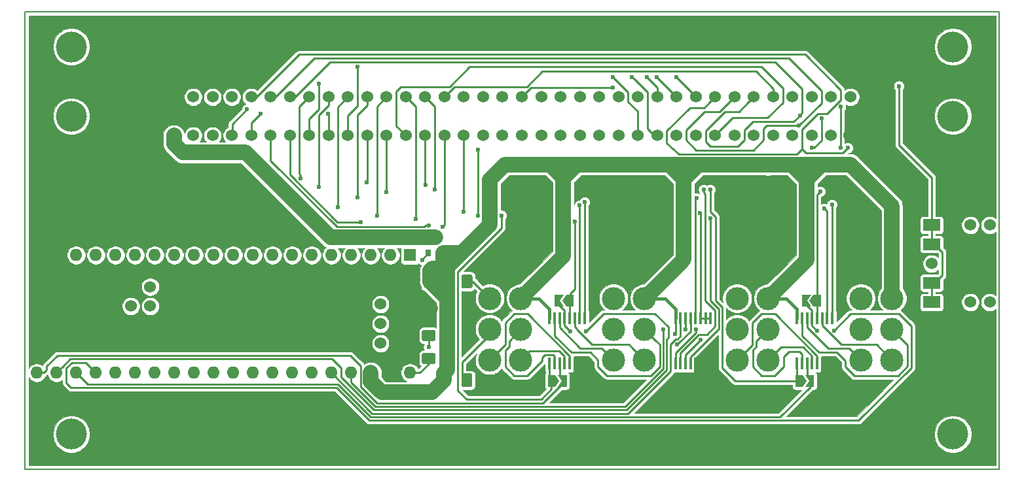
<source format=gbr>
G04 #@! TF.GenerationSoftware,KiCad,Pcbnew,5.1.5+dfsg1-2build2*
G04 #@! TF.CreationDate,2023-04-13T23:09:04-05:00*
G04 #@! TF.ProjectId,NES_backup,4e45535f-6261-4636-9b75-702e6b696361,rev?*
G04 #@! TF.SameCoordinates,Original*
G04 #@! TF.FileFunction,Copper,L1,Top*
G04 #@! TF.FilePolarity,Positive*
%FSLAX46Y46*%
G04 Gerber Fmt 4.6, Leading zero omitted, Abs format (unit mm)*
G04 Created by KiCad (PCBNEW 5.1.5+dfsg1-2build2) date 2023-04-13 23:09:04*
%MOMM*%
%LPD*%
G04 APERTURE LIST*
%ADD10C,0.150000*%
%ADD11C,1.524000*%
%ADD12R,1.600000X1.600000*%
%ADD13O,1.600000X1.600000*%
%ADD14R,0.450000X1.500000*%
%ADD15C,0.100000*%
%ADD16C,3.000000*%
%ADD17C,1.600000*%
%ADD18C,4.000000*%
%ADD19R,1.500000X2.200000*%
%ADD20R,2.200000X1.500000*%
%ADD21R,0.800000X0.900000*%
%ADD22C,0.600000*%
%ADD23C,1.800000*%
%ADD24C,1.850000*%
%ADD25C,2.000000*%
%ADD26C,0.250000*%
%ADD27C,0.400000*%
%ADD28C,0.440000*%
G04 APERTURE END LIST*
D10*
X211500000Y-150700000D02*
X211500000Y-91500000D01*
X85500000Y-150700000D02*
X85500000Y-91500000D01*
X85500000Y-91500000D02*
X211500000Y-91500000D01*
X85500000Y-150700000D02*
X211500000Y-150700000D01*
D11*
X96700000Y-127100000D03*
X99200000Y-127100000D03*
X101700000Y-127100000D03*
D12*
X135300000Y-123000000D03*
D13*
X87040000Y-138240000D03*
X132760000Y-123000000D03*
X89580000Y-138240000D03*
X130220000Y-123000000D03*
X92120000Y-138240000D03*
X127680000Y-123000000D03*
X94660000Y-138240000D03*
X125140000Y-123000000D03*
X97200000Y-138240000D03*
X122600000Y-123000000D03*
X99740000Y-138240000D03*
X120060000Y-123000000D03*
X102280000Y-138240000D03*
X117520000Y-123000000D03*
X104820000Y-138240000D03*
X114980000Y-123000000D03*
X107360000Y-138240000D03*
X112440000Y-123000000D03*
X109900000Y-138240000D03*
X109900000Y-123000000D03*
X112440000Y-138240000D03*
X107360000Y-123000000D03*
X114980000Y-138240000D03*
X104820000Y-123000000D03*
X117520000Y-138240000D03*
X102280000Y-123000000D03*
X120060000Y-138240000D03*
X99740000Y-123000000D03*
X122600000Y-138240000D03*
X97200000Y-123000000D03*
X125140000Y-138240000D03*
X94660000Y-123000000D03*
X127680000Y-138240000D03*
X92120000Y-123000000D03*
X130220000Y-138240000D03*
X89580000Y-123000000D03*
X132760000Y-138240000D03*
X87040000Y-123000000D03*
X135300000Y-138240000D03*
D11*
X131490000Y-134430000D03*
X131490000Y-131890000D03*
X131490000Y-129350000D03*
X131490000Y-126810000D03*
X101700000Y-129600000D03*
X99200000Y-129600000D03*
X96700000Y-129600000D03*
D14*
X153325000Y-137050000D03*
X153975000Y-137050000D03*
X154625000Y-137050000D03*
X155275000Y-137050000D03*
X155925000Y-137050000D03*
X156575000Y-137050000D03*
X157225000Y-137050000D03*
X157875000Y-137050000D03*
X157875000Y-131150000D03*
X157225000Y-131150000D03*
X156575000Y-131150000D03*
X155925000Y-131150000D03*
X155275000Y-131150000D03*
X154625000Y-131150000D03*
X153975000Y-131150000D03*
X153325000Y-131150000D03*
G04 #@! TA.AperFunction,SMDPad,CuDef*
D15*
G36*
X186000000Y-128150000D02*
G01*
X187150000Y-128150000D01*
X186650000Y-128900000D01*
X187150000Y-129650000D01*
X186000000Y-129650000D01*
X186000000Y-128150000D01*
G37*
G04 #@! TD.AperFunction*
G04 #@! TA.AperFunction,SMDPad,CuDef*
G36*
X186950000Y-128900000D02*
G01*
X187450000Y-128150000D01*
X188450000Y-128150000D01*
X188450000Y-129650000D01*
X187450000Y-129650000D01*
X186950000Y-128900000D01*
G37*
G04 #@! TD.AperFunction*
D14*
X185325000Y-131150000D03*
X185975000Y-131150000D03*
X186625000Y-131150000D03*
X187275000Y-131150000D03*
X187925000Y-131150000D03*
X188575000Y-131150000D03*
X189225000Y-131150000D03*
X189875000Y-131150000D03*
X189875000Y-137050000D03*
X189225000Y-137050000D03*
X188575000Y-137050000D03*
X187925000Y-137050000D03*
X187275000Y-137050000D03*
X186625000Y-137050000D03*
X185975000Y-137050000D03*
X185325000Y-137050000D03*
G04 #@! TA.AperFunction,SMDPad,CuDef*
D15*
G36*
X186600000Y-139300000D02*
G01*
X186100000Y-140050000D01*
X185100000Y-140050000D01*
X185100000Y-138550000D01*
X186100000Y-138550000D01*
X186600000Y-139300000D01*
G37*
G04 #@! TD.AperFunction*
G04 #@! TA.AperFunction,SMDPad,CuDef*
G36*
X187550000Y-140050000D02*
G01*
X186400000Y-140050000D01*
X186900000Y-139300000D01*
X186400000Y-138550000D01*
X187550000Y-138550000D01*
X187550000Y-140050000D01*
G37*
G04 #@! TD.AperFunction*
D16*
X145600000Y-132600000D03*
X145600000Y-128600000D03*
X149600000Y-132600000D03*
X149600000Y-128600000D03*
X145600000Y-136600000D03*
X149600000Y-136600000D03*
X145600000Y-124600000D03*
G04 #@! TA.AperFunction,SMDPad,CuDef*
D15*
G36*
X154025000Y-128150000D02*
G01*
X155175000Y-128150000D01*
X154675000Y-128900000D01*
X155175000Y-129650000D01*
X154025000Y-129650000D01*
X154025000Y-128150000D01*
G37*
G04 #@! TD.AperFunction*
G04 #@! TA.AperFunction,SMDPad,CuDef*
G36*
X154975000Y-128900000D02*
G01*
X155475000Y-128150000D01*
X156475000Y-128150000D01*
X156475000Y-129650000D01*
X155475000Y-129650000D01*
X154975000Y-128900000D01*
G37*
G04 #@! TD.AperFunction*
G04 #@! TA.AperFunction,SMDPad,CuDef*
G36*
X154600000Y-139300000D02*
G01*
X154100000Y-140050000D01*
X153100000Y-140050000D01*
X153100000Y-138550000D01*
X154100000Y-138550000D01*
X154600000Y-139300000D01*
G37*
G04 #@! TD.AperFunction*
G04 #@! TA.AperFunction,SMDPad,CuDef*
G36*
X155550000Y-140050000D02*
G01*
X154400000Y-140050000D01*
X154900000Y-139300000D01*
X154400000Y-138550000D01*
X155550000Y-138550000D01*
X155550000Y-140050000D01*
G37*
G04 #@! TD.AperFunction*
D16*
X161600000Y-124600000D03*
X165600000Y-136600000D03*
X161600000Y-136600000D03*
X165600000Y-128600000D03*
X165600000Y-132600000D03*
X161600000Y-128600000D03*
X161600000Y-132600000D03*
G04 #@! TA.AperFunction,SMDPad,CuDef*
D15*
G36*
X138349504Y-135676204D02*
G01*
X138373773Y-135679804D01*
X138397571Y-135685765D01*
X138420671Y-135694030D01*
X138442849Y-135704520D01*
X138463893Y-135717133D01*
X138483598Y-135731747D01*
X138501777Y-135748223D01*
X138518253Y-135766402D01*
X138532867Y-135786107D01*
X138545480Y-135807151D01*
X138555970Y-135829329D01*
X138564235Y-135852429D01*
X138570196Y-135876227D01*
X138573796Y-135900496D01*
X138575000Y-135925000D01*
X138575000Y-136850000D01*
X138573796Y-136874504D01*
X138570196Y-136898773D01*
X138564235Y-136922571D01*
X138555970Y-136945671D01*
X138545480Y-136967849D01*
X138532867Y-136988893D01*
X138518253Y-137008598D01*
X138501777Y-137026777D01*
X138483598Y-137043253D01*
X138463893Y-137057867D01*
X138442849Y-137070480D01*
X138420671Y-137080970D01*
X138397571Y-137089235D01*
X138373773Y-137095196D01*
X138349504Y-137098796D01*
X138325000Y-137100000D01*
X137075000Y-137100000D01*
X137050496Y-137098796D01*
X137026227Y-137095196D01*
X137002429Y-137089235D01*
X136979329Y-137080970D01*
X136957151Y-137070480D01*
X136936107Y-137057867D01*
X136916402Y-137043253D01*
X136898223Y-137026777D01*
X136881747Y-137008598D01*
X136867133Y-136988893D01*
X136854520Y-136967849D01*
X136844030Y-136945671D01*
X136835765Y-136922571D01*
X136829804Y-136898773D01*
X136826204Y-136874504D01*
X136825000Y-136850000D01*
X136825000Y-135925000D01*
X136826204Y-135900496D01*
X136829804Y-135876227D01*
X136835765Y-135852429D01*
X136844030Y-135829329D01*
X136854520Y-135807151D01*
X136867133Y-135786107D01*
X136881747Y-135766402D01*
X136898223Y-135748223D01*
X136916402Y-135731747D01*
X136936107Y-135717133D01*
X136957151Y-135704520D01*
X136979329Y-135694030D01*
X137002429Y-135685765D01*
X137026227Y-135679804D01*
X137050496Y-135676204D01*
X137075000Y-135675000D01*
X138325000Y-135675000D01*
X138349504Y-135676204D01*
G37*
G04 #@! TD.AperFunction*
G04 #@! TA.AperFunction,SMDPad,CuDef*
G36*
X138349504Y-132701204D02*
G01*
X138373773Y-132704804D01*
X138397571Y-132710765D01*
X138420671Y-132719030D01*
X138442849Y-132729520D01*
X138463893Y-132742133D01*
X138483598Y-132756747D01*
X138501777Y-132773223D01*
X138518253Y-132791402D01*
X138532867Y-132811107D01*
X138545480Y-132832151D01*
X138555970Y-132854329D01*
X138564235Y-132877429D01*
X138570196Y-132901227D01*
X138573796Y-132925496D01*
X138575000Y-132950000D01*
X138575000Y-133875000D01*
X138573796Y-133899504D01*
X138570196Y-133923773D01*
X138564235Y-133947571D01*
X138555970Y-133970671D01*
X138545480Y-133992849D01*
X138532867Y-134013893D01*
X138518253Y-134033598D01*
X138501777Y-134051777D01*
X138483598Y-134068253D01*
X138463893Y-134082867D01*
X138442849Y-134095480D01*
X138420671Y-134105970D01*
X138397571Y-134114235D01*
X138373773Y-134120196D01*
X138349504Y-134123796D01*
X138325000Y-134125000D01*
X137075000Y-134125000D01*
X137050496Y-134123796D01*
X137026227Y-134120196D01*
X137002429Y-134114235D01*
X136979329Y-134105970D01*
X136957151Y-134095480D01*
X136936107Y-134082867D01*
X136916402Y-134068253D01*
X136898223Y-134051777D01*
X136881747Y-134033598D01*
X136867133Y-134013893D01*
X136854520Y-133992849D01*
X136844030Y-133970671D01*
X136835765Y-133947571D01*
X136829804Y-133923773D01*
X136826204Y-133899504D01*
X136825000Y-133875000D01*
X136825000Y-132950000D01*
X136826204Y-132925496D01*
X136829804Y-132901227D01*
X136835765Y-132877429D01*
X136844030Y-132854329D01*
X136854520Y-132832151D01*
X136867133Y-132811107D01*
X136881747Y-132791402D01*
X136898223Y-132773223D01*
X136916402Y-132756747D01*
X136936107Y-132742133D01*
X136957151Y-132729520D01*
X136979329Y-132719030D01*
X137002429Y-132710765D01*
X137026227Y-132704804D01*
X137050496Y-132701204D01*
X137075000Y-132700000D01*
X138325000Y-132700000D01*
X138349504Y-132701204D01*
G37*
G04 #@! TD.AperFunction*
D12*
X137900000Y-126400000D03*
D17*
X137900000Y-129900000D03*
D18*
X91501100Y-105003600D03*
D11*
X192251100Y-107503600D03*
X189751100Y-107503600D03*
X187251100Y-107503600D03*
X184751100Y-107503600D03*
X182251100Y-107503600D03*
X179751100Y-107503600D03*
X177251100Y-107503600D03*
X174751100Y-107503600D03*
X172251100Y-107503600D03*
X169751100Y-107503600D03*
X167251100Y-107503600D03*
X164751100Y-107503600D03*
X162251100Y-107503600D03*
X159751100Y-107503600D03*
X157251100Y-107503600D03*
X154751100Y-107503600D03*
X152251100Y-107503600D03*
X149751100Y-107503600D03*
X147251100Y-107503600D03*
X144751100Y-107503600D03*
X142251100Y-107503600D03*
X139751100Y-107503600D03*
X137251100Y-107503600D03*
X134751100Y-107503600D03*
X132251100Y-107503600D03*
X129751100Y-107503600D03*
X127251100Y-107503600D03*
X124751100Y-107503600D03*
X122251100Y-107503600D03*
X119751100Y-107503600D03*
X117251100Y-107503600D03*
X114751100Y-107503600D03*
X112251100Y-107503600D03*
X109751100Y-107503600D03*
X107251100Y-107503600D03*
X104751100Y-107503600D03*
X192251100Y-102503600D03*
X189751100Y-102503600D03*
X187251100Y-102503600D03*
X184751100Y-102503600D03*
X182251100Y-102503600D03*
X179751100Y-102503600D03*
X177251100Y-102503600D03*
X174751100Y-102503600D03*
X172251100Y-102503600D03*
X169751100Y-102503600D03*
X167251100Y-102503600D03*
X164751100Y-102503600D03*
X162251100Y-102503600D03*
X159751100Y-102503600D03*
X157251100Y-102503600D03*
X154751100Y-102503600D03*
X152251100Y-102503600D03*
X149751100Y-102503600D03*
X147251100Y-102503600D03*
X144751100Y-102503600D03*
X142251100Y-102503600D03*
X139751100Y-102503600D03*
X137251100Y-102503600D03*
X134751100Y-102503600D03*
X132251100Y-102503600D03*
X129751100Y-102503600D03*
X127251100Y-102503600D03*
X124751100Y-102503600D03*
X122251100Y-102503600D03*
X119751100Y-102503600D03*
X117251100Y-102503600D03*
X114751100Y-102503600D03*
X112251100Y-102503600D03*
X109751100Y-102503600D03*
X107251100Y-102503600D03*
X104751100Y-102503600D03*
D18*
X205501100Y-105003600D03*
X205500000Y-96000000D03*
X91500000Y-96000000D03*
X205500000Y-146200000D03*
D11*
X202750000Y-124100000D03*
X207750000Y-119100000D03*
X207750000Y-129100000D03*
X210250000Y-119100000D03*
X210250000Y-129100000D03*
D19*
X207750000Y-124100000D03*
D20*
X202750000Y-121600000D03*
X202750000Y-126600000D03*
X202750000Y-129100000D03*
X202750000Y-119100000D03*
D21*
X137650000Y-122700000D03*
X139550000Y-122700000D03*
X138600000Y-120700000D03*
D18*
X91500000Y-146200000D03*
D16*
X177600000Y-132600000D03*
X177600000Y-128600000D03*
X181600000Y-132600000D03*
X181600000Y-128600000D03*
X177600000Y-136600000D03*
X181600000Y-136600000D03*
X177600000Y-124600000D03*
X193600000Y-124600000D03*
X197600000Y-136600000D03*
X193600000Y-136600000D03*
X197600000Y-128600000D03*
X197600000Y-132600000D03*
X193600000Y-128600000D03*
X193600000Y-132600000D03*
G04 #@! TA.AperFunction,SMDPad,CuDef*
D15*
G36*
X143137004Y-125526204D02*
G01*
X143161273Y-125529804D01*
X143185071Y-125535765D01*
X143208171Y-125544030D01*
X143230349Y-125554520D01*
X143251393Y-125567133D01*
X143271098Y-125581747D01*
X143289277Y-125598223D01*
X143305753Y-125616402D01*
X143320367Y-125636107D01*
X143332980Y-125657151D01*
X143343470Y-125679329D01*
X143351735Y-125702429D01*
X143357696Y-125726227D01*
X143361296Y-125750496D01*
X143362500Y-125775000D01*
X143362500Y-127025000D01*
X143361296Y-127049504D01*
X143357696Y-127073773D01*
X143351735Y-127097571D01*
X143343470Y-127120671D01*
X143332980Y-127142849D01*
X143320367Y-127163893D01*
X143305753Y-127183598D01*
X143289277Y-127201777D01*
X143271098Y-127218253D01*
X143251393Y-127232867D01*
X143230349Y-127245480D01*
X143208171Y-127255970D01*
X143185071Y-127264235D01*
X143161273Y-127270196D01*
X143137004Y-127273796D01*
X143112500Y-127275000D01*
X142187500Y-127275000D01*
X142162996Y-127273796D01*
X142138727Y-127270196D01*
X142114929Y-127264235D01*
X142091829Y-127255970D01*
X142069651Y-127245480D01*
X142048607Y-127232867D01*
X142028902Y-127218253D01*
X142010723Y-127201777D01*
X141994247Y-127183598D01*
X141979633Y-127163893D01*
X141967020Y-127142849D01*
X141956530Y-127120671D01*
X141948265Y-127097571D01*
X141942304Y-127073773D01*
X141938704Y-127049504D01*
X141937500Y-127025000D01*
X141937500Y-125775000D01*
X141938704Y-125750496D01*
X141942304Y-125726227D01*
X141948265Y-125702429D01*
X141956530Y-125679329D01*
X141967020Y-125657151D01*
X141979633Y-125636107D01*
X141994247Y-125616402D01*
X142010723Y-125598223D01*
X142028902Y-125581747D01*
X142048607Y-125567133D01*
X142069651Y-125554520D01*
X142091829Y-125544030D01*
X142114929Y-125535765D01*
X142138727Y-125529804D01*
X142162996Y-125526204D01*
X142187500Y-125525000D01*
X143112500Y-125525000D01*
X143137004Y-125526204D01*
G37*
G04 #@! TD.AperFunction*
G04 #@! TA.AperFunction,SMDPad,CuDef*
G36*
X140162004Y-125526204D02*
G01*
X140186273Y-125529804D01*
X140210071Y-125535765D01*
X140233171Y-125544030D01*
X140255349Y-125554520D01*
X140276393Y-125567133D01*
X140296098Y-125581747D01*
X140314277Y-125598223D01*
X140330753Y-125616402D01*
X140345367Y-125636107D01*
X140357980Y-125657151D01*
X140368470Y-125679329D01*
X140376735Y-125702429D01*
X140382696Y-125726227D01*
X140386296Y-125750496D01*
X140387500Y-125775000D01*
X140387500Y-127025000D01*
X140386296Y-127049504D01*
X140382696Y-127073773D01*
X140376735Y-127097571D01*
X140368470Y-127120671D01*
X140357980Y-127142849D01*
X140345367Y-127163893D01*
X140330753Y-127183598D01*
X140314277Y-127201777D01*
X140296098Y-127218253D01*
X140276393Y-127232867D01*
X140255349Y-127245480D01*
X140233171Y-127255970D01*
X140210071Y-127264235D01*
X140186273Y-127270196D01*
X140162004Y-127273796D01*
X140137500Y-127275000D01*
X139212500Y-127275000D01*
X139187996Y-127273796D01*
X139163727Y-127270196D01*
X139139929Y-127264235D01*
X139116829Y-127255970D01*
X139094651Y-127245480D01*
X139073607Y-127232867D01*
X139053902Y-127218253D01*
X139035723Y-127201777D01*
X139019247Y-127183598D01*
X139004633Y-127163893D01*
X138992020Y-127142849D01*
X138981530Y-127120671D01*
X138973265Y-127097571D01*
X138967304Y-127073773D01*
X138963704Y-127049504D01*
X138962500Y-127025000D01*
X138962500Y-125775000D01*
X138963704Y-125750496D01*
X138967304Y-125726227D01*
X138973265Y-125702429D01*
X138981530Y-125679329D01*
X138992020Y-125657151D01*
X139004633Y-125636107D01*
X139019247Y-125616402D01*
X139035723Y-125598223D01*
X139053902Y-125581747D01*
X139073607Y-125567133D01*
X139094651Y-125554520D01*
X139116829Y-125544030D01*
X139139929Y-125535765D01*
X139163727Y-125529804D01*
X139187996Y-125526204D01*
X139212500Y-125525000D01*
X140137500Y-125525000D01*
X140162004Y-125526204D01*
G37*
G04 #@! TD.AperFunction*
G04 #@! TA.AperFunction,SMDPad,CuDef*
G36*
X140149504Y-138326204D02*
G01*
X140173773Y-138329804D01*
X140197571Y-138335765D01*
X140220671Y-138344030D01*
X140242849Y-138354520D01*
X140263893Y-138367133D01*
X140283598Y-138381747D01*
X140301777Y-138398223D01*
X140318253Y-138416402D01*
X140332867Y-138436107D01*
X140345480Y-138457151D01*
X140355970Y-138479329D01*
X140364235Y-138502429D01*
X140370196Y-138526227D01*
X140373796Y-138550496D01*
X140375000Y-138575000D01*
X140375000Y-139825000D01*
X140373796Y-139849504D01*
X140370196Y-139873773D01*
X140364235Y-139897571D01*
X140355970Y-139920671D01*
X140345480Y-139942849D01*
X140332867Y-139963893D01*
X140318253Y-139983598D01*
X140301777Y-140001777D01*
X140283598Y-140018253D01*
X140263893Y-140032867D01*
X140242849Y-140045480D01*
X140220671Y-140055970D01*
X140197571Y-140064235D01*
X140173773Y-140070196D01*
X140149504Y-140073796D01*
X140125000Y-140075000D01*
X139200000Y-140075000D01*
X139175496Y-140073796D01*
X139151227Y-140070196D01*
X139127429Y-140064235D01*
X139104329Y-140055970D01*
X139082151Y-140045480D01*
X139061107Y-140032867D01*
X139041402Y-140018253D01*
X139023223Y-140001777D01*
X139006747Y-139983598D01*
X138992133Y-139963893D01*
X138979520Y-139942849D01*
X138969030Y-139920671D01*
X138960765Y-139897571D01*
X138954804Y-139873773D01*
X138951204Y-139849504D01*
X138950000Y-139825000D01*
X138950000Y-138575000D01*
X138951204Y-138550496D01*
X138954804Y-138526227D01*
X138960765Y-138502429D01*
X138969030Y-138479329D01*
X138979520Y-138457151D01*
X138992133Y-138436107D01*
X139006747Y-138416402D01*
X139023223Y-138398223D01*
X139041402Y-138381747D01*
X139061107Y-138367133D01*
X139082151Y-138354520D01*
X139104329Y-138344030D01*
X139127429Y-138335765D01*
X139151227Y-138329804D01*
X139175496Y-138326204D01*
X139200000Y-138325000D01*
X140125000Y-138325000D01*
X140149504Y-138326204D01*
G37*
G04 #@! TD.AperFunction*
G04 #@! TA.AperFunction,SMDPad,CuDef*
G36*
X143124504Y-138326204D02*
G01*
X143148773Y-138329804D01*
X143172571Y-138335765D01*
X143195671Y-138344030D01*
X143217849Y-138354520D01*
X143238893Y-138367133D01*
X143258598Y-138381747D01*
X143276777Y-138398223D01*
X143293253Y-138416402D01*
X143307867Y-138436107D01*
X143320480Y-138457151D01*
X143330970Y-138479329D01*
X143339235Y-138502429D01*
X143345196Y-138526227D01*
X143348796Y-138550496D01*
X143350000Y-138575000D01*
X143350000Y-139825000D01*
X143348796Y-139849504D01*
X143345196Y-139873773D01*
X143339235Y-139897571D01*
X143330970Y-139920671D01*
X143320480Y-139942849D01*
X143307867Y-139963893D01*
X143293253Y-139983598D01*
X143276777Y-140001777D01*
X143258598Y-140018253D01*
X143238893Y-140032867D01*
X143217849Y-140045480D01*
X143195671Y-140055970D01*
X143172571Y-140064235D01*
X143148773Y-140070196D01*
X143124504Y-140073796D01*
X143100000Y-140075000D01*
X142175000Y-140075000D01*
X142150496Y-140073796D01*
X142126227Y-140070196D01*
X142102429Y-140064235D01*
X142079329Y-140055970D01*
X142057151Y-140045480D01*
X142036107Y-140032867D01*
X142016402Y-140018253D01*
X141998223Y-140001777D01*
X141981747Y-139983598D01*
X141967133Y-139963893D01*
X141954520Y-139942849D01*
X141944030Y-139920671D01*
X141935765Y-139897571D01*
X141929804Y-139873773D01*
X141926204Y-139849504D01*
X141925000Y-139825000D01*
X141925000Y-138575000D01*
X141926204Y-138550496D01*
X141929804Y-138526227D01*
X141935765Y-138502429D01*
X141944030Y-138479329D01*
X141954520Y-138457151D01*
X141967133Y-138436107D01*
X141981747Y-138416402D01*
X141998223Y-138398223D01*
X142016402Y-138381747D01*
X142036107Y-138367133D01*
X142057151Y-138354520D01*
X142079329Y-138344030D01*
X142102429Y-138335765D01*
X142126227Y-138329804D01*
X142150496Y-138326204D01*
X142175000Y-138325000D01*
X143100000Y-138325000D01*
X143124504Y-138326204D01*
G37*
G04 #@! TD.AperFunction*
D14*
X169625000Y-137050000D03*
X170275000Y-137050000D03*
X170925000Y-137050000D03*
X171575000Y-137050000D03*
X172225000Y-137050000D03*
X172875000Y-137050000D03*
X173525000Y-137050000D03*
X174175000Y-137050000D03*
X174175000Y-131150000D03*
X173525000Y-131150000D03*
X172875000Y-131150000D03*
X172225000Y-131150000D03*
X171575000Y-131150000D03*
X170925000Y-131150000D03*
X170275000Y-131150000D03*
X169625000Y-131150000D03*
D22*
X157900000Y-138500000D03*
X156550000Y-138500000D03*
X172200000Y-138600000D03*
X188550000Y-138650000D03*
X189900000Y-138650000D03*
X174200000Y-138600000D03*
X144700000Y-138550000D03*
X146500000Y-138550000D03*
X128502129Y-115474990D03*
X125958051Y-116758051D03*
X131000000Y-117874957D03*
X136000000Y-118300000D03*
X138500000Y-114500000D03*
X137300000Y-113900000D03*
X132200000Y-114800000D03*
X129700000Y-113525011D03*
X128500000Y-98607704D03*
X164000000Y-99899992D03*
X161500000Y-99900000D03*
X124700000Y-104674968D03*
X123500000Y-100800000D03*
X142250000Y-117400000D03*
X139496640Y-119346640D03*
X128900000Y-118700000D03*
X188500000Y-105300000D03*
X187250000Y-109100000D03*
X173249996Y-114500000D03*
X191000000Y-103775000D03*
X191000000Y-109100000D03*
X137767025Y-119167025D03*
X172350000Y-115600000D03*
X115931587Y-104707011D03*
X165899998Y-99900000D03*
X167200000Y-99900000D03*
X114200000Y-104100000D03*
X123516944Y-114150021D03*
X121141949Y-113058051D03*
X185700000Y-104900000D03*
X188350299Y-114749967D03*
X185600000Y-106200000D03*
X174100013Y-114500000D03*
X156600000Y-118650000D03*
X191900000Y-109100000D03*
X169700000Y-99900000D03*
X147100000Y-117850000D03*
X144100000Y-109350000D03*
X144075010Y-117850000D03*
X198500000Y-101100000D03*
X161500000Y-101300000D03*
X174100002Y-118250000D03*
X136850000Y-123600000D03*
X172900000Y-133950000D03*
X169600000Y-133250000D03*
X137700000Y-134900000D03*
X172793251Y-117575032D03*
X169800000Y-134600000D03*
X172250000Y-132600000D03*
X190100000Y-132750000D03*
X187950000Y-132750000D03*
X158050000Y-132850000D03*
X156000000Y-132850000D03*
X157881016Y-116130195D03*
X189850000Y-116450000D03*
X157200000Y-116550000D03*
X188850000Y-116950002D03*
X168050000Y-132600000D03*
X170900000Y-132600000D03*
D23*
X87040000Y-123000000D02*
X89580000Y-123000000D01*
D24*
X193396400Y-107503600D02*
X194500000Y-106400000D01*
X194500000Y-106400000D02*
X194500000Y-99500000D01*
X192251100Y-107503600D02*
X193396400Y-107503600D01*
D25*
X104751100Y-102503600D02*
X104751100Y-100048900D01*
X104751100Y-100048900D02*
X109300000Y-95500000D01*
X109300000Y-95500000D02*
X190500000Y-95500000D01*
X190500000Y-95500000D02*
X194500000Y-99500000D01*
X104751100Y-102503600D02*
X104696400Y-102503600D01*
X104696400Y-102503600D02*
X89580000Y-117620000D01*
X96700000Y-129600000D02*
X96700000Y-127100000D01*
X96700000Y-127100000D02*
X99200000Y-127100000D01*
X131500000Y-126800000D02*
X133600000Y-126800000D01*
X131490000Y-126810000D02*
X131500000Y-126800000D01*
X133600000Y-129500000D02*
X133600000Y-126800000D01*
X136368630Y-129500000D02*
X133600000Y-129500000D01*
X136768630Y-129900000D02*
X136368630Y-129500000D01*
X137900000Y-129900000D02*
X136768630Y-129900000D01*
D26*
X172225000Y-137050000D02*
X172875000Y-137050000D01*
X172875000Y-137050000D02*
X173525000Y-137050000D01*
X173525000Y-137050000D02*
X174175000Y-137050000D01*
X188575000Y-137050000D02*
X189225000Y-137050000D01*
X189225000Y-137050000D02*
X189875000Y-137050000D01*
D25*
X89580000Y-117620000D02*
X89580000Y-123000000D01*
X89580000Y-124131370D02*
X89580000Y-123000000D01*
X92548630Y-127100000D02*
X89580000Y-124131370D01*
X96700000Y-127100000D02*
X92548630Y-127100000D01*
X132760000Y-138240000D02*
X132760000Y-137108630D01*
X132760000Y-137108630D02*
X133599997Y-136268633D01*
X133599997Y-136268633D02*
X133599997Y-129500003D01*
X133599997Y-129500003D02*
X133600000Y-129500000D01*
X96700000Y-130677630D02*
X96700000Y-129600000D01*
X98122370Y-132100000D02*
X96700000Y-130677630D01*
X103100000Y-132100000D02*
X98122370Y-132100000D01*
X108390000Y-126810000D02*
X103100000Y-132100000D01*
X131490000Y-126810000D02*
X108390000Y-126810000D01*
D27*
X156575000Y-138475000D02*
X156550000Y-138500000D01*
X156575000Y-137050000D02*
X156575000Y-138475000D01*
X157875000Y-138475000D02*
X157900000Y-138500000D01*
X157875000Y-137050000D02*
X157875000Y-138475000D01*
X156575000Y-137050000D02*
X157225000Y-137050000D01*
X157225000Y-137050000D02*
X157875000Y-137050000D01*
X172225000Y-138575000D02*
X172200000Y-138600000D01*
X172225000Y-137050000D02*
X172225000Y-138575000D01*
X172225000Y-137050000D02*
X174175000Y-137050000D01*
X174175000Y-138575000D02*
X174200000Y-138600000D01*
X174175000Y-137050000D02*
X174175000Y-138575000D01*
X188575000Y-138625000D02*
X188550000Y-138650000D01*
X188575000Y-137050000D02*
X188575000Y-138625000D01*
X188575000Y-137050000D02*
X189875000Y-137050000D01*
X189875000Y-138625000D02*
X189900000Y-138650000D01*
X189875000Y-137050000D02*
X189875000Y-138625000D01*
D26*
X128502129Y-115050726D02*
X128502129Y-115474990D01*
X128500000Y-115048597D02*
X128502129Y-115050726D01*
X128500000Y-104832330D02*
X128500000Y-115048597D01*
X129751100Y-103581230D02*
X128500000Y-104832330D01*
X129751100Y-102503600D02*
X129751100Y-103581230D01*
X125958051Y-103796649D02*
X125958051Y-116333787D01*
X127251100Y-102503600D02*
X125958051Y-103796649D01*
X125958051Y-116333787D02*
X125958051Y-116758051D01*
X132251100Y-102503600D02*
X131000000Y-103754700D01*
X131000000Y-103754700D02*
X131000000Y-117874957D01*
X134751100Y-102503600D02*
X136000000Y-103752500D01*
X136000000Y-103752500D02*
X136000000Y-117875736D01*
X136000000Y-117875736D02*
X136000000Y-118300000D01*
X138500000Y-114075736D02*
X138500000Y-114500000D01*
X138500000Y-103752500D02*
X138500000Y-114075736D01*
X137251100Y-102503600D02*
X138500000Y-103752500D01*
X137251100Y-113851100D02*
X137300000Y-113900000D01*
X137251100Y-107503600D02*
X137251100Y-113851100D01*
X174751100Y-107503600D02*
X177054700Y-105200000D01*
X180700000Y-98600000D02*
X143000000Y-98600000D01*
X177054700Y-105200000D02*
X181500000Y-105200000D01*
X183500000Y-103200000D02*
X183500000Y-101400000D01*
X181500000Y-105200000D02*
X183500000Y-103200000D01*
X143000000Y-98600000D02*
X140400000Y-101200000D01*
X133500000Y-101800000D02*
X133500000Y-106252500D01*
X183500000Y-101400000D02*
X180700000Y-98600000D01*
X140400000Y-101200000D02*
X134100000Y-101200000D01*
X134100000Y-101200000D02*
X133500000Y-101800000D01*
X133500000Y-106252500D02*
X134751100Y-107503600D01*
X132251100Y-114748900D02*
X132200000Y-114800000D01*
X132251100Y-107503600D02*
X132251100Y-114748900D01*
X129751100Y-107503600D02*
X129751100Y-113473911D01*
X129751100Y-113473911D02*
X129700000Y-113525011D01*
X167251100Y-107503600D02*
X166853600Y-107503600D01*
X166853600Y-107503600D02*
X166000000Y-106650000D01*
X166000000Y-106650000D02*
X166000000Y-101899992D01*
X166000000Y-101899992D02*
X164299999Y-100199991D01*
X164299999Y-100199991D02*
X164000000Y-99899992D01*
X127251100Y-104948900D02*
X128500000Y-103700000D01*
X127251100Y-107503600D02*
X127251100Y-104948900D01*
X128500000Y-99031968D02*
X128500000Y-98607704D01*
X128500000Y-103700000D02*
X128500000Y-99031968D01*
X164751100Y-107503600D02*
X164751100Y-104376100D01*
X164751100Y-104376100D02*
X163500000Y-103125000D01*
X163500000Y-103125000D02*
X163500000Y-101900000D01*
X163500000Y-101900000D02*
X161799999Y-100199999D01*
X161799999Y-100199999D02*
X161500000Y-99900000D01*
X124751100Y-104726068D02*
X124700000Y-104674968D01*
X124751100Y-107503600D02*
X124751100Y-104726068D01*
X123500000Y-104100000D02*
X122251100Y-105348900D01*
X122251100Y-105348900D02*
X122251100Y-107503600D01*
X123500000Y-100800000D02*
X123500000Y-104100000D01*
X142251100Y-107503600D02*
X142251100Y-117398900D01*
X142251100Y-117398900D02*
X142250000Y-117400000D01*
X139751100Y-107503600D02*
X139751100Y-119092180D01*
X139751100Y-119092180D02*
X139496640Y-119346640D01*
X128475736Y-118700000D02*
X128900000Y-118700000D01*
X125900000Y-118700000D02*
X128475736Y-118700000D01*
X119751100Y-112551100D02*
X125900000Y-118700000D01*
X119751100Y-107503600D02*
X119751100Y-112551100D01*
X187550000Y-109100000D02*
X187250000Y-109100000D01*
X188500000Y-108150000D02*
X187550000Y-109100000D01*
X188500000Y-105300000D02*
X188500000Y-108150000D01*
X174749989Y-130149989D02*
X173450000Y-128850000D01*
X173450000Y-115124268D02*
X173249996Y-114924264D01*
X170275000Y-137050000D02*
X170275000Y-135649998D01*
X173450000Y-128850000D02*
X173450000Y-115124268D01*
X170275000Y-135649998D02*
X172624998Y-133300000D01*
X172624998Y-133300000D02*
X173677179Y-133300000D01*
X173677179Y-133300000D02*
X174749989Y-132227190D01*
X174749989Y-132227190D02*
X174749989Y-130149989D01*
X173249996Y-114924264D02*
X173249996Y-114500000D01*
X191000000Y-109100000D02*
X191000000Y-103775000D01*
X137342761Y-119167025D02*
X137767025Y-119167025D01*
X137159775Y-119350011D02*
X137342761Y-119167025D01*
X125850011Y-119350011D02*
X137159775Y-119350011D01*
X117250000Y-110750000D02*
X125850011Y-119350011D01*
X117250000Y-107504700D02*
X117250000Y-110750000D01*
X117251100Y-107503600D02*
X117250000Y-107504700D01*
X172150000Y-115800000D02*
X172350000Y-115600000D01*
X172150000Y-130075000D02*
X172150000Y-115800000D01*
X172225000Y-130150000D02*
X172150000Y-130075000D01*
X172225000Y-131150000D02*
X172225000Y-130150000D01*
X114751100Y-107503600D02*
X114751100Y-105887498D01*
X115631588Y-105007010D02*
X115931587Y-104707011D01*
X114751100Y-105887498D02*
X115631588Y-105007010D01*
X166199997Y-100199999D02*
X165899998Y-99900000D01*
X167251100Y-101251102D02*
X166199997Y-100199999D01*
X167251100Y-102503600D02*
X167251100Y-101251102D01*
X167200000Y-99952500D02*
X167200000Y-99900000D01*
X169751100Y-102503600D02*
X167200000Y-99952500D01*
X114200000Y-104100000D02*
X112300000Y-106000000D01*
X112300000Y-106000000D02*
X112300000Y-107454700D01*
X112300000Y-107454700D02*
X112251100Y-107503600D01*
D25*
X125000000Y-120700000D02*
X138600000Y-120700000D01*
X105869870Y-109700000D02*
X114000000Y-109700000D01*
X104751100Y-108581230D02*
X105869870Y-109700000D01*
X114000000Y-109700000D02*
X125000000Y-120700000D01*
X104751100Y-107503600D02*
X104751100Y-108581230D01*
D26*
X123516944Y-113725757D02*
X123516944Y-114150021D01*
X123500000Y-104832330D02*
X123500000Y-113708813D01*
X124751100Y-102503600D02*
X124751100Y-103581230D01*
X123500000Y-113708813D02*
X123516944Y-113725757D01*
X124751100Y-103581230D02*
X123500000Y-104832330D01*
X122251100Y-102503600D02*
X121000000Y-103754700D01*
X121000000Y-103754700D02*
X121000000Y-112491838D01*
X121000000Y-112491838D02*
X121141949Y-112633787D01*
X121141949Y-112633787D02*
X121141949Y-113058051D01*
X182251100Y-102503600D02*
X182251100Y-101425970D01*
X150400000Y-101200000D02*
X141054700Y-101200000D01*
X141054700Y-101200000D02*
X139751100Y-102503600D01*
X182251100Y-101425970D02*
X180025130Y-99200000D01*
X180025130Y-99200000D02*
X152400000Y-99200000D01*
X152400000Y-99200000D02*
X150400000Y-101200000D01*
X187925000Y-131150000D02*
X187925000Y-128925000D01*
X187925000Y-128925000D02*
X187950000Y-128900000D01*
X178989101Y-103265599D02*
X179751100Y-102503600D01*
X177854700Y-104400000D02*
X178989101Y-103265599D01*
X175991110Y-104400000D02*
X177854700Y-104400000D01*
X179600000Y-105700000D02*
X178500000Y-106800000D01*
X177700000Y-108900000D02*
X174100000Y-108900000D01*
X184850000Y-105700000D02*
X179600000Y-105700000D01*
X178500000Y-106800000D02*
X178500000Y-108100000D01*
X178500000Y-108100000D02*
X177700000Y-108900000D01*
X174100000Y-108900000D02*
X173500000Y-108300000D01*
X173500000Y-108300000D02*
X173500000Y-106891110D01*
X173500000Y-106891110D02*
X175991110Y-104400000D01*
X185700000Y-104900000D02*
X184850000Y-105700000D01*
X185675000Y-104875000D02*
X185700000Y-104900000D01*
X186000000Y-104550000D02*
X185675000Y-104875000D01*
X186000000Y-101500000D02*
X186000000Y-104550000D01*
X182482703Y-97982703D02*
X186000000Y-101500000D01*
X124967297Y-97982703D02*
X182482703Y-97982703D01*
X120446400Y-102503600D02*
X124967297Y-97982703D01*
X119751100Y-102503600D02*
X120446400Y-102503600D01*
X187950000Y-115150266D02*
X188050300Y-115049966D01*
X187950000Y-128900000D02*
X187950000Y-115150266D01*
X188050300Y-115049966D02*
X188350299Y-114749967D01*
X185325000Y-139025000D02*
X185600000Y-139300000D01*
X185325000Y-137050000D02*
X185325000Y-139025000D01*
X185600000Y-106200000D02*
X181400000Y-106200000D01*
X181400000Y-106200000D02*
X181000000Y-106600000D01*
X179700000Y-109400000D02*
X172300000Y-109400000D01*
X175354700Y-104400000D02*
X177251100Y-102503600D01*
X172300000Y-109400000D02*
X171000000Y-108100000D01*
X171000000Y-108100000D02*
X171000000Y-106800000D01*
X173400000Y-104400000D02*
X175354700Y-104400000D01*
X171000000Y-106800000D02*
X173400000Y-104400000D01*
X181000000Y-106600000D02*
X181000000Y-108100000D01*
X181000000Y-108100000D02*
X179700000Y-109400000D01*
X188500000Y-101700000D02*
X188500000Y-103300000D01*
X188500000Y-103300000D02*
X185600000Y-106200000D01*
X184300000Y-97500000D02*
X188500000Y-101700000D01*
X122950000Y-97500000D02*
X184300000Y-97500000D01*
X117946400Y-102503600D02*
X122950000Y-97500000D01*
X117251100Y-102503600D02*
X117946400Y-102503600D01*
X174100013Y-117350013D02*
X174100013Y-114500000D01*
X174800000Y-118050000D02*
X174100013Y-117350013D01*
X174800000Y-128900000D02*
X174800000Y-118050000D01*
X175650000Y-129750000D02*
X174800000Y-128900000D01*
X175650000Y-137600000D02*
X175650000Y-129750000D01*
X177350000Y-139300000D02*
X175650000Y-137600000D01*
X185600000Y-139300000D02*
X177350000Y-139300000D01*
X114800000Y-102454700D02*
X114751100Y-102503600D01*
X155925000Y-131150000D02*
X155925000Y-128950000D01*
X155925000Y-128950000D02*
X155975000Y-128900000D01*
X156600000Y-127400000D02*
X156050000Y-127950000D01*
X156050000Y-128825000D02*
X155975000Y-128900000D01*
X156600000Y-118650000D02*
X156600000Y-127400000D01*
X156050000Y-127950000D02*
X156050000Y-128825000D01*
X172650000Y-109900000D02*
X172000000Y-109900000D01*
X114751100Y-102503600D02*
X115446400Y-102503600D01*
X120950000Y-97000000D02*
X186400000Y-97000000D01*
X186400000Y-97000000D02*
X191000000Y-101600000D01*
X189199999Y-104674999D02*
X188025001Y-104674999D01*
X191000000Y-101600000D02*
X191000000Y-102874998D01*
X191000000Y-102874998D02*
X189199999Y-104674999D01*
X188025001Y-104674999D02*
X186000000Y-106700000D01*
X186000000Y-106700000D02*
X186000000Y-108300000D01*
X115446400Y-102503600D02*
X120950000Y-97000000D01*
X191900000Y-109100000D02*
X191250000Y-109750000D01*
X191250000Y-109750000D02*
X186500000Y-109750000D01*
X186500000Y-109750000D02*
X186000000Y-109250000D01*
X186000000Y-109250000D02*
X186000000Y-108350000D01*
X186000000Y-108300000D02*
X186000000Y-108350000D01*
X173989101Y-103265599D02*
X174751100Y-102503600D01*
X171500000Y-103900000D02*
X173354700Y-103900000D01*
X168500000Y-106900000D02*
X171500000Y-103900000D01*
X168500000Y-108450000D02*
X168500000Y-106900000D01*
X170100000Y-109900000D02*
X168500000Y-108450000D01*
X185350000Y-109900000D02*
X170100000Y-109900000D01*
X173354700Y-103900000D02*
X173989101Y-103265599D01*
X186000000Y-109250000D02*
X185350000Y-109900000D01*
X169700000Y-99952500D02*
X169700000Y-99900000D01*
X172251100Y-102503600D02*
X169700000Y-99952500D01*
X153325000Y-137050000D02*
X153325000Y-139025000D01*
X153325000Y-139025000D02*
X153600000Y-139300000D01*
X144100000Y-109350000D02*
X144100000Y-117825010D01*
X144100000Y-117825010D02*
X144075010Y-117850000D01*
X147100000Y-118274264D02*
X147100000Y-117850000D01*
X147100000Y-119474264D02*
X147100000Y-118274264D01*
X141450000Y-125124264D02*
X147100000Y-119474264D01*
X141450000Y-140550000D02*
X141450000Y-125124264D01*
X142600000Y-141700000D02*
X141450000Y-140550000D01*
X152250000Y-141700000D02*
X142600000Y-141700000D01*
X153600000Y-140350000D02*
X152250000Y-141700000D01*
X153600000Y-139300000D02*
X153600000Y-140350000D01*
X161075736Y-101300000D02*
X161500000Y-101300000D01*
X150954700Y-101300000D02*
X161075736Y-101300000D01*
X149751100Y-102503600D02*
X150954700Y-101300000D01*
X202750000Y-119100000D02*
X202750000Y-120100000D01*
X202450000Y-121000000D02*
X202800000Y-121000000D01*
X202750000Y-120100000D02*
X202750000Y-121600000D01*
X202800000Y-121000000D02*
X202800000Y-122000000D01*
X202750000Y-121600000D02*
X203100000Y-121600000D01*
X203100000Y-121600000D02*
X204100000Y-122600000D01*
X204100000Y-122600000D02*
X204100000Y-125600000D01*
X204100000Y-125600000D02*
X203100000Y-126600000D01*
X203100000Y-126600000D02*
X202750000Y-126600000D01*
X202750000Y-129100000D02*
X202750000Y-126600000D01*
X202750000Y-112950000D02*
X202750000Y-119100000D01*
X198500000Y-108700000D02*
X202750000Y-112950000D01*
X198500000Y-101100000D02*
X198500000Y-108700000D01*
X174150000Y-118299998D02*
X174100002Y-118250000D01*
X174150000Y-128900000D02*
X174150000Y-118299998D01*
X175200000Y-129950000D02*
X174150000Y-128900000D01*
X175200000Y-132550000D02*
X175200000Y-129950000D01*
X171575000Y-136175000D02*
X175200000Y-132550000D01*
X171575000Y-137050000D02*
X171575000Y-136175000D01*
X137650000Y-122700000D02*
X137650000Y-122750000D01*
X137650000Y-122750000D02*
X136850000Y-123550000D01*
X136850000Y-123550000D02*
X136850000Y-123600000D01*
D25*
X139550000Y-122700000D02*
X141950000Y-122700000D01*
D26*
X170925000Y-135925000D02*
X170925000Y-137050000D01*
X172900000Y-133950000D02*
X170925000Y-135925000D01*
X169625000Y-131150000D02*
X169625000Y-133225000D01*
X169625000Y-133225000D02*
X169600000Y-133250000D01*
D25*
X139912500Y-128412500D02*
X139912500Y-126400000D01*
X139912500Y-126400000D02*
X137900000Y-126400000D01*
X139912500Y-123062500D02*
X139550000Y-122700000D01*
X137900000Y-126400000D02*
X137900000Y-125750000D01*
X137900000Y-125750000D02*
X139900000Y-123750000D01*
X139900000Y-123750000D02*
X139912500Y-123062500D01*
X139912500Y-126400000D02*
X139900000Y-123750000D01*
X137900000Y-126400000D02*
X139912500Y-128412500D01*
X138250000Y-126400000D02*
X141950000Y-122700000D01*
X137900000Y-126400000D02*
X138250000Y-126400000D01*
X131598630Y-140750000D02*
X138112500Y-140750000D01*
X138112500Y-140750000D02*
X139662500Y-139200000D01*
X130220000Y-139371370D02*
X131598630Y-140750000D01*
X130220000Y-138240000D02*
X130220000Y-139371370D01*
X139550000Y-122700000D02*
X139550000Y-124750000D01*
X139550000Y-128050000D02*
X139912500Y-128412500D01*
X139550000Y-122700000D02*
X139550000Y-128050000D01*
X140100010Y-123250010D02*
X139550000Y-122700000D01*
X140100010Y-137887490D02*
X140100010Y-123250010D01*
X139662500Y-138325000D02*
X140100010Y-137887490D01*
X139662500Y-139200000D02*
X139662500Y-138325000D01*
X181600000Y-111300000D02*
X181650000Y-111250000D01*
X145600000Y-113200000D02*
X147550000Y-111250000D01*
X145600000Y-119050000D02*
X145600000Y-113200000D01*
X181550000Y-111250000D02*
X181600000Y-111300000D01*
X141950000Y-122700000D02*
X145600000Y-119050000D01*
X181600000Y-128600000D02*
X186600000Y-123600000D01*
X186600000Y-111450000D02*
X186800000Y-111250000D01*
X149600000Y-128600000D02*
X155100000Y-123100000D01*
X155100000Y-111400000D02*
X155250000Y-111250000D01*
X165650000Y-128600000D02*
X170700000Y-123550000D01*
X165600000Y-128600000D02*
X165650000Y-128600000D01*
X155100000Y-113000000D02*
X153350000Y-111250000D01*
X155100000Y-114450000D02*
X155100000Y-113000000D01*
X147550000Y-111250000D02*
X153350000Y-111250000D01*
X153350000Y-111250000D02*
X155250000Y-111250000D01*
X155100000Y-123100000D02*
X155100000Y-114450000D01*
X155100000Y-113000000D02*
X156850000Y-111250000D01*
X155250000Y-111250000D02*
X156850000Y-111250000D01*
X155100000Y-113150000D02*
X155100000Y-113000000D01*
X155100000Y-114450000D02*
X155100000Y-113150000D01*
X155100000Y-113150000D02*
X155100000Y-111400000D01*
X156850000Y-111250000D02*
X168800000Y-111250000D01*
X170700000Y-123550000D02*
X170700000Y-113850000D01*
X170700000Y-113150000D02*
X168800000Y-111250000D01*
X168800000Y-111250000D02*
X170700000Y-111250000D01*
X170700000Y-113850000D02*
X170700000Y-111250000D01*
X170700000Y-113850000D02*
X170700000Y-113150000D01*
X172600000Y-111250000D02*
X181550000Y-111250000D01*
X170700000Y-113150000D02*
X172600000Y-111250000D01*
X170700000Y-111250000D02*
X172600000Y-111250000D01*
X186600000Y-113250000D02*
X184600000Y-111250000D01*
X184600000Y-111250000D02*
X186800000Y-111250000D01*
X181650000Y-111250000D02*
X184600000Y-111250000D01*
X186600000Y-123600000D02*
X186600000Y-114100000D01*
X186600000Y-114100000D02*
X186600000Y-113250000D01*
X186850000Y-112950000D02*
X188550000Y-111250000D01*
X186600000Y-112950000D02*
X186850000Y-112950000D01*
X186800000Y-111250000D02*
X188550000Y-111250000D01*
X186600000Y-114100000D02*
X186600000Y-112950000D01*
X186600000Y-112950000D02*
X186600000Y-111450000D01*
D28*
X167721320Y-128600000D02*
X165600000Y-128600000D01*
X168265000Y-128600000D02*
X167721320Y-128600000D01*
X169625000Y-129960000D02*
X168265000Y-128600000D01*
X169625000Y-131150000D02*
X169625000Y-129960000D01*
X183721320Y-128600000D02*
X181600000Y-128600000D01*
X183965000Y-128600000D02*
X183721320Y-128600000D01*
X185325000Y-129960000D02*
X183965000Y-128600000D01*
X185325000Y-131150000D02*
X185325000Y-129960000D01*
X151965000Y-128600000D02*
X151721320Y-128600000D01*
X151721320Y-128600000D02*
X149600000Y-128600000D01*
X153325000Y-129960000D02*
X151965000Y-128600000D01*
X153325000Y-131150000D02*
X153325000Y-129960000D01*
D25*
X138150000Y-124750000D02*
X137900000Y-125000000D01*
X139550000Y-124750000D02*
X138150000Y-124750000D01*
X137900000Y-125000000D02*
X137900000Y-126400000D01*
X188550000Y-111250000D02*
X192250000Y-111250000D01*
X197600000Y-116600000D02*
X197600000Y-128600000D01*
X192250000Y-111250000D02*
X197600000Y-116600000D01*
D26*
X136431370Y-138240000D02*
X135300000Y-138240000D01*
X136560000Y-138240000D02*
X136431370Y-138240000D01*
X137700000Y-137100000D02*
X136560000Y-138240000D01*
X137700000Y-136387500D02*
X137700000Y-137100000D01*
X172875000Y-131150000D02*
X173525000Y-131150000D01*
X173525000Y-131150000D02*
X174175000Y-131150000D01*
X174150000Y-131125000D02*
X174175000Y-131150000D01*
X137700000Y-134900000D02*
X137700000Y-133412500D01*
X172875000Y-117656781D02*
X172793251Y-117575032D01*
X172875000Y-131150000D02*
X172875000Y-117656781D01*
X171575000Y-131150000D02*
X171575000Y-132836415D01*
X171575000Y-132836415D02*
X170111414Y-134300001D01*
X170111414Y-134300001D02*
X170099999Y-134300001D01*
X170099999Y-134300001D02*
X169800000Y-134600000D01*
X145600000Y-133300000D02*
X145600000Y-132600000D01*
X142050000Y-136850000D02*
X145600000Y-133300000D01*
X142050000Y-138612500D02*
X142050000Y-136850000D01*
X142637500Y-139200000D02*
X142050000Y-138612500D01*
X169625000Y-137050000D02*
X169625000Y-135663587D01*
X169625000Y-135663587D02*
X172250000Y-133038587D01*
X172250000Y-133038587D02*
X172250000Y-133024264D01*
X172250000Y-133024264D02*
X172250000Y-132600000D01*
X143400000Y-126400000D02*
X145600000Y-128600000D01*
X142650000Y-126400000D02*
X143400000Y-126400000D01*
X153800000Y-135900000D02*
X153975000Y-136075000D01*
X152700000Y-135900000D02*
X153800000Y-135900000D01*
X152350000Y-136250000D02*
X152700000Y-135900000D01*
X152350000Y-136700000D02*
X152350000Y-136250000D01*
X147600000Y-137450000D02*
X148750000Y-138600000D01*
X150450000Y-138600000D02*
X152350000Y-136700000D01*
X147600000Y-135350000D02*
X147600000Y-137450000D01*
X148750000Y-138600000D02*
X150450000Y-138600000D01*
X148100001Y-134849999D02*
X147600000Y-135350000D01*
X153975000Y-136075000D02*
X153975000Y-137050000D01*
X148100001Y-134099999D02*
X148100001Y-134849999D01*
X149600000Y-132600000D02*
X148100001Y-134099999D01*
X150475000Y-130600000D02*
X155925000Y-136050000D01*
X148750000Y-130600000D02*
X150475000Y-130600000D01*
X147600000Y-131750000D02*
X148750000Y-130600000D01*
X147600000Y-134600000D02*
X147600000Y-131750000D01*
X145600000Y-136600000D02*
X147600000Y-134600000D01*
X155925000Y-136050000D02*
X155925000Y-137050000D01*
X149600000Y-136600000D02*
X150450000Y-135750000D01*
X155275000Y-136061410D02*
X155275000Y-137050000D01*
X150800000Y-135400000D02*
X154613590Y-135400000D01*
X154613590Y-135400000D02*
X155275000Y-136061410D01*
X149600000Y-136600000D02*
X150800000Y-135400000D01*
X164100001Y-135100001D02*
X165600000Y-136600000D01*
X158850000Y-134600000D02*
X163600000Y-134600000D01*
X156875001Y-132549999D02*
X156875001Y-132625001D01*
X163600000Y-134600000D02*
X164100001Y-135100001D01*
X156575000Y-131150000D02*
X156575000Y-132249998D01*
X156875001Y-132625001D02*
X158850000Y-134600000D01*
X156575000Y-132249998D02*
X156875001Y-132549999D01*
X154625000Y-131150000D02*
X154625000Y-132400002D01*
X160100001Y-135100001D02*
X161600000Y-136600000D01*
X157274998Y-135050000D02*
X160050000Y-135050000D01*
X154625000Y-132400002D02*
X157274998Y-135050000D01*
X160050000Y-135050000D02*
X160100001Y-135100001D01*
X167599967Y-137450033D02*
X167599967Y-134599967D01*
X160749978Y-138599978D02*
X166450022Y-138599978D01*
X167599967Y-134599967D02*
X167099999Y-134099999D01*
X159600000Y-137450000D02*
X160749978Y-138599978D01*
X159600000Y-136600000D02*
X159600000Y-137450000D01*
X158600000Y-135600000D02*
X159600000Y-136600000D01*
X167099999Y-134099999D02*
X165600000Y-132600000D01*
X156150000Y-135600000D02*
X158600000Y-135600000D01*
X166450022Y-138599978D02*
X167599967Y-137450033D01*
X153975000Y-133425000D02*
X156150000Y-135600000D01*
X153975000Y-131150000D02*
X153975000Y-133425000D01*
X185650000Y-135500000D02*
X185975000Y-135825000D01*
X184300000Y-135500000D02*
X185650000Y-135500000D01*
X183600000Y-136200000D02*
X184300000Y-135500000D01*
X183600000Y-137450000D02*
X183600000Y-136200000D01*
X182450000Y-138600000D02*
X183600000Y-137450000D01*
X185975000Y-135825000D02*
X185975000Y-137050000D01*
X180750000Y-138600000D02*
X182450000Y-138600000D01*
X179600000Y-137450000D02*
X180750000Y-138600000D01*
X179600000Y-135300000D02*
X179600000Y-137450000D01*
X180100001Y-134799999D02*
X179600000Y-135300000D01*
X180100001Y-134099999D02*
X180100001Y-134799999D01*
X181600000Y-132600000D02*
X180100001Y-134099999D01*
X179550000Y-134650000D02*
X179550000Y-131800000D01*
X182475000Y-130600000D02*
X187925000Y-136050000D01*
X177600000Y-136600000D02*
X179550000Y-134650000D01*
X180750000Y-130600000D02*
X182475000Y-130600000D01*
X187925000Y-136050000D02*
X187925000Y-137050000D01*
X179550000Y-131800000D02*
X180750000Y-130600000D01*
X187275000Y-136050000D02*
X187275000Y-137050000D01*
X186125000Y-134900000D02*
X187275000Y-136050000D01*
X183300000Y-134900000D02*
X186125000Y-134900000D01*
X181600000Y-136600000D02*
X183300000Y-134900000D01*
X197600000Y-136600000D02*
X195600000Y-134600000D01*
X188575000Y-132150000D02*
X188575000Y-131150000D01*
X191025000Y-134600000D02*
X188575000Y-132150000D01*
X195600000Y-134600000D02*
X191025000Y-134600000D01*
X189374999Y-135100001D02*
X186625000Y-132350002D01*
X186625000Y-132150000D02*
X186625000Y-131150000D01*
X192100001Y-135100001D02*
X189374999Y-135100001D01*
X193600000Y-136600000D02*
X192100001Y-135100001D01*
X186625000Y-132350002D02*
X186625000Y-132150000D01*
X185975000Y-132150000D02*
X185975000Y-131150000D01*
X185975000Y-133425000D02*
X185975000Y-132150000D01*
X198400000Y-138650000D02*
X192750000Y-138650000D01*
X188150000Y-135600000D02*
X185975000Y-133425000D01*
X192750000Y-138650000D02*
X191550000Y-137450000D01*
X197600000Y-132600000D02*
X199650000Y-134650000D01*
X191550000Y-137450000D02*
X191550000Y-136650000D01*
X190500000Y-135600000D02*
X188150000Y-135600000D01*
X199650000Y-134650000D02*
X199650000Y-137400000D01*
X199650000Y-137400000D02*
X198400000Y-138650000D01*
X191550000Y-136650000D02*
X190500000Y-135600000D01*
X187275000Y-131150000D02*
X187275000Y-130150000D01*
X187275000Y-130150000D02*
X186500000Y-129375000D01*
X187275000Y-132150000D02*
X187875000Y-132750000D01*
X187275000Y-131150000D02*
X187275000Y-132150000D01*
X187875000Y-132750000D02*
X187950000Y-132750000D01*
X93860001Y-137440001D02*
X94660000Y-138240000D01*
X190100000Y-132750000D02*
X192250000Y-130600000D01*
X192250000Y-130600000D02*
X198500000Y-130600000D01*
X198500000Y-130600000D02*
X200100000Y-132200000D01*
X200100000Y-137600000D02*
X193299945Y-144400055D01*
X193299945Y-144400055D02*
X130000055Y-144400055D01*
X91600000Y-136900000D02*
X93320000Y-136900000D01*
X91450000Y-140150000D02*
X90850000Y-139550000D01*
X130000055Y-144400055D02*
X125750000Y-140150000D01*
X93320000Y-136900000D02*
X93860001Y-137440001D01*
X200100000Y-132200000D02*
X200100000Y-137600000D01*
X125750000Y-140150000D02*
X91450000Y-140150000D01*
X90850000Y-139550000D02*
X90850000Y-137650000D01*
X90850000Y-137650000D02*
X91600000Y-136900000D01*
X186625000Y-137050000D02*
X186625000Y-138615364D01*
X186625000Y-138615364D02*
X187050000Y-139040364D01*
X187050000Y-139040364D02*
X187050000Y-139300000D01*
X125950000Y-139700000D02*
X93580000Y-139700000D01*
X93580000Y-139700000D02*
X92120000Y-138240000D01*
X130200044Y-143950044D02*
X125950000Y-139700000D01*
X183149956Y-143950044D02*
X130200044Y-143950044D01*
X187050000Y-140050000D02*
X183149956Y-143950044D01*
X187050000Y-139300000D02*
X187050000Y-140050000D01*
X155275000Y-130150000D02*
X154525000Y-129400000D01*
X155275000Y-131150000D02*
X155275000Y-130150000D01*
X155275000Y-132150000D02*
X155975000Y-132850000D01*
X155975000Y-132850000D02*
X156000000Y-132850000D01*
X155275000Y-131150000D02*
X155275000Y-132150000D01*
X130627200Y-143050022D02*
X126400000Y-138822822D01*
X90379999Y-137440001D02*
X89580000Y-138240000D01*
X91370011Y-136449989D02*
X90379999Y-137440001D01*
X160300000Y-130600000D02*
X166975004Y-130600000D01*
X163313569Y-143050022D02*
X130627200Y-143050022D01*
X126400000Y-137650000D02*
X125199989Y-136449989D01*
X166975004Y-130600000D02*
X168675002Y-132299998D01*
X168675002Y-133688587D02*
X168499989Y-133863600D01*
X126400000Y-138822822D02*
X126400000Y-137650000D01*
X158050000Y-132850000D02*
X160300000Y-130600000D01*
X125199989Y-136449989D02*
X91370011Y-136449989D01*
X168499989Y-133863600D02*
X168499989Y-137863602D01*
X168675002Y-132299998D02*
X168675002Y-133688587D01*
X168499989Y-137863602D02*
X163313569Y-143050022D01*
X154625000Y-137050000D02*
X154625000Y-138615364D01*
X155050000Y-139040364D02*
X155050000Y-139300000D01*
X154625000Y-138615364D02*
X155050000Y-139040364D01*
X87910000Y-138240000D02*
X87040000Y-138240000D01*
X88300000Y-137850000D02*
X87910000Y-138240000D01*
X88300000Y-137400000D02*
X88300000Y-137850000D01*
X127549978Y-135999978D02*
X89700022Y-135999978D01*
X128894990Y-137344990D02*
X127549978Y-135999978D01*
X131000000Y-142150000D02*
X128894990Y-140044990D01*
X89700022Y-135999978D02*
X88300000Y-137400000D01*
X152500000Y-142150000D02*
X131000000Y-142150000D01*
X128894990Y-140044990D02*
X128894990Y-137344990D01*
X155050000Y-139600000D02*
X152500000Y-142150000D01*
X155050000Y-139300000D02*
X155050000Y-139600000D01*
X157875000Y-130975000D02*
X157881016Y-130968984D01*
X157881016Y-130968984D02*
X157881016Y-116554459D01*
X157881016Y-116554459D02*
X157881016Y-116130195D01*
X189875000Y-116475000D02*
X189850000Y-116450000D01*
X189875000Y-131150000D02*
X189875000Y-116475000D01*
X157225000Y-131150000D02*
X157225001Y-116575001D01*
X157225001Y-116575001D02*
X157200000Y-116550000D01*
X189225000Y-131150000D02*
X189225000Y-117325002D01*
X189225000Y-117325002D02*
X188850000Y-116950002D01*
X170275000Y-133500004D02*
X170275000Y-132150000D01*
X170275000Y-132150000D02*
X170275000Y-131150000D01*
X169900002Y-133875002D02*
X170275000Y-133500004D01*
X168950000Y-138050002D02*
X168950000Y-134550000D01*
X168950000Y-134550000D02*
X169624998Y-133875002D01*
X163499969Y-143500033D02*
X168950000Y-138050002D01*
X130400033Y-143500033D02*
X163499969Y-143500033D01*
X125140000Y-138240000D02*
X130400033Y-143500033D01*
X169624998Y-133875002D02*
X169900002Y-133875002D01*
X170900000Y-131175000D02*
X170925000Y-131150000D01*
X170900000Y-132600000D02*
X170900000Y-131175000D01*
X168050000Y-133024264D02*
X168050000Y-132600000D01*
X168049978Y-133024286D02*
X168050000Y-133024264D01*
X163127169Y-142600011D02*
X168049978Y-137677202D01*
X127680000Y-139466411D02*
X130813600Y-142600011D01*
X168049978Y-137677202D02*
X168049978Y-133024286D01*
X127680000Y-138240000D02*
X127680000Y-139466411D01*
X130813600Y-142600011D02*
X163127169Y-142600011D01*
D15*
G36*
X211025001Y-118231685D02*
G01*
X210990732Y-118197416D01*
X210800413Y-118070249D01*
X210588943Y-117982655D01*
X210364447Y-117938000D01*
X210135553Y-117938000D01*
X209911057Y-117982655D01*
X209699587Y-118070249D01*
X209509268Y-118197416D01*
X209347416Y-118359268D01*
X209220249Y-118549587D01*
X209132655Y-118761057D01*
X209088000Y-118985553D01*
X209088000Y-119214447D01*
X209132655Y-119438943D01*
X209220249Y-119650413D01*
X209347416Y-119840732D01*
X209509268Y-120002584D01*
X209699587Y-120129751D01*
X209911057Y-120217345D01*
X210135553Y-120262000D01*
X210364447Y-120262000D01*
X210588943Y-120217345D01*
X210800413Y-120129751D01*
X210990732Y-120002584D01*
X211025001Y-119968315D01*
X211025000Y-128231684D01*
X210990732Y-128197416D01*
X210800413Y-128070249D01*
X210588943Y-127982655D01*
X210364447Y-127938000D01*
X210135553Y-127938000D01*
X209911057Y-127982655D01*
X209699587Y-128070249D01*
X209509268Y-128197416D01*
X209347416Y-128359268D01*
X209220249Y-128549587D01*
X209132655Y-128761057D01*
X209088000Y-128985553D01*
X209088000Y-129214447D01*
X209132655Y-129438943D01*
X209220249Y-129650413D01*
X209347416Y-129840732D01*
X209509268Y-130002584D01*
X209699587Y-130129751D01*
X209911057Y-130217345D01*
X210135553Y-130262000D01*
X210364447Y-130262000D01*
X210588943Y-130217345D01*
X210800413Y-130129751D01*
X210990732Y-130002584D01*
X211025000Y-129968316D01*
X211025000Y-150225000D01*
X85975000Y-150225000D01*
X85975000Y-145963621D01*
X89100000Y-145963621D01*
X89100000Y-146436379D01*
X89192230Y-146900054D01*
X89373147Y-147336826D01*
X89635798Y-147729911D01*
X89970089Y-148064202D01*
X90363174Y-148326853D01*
X90799946Y-148507770D01*
X91263621Y-148600000D01*
X91736379Y-148600000D01*
X92200054Y-148507770D01*
X92636826Y-148326853D01*
X93029911Y-148064202D01*
X93364202Y-147729911D01*
X93626853Y-147336826D01*
X93807770Y-146900054D01*
X93900000Y-146436379D01*
X93900000Y-145963621D01*
X203100000Y-145963621D01*
X203100000Y-146436379D01*
X203192230Y-146900054D01*
X203373147Y-147336826D01*
X203635798Y-147729911D01*
X203970089Y-148064202D01*
X204363174Y-148326853D01*
X204799946Y-148507770D01*
X205263621Y-148600000D01*
X205736379Y-148600000D01*
X206200054Y-148507770D01*
X206636826Y-148326853D01*
X207029911Y-148064202D01*
X207364202Y-147729911D01*
X207626853Y-147336826D01*
X207807770Y-146900054D01*
X207900000Y-146436379D01*
X207900000Y-145963621D01*
X207807770Y-145499946D01*
X207626853Y-145063174D01*
X207364202Y-144670089D01*
X207029911Y-144335798D01*
X206636826Y-144073147D01*
X206200054Y-143892230D01*
X205736379Y-143800000D01*
X205263621Y-143800000D01*
X204799946Y-143892230D01*
X204363174Y-144073147D01*
X203970089Y-144335798D01*
X203635798Y-144670089D01*
X203373147Y-145063174D01*
X203192230Y-145499946D01*
X203100000Y-145963621D01*
X93900000Y-145963621D01*
X93807770Y-145499946D01*
X93626853Y-145063174D01*
X93364202Y-144670089D01*
X93029911Y-144335798D01*
X92636826Y-144073147D01*
X92200054Y-143892230D01*
X91736379Y-143800000D01*
X91263621Y-143800000D01*
X90799946Y-143892230D01*
X90363174Y-144073147D01*
X89970089Y-144335798D01*
X89635798Y-144670089D01*
X89373147Y-145063174D01*
X89192230Y-145499946D01*
X89100000Y-145963621D01*
X85975000Y-145963621D01*
X85975000Y-138804613D01*
X85976574Y-138808413D01*
X86107899Y-139004955D01*
X86275045Y-139172101D01*
X86471587Y-139303426D01*
X86689973Y-139393884D01*
X86921810Y-139440000D01*
X87158190Y-139440000D01*
X87390027Y-139393884D01*
X87608413Y-139303426D01*
X87804955Y-139172101D01*
X87972101Y-139004955D01*
X88103426Y-138808413D01*
X88144129Y-138710146D01*
X88203086Y-138678633D01*
X88283027Y-138613027D01*
X88299470Y-138592991D01*
X88405596Y-138486866D01*
X88426116Y-138590027D01*
X88516574Y-138808413D01*
X88647899Y-139004955D01*
X88815045Y-139172101D01*
X89011587Y-139303426D01*
X89229973Y-139393884D01*
X89461810Y-139440000D01*
X89698190Y-139440000D01*
X89930027Y-139393884D01*
X90148413Y-139303426D01*
X90325000Y-139185434D01*
X90325000Y-139524220D01*
X90322461Y-139550000D01*
X90325000Y-139575780D01*
X90325000Y-139575787D01*
X90332597Y-139652917D01*
X90362617Y-139751880D01*
X90411367Y-139843086D01*
X90476973Y-139923027D01*
X90497010Y-139939471D01*
X91060533Y-140502995D01*
X91076973Y-140523027D01*
X91156914Y-140588633D01*
X91248119Y-140637383D01*
X91347082Y-140667403D01*
X91424212Y-140675000D01*
X91424219Y-140675000D01*
X91449999Y-140677539D01*
X91475779Y-140675000D01*
X125532539Y-140675000D01*
X129610589Y-144753051D01*
X129627028Y-144773082D01*
X129706969Y-144838688D01*
X129798174Y-144887438D01*
X129897137Y-144917458D01*
X129974267Y-144925055D01*
X129974274Y-144925055D01*
X130000054Y-144927594D01*
X130025834Y-144925055D01*
X193274165Y-144925055D01*
X193299945Y-144927594D01*
X193325725Y-144925055D01*
X193325733Y-144925055D01*
X193402863Y-144917458D01*
X193501826Y-144887438D01*
X193593031Y-144838688D01*
X193672972Y-144773082D01*
X193689416Y-144753045D01*
X200452996Y-137989466D01*
X200473027Y-137973027D01*
X200538633Y-137893086D01*
X200587383Y-137801881D01*
X200617403Y-137702918D01*
X200625000Y-137625788D01*
X200625000Y-137625781D01*
X200627539Y-137600001D01*
X200625000Y-137574221D01*
X200625000Y-132225788D01*
X200627540Y-132200000D01*
X200617403Y-132097082D01*
X200587383Y-131998119D01*
X200553167Y-131934106D01*
X200538633Y-131906914D01*
X200473027Y-131826973D01*
X200452996Y-131810534D01*
X198889471Y-130247010D01*
X198873027Y-130226973D01*
X198793086Y-130161367D01*
X198732013Y-130128723D01*
X198811179Y-130075826D01*
X199075826Y-129811179D01*
X199283758Y-129499987D01*
X199426984Y-129154209D01*
X199500000Y-128787134D01*
X199500000Y-128412866D01*
X199426984Y-128045791D01*
X199283758Y-127700013D01*
X199075826Y-127388821D01*
X199000000Y-127312995D01*
X199000000Y-116668769D01*
X199006773Y-116600000D01*
X199000000Y-116531231D01*
X199000000Y-116531223D01*
X198979743Y-116325552D01*
X198951022Y-116230870D01*
X198899690Y-116061650D01*
X198841612Y-115952995D01*
X198769690Y-115818438D01*
X198708907Y-115744374D01*
X198638582Y-115658683D01*
X198638576Y-115658677D01*
X198594738Y-115605261D01*
X198541324Y-115561425D01*
X193288584Y-110308686D01*
X193244739Y-110255261D01*
X193031562Y-110080310D01*
X192788349Y-109950310D01*
X192524448Y-109870257D01*
X192318777Y-109850000D01*
X192318769Y-109850000D01*
X192250000Y-109843227D01*
X192181231Y-109850000D01*
X191892462Y-109850000D01*
X191942462Y-109800000D01*
X191968944Y-109800000D01*
X192104182Y-109773099D01*
X192231574Y-109720332D01*
X192346224Y-109643726D01*
X192443726Y-109546224D01*
X192520332Y-109431574D01*
X192573099Y-109304182D01*
X192600000Y-109168944D01*
X192600000Y-109031056D01*
X192573099Y-108895818D01*
X192520332Y-108768426D01*
X192443726Y-108653776D01*
X192346224Y-108556274D01*
X192231574Y-108479668D01*
X192104182Y-108426901D01*
X191968944Y-108400000D01*
X191831056Y-108400000D01*
X191695818Y-108426901D01*
X191568426Y-108479668D01*
X191525000Y-108508684D01*
X191525000Y-104239950D01*
X191543726Y-104221224D01*
X191620332Y-104106574D01*
X191673099Y-103979182D01*
X191700000Y-103843944D01*
X191700000Y-103706056D01*
X191673099Y-103570818D01*
X191641084Y-103493525D01*
X191700687Y-103533351D01*
X191912157Y-103620945D01*
X192136653Y-103665600D01*
X192365547Y-103665600D01*
X192590043Y-103620945D01*
X192801513Y-103533351D01*
X192991832Y-103406184D01*
X193153684Y-103244332D01*
X193280851Y-103054013D01*
X193368445Y-102842543D01*
X193413100Y-102618047D01*
X193413100Y-102389153D01*
X193368445Y-102164657D01*
X193280851Y-101953187D01*
X193153684Y-101762868D01*
X192991832Y-101601016D01*
X192801513Y-101473849D01*
X192590043Y-101386255D01*
X192365547Y-101341600D01*
X192136653Y-101341600D01*
X191912157Y-101386255D01*
X191700687Y-101473849D01*
X191526573Y-101590188D01*
X191525000Y-101574219D01*
X191525000Y-101574212D01*
X191517403Y-101497082D01*
X191487383Y-101398119D01*
X191438633Y-101306914D01*
X191373027Y-101226973D01*
X191352996Y-101210534D01*
X191173518Y-101031056D01*
X197800000Y-101031056D01*
X197800000Y-101168944D01*
X197826901Y-101304182D01*
X197879668Y-101431574D01*
X197956274Y-101546224D01*
X197975000Y-101564950D01*
X197975001Y-108674210D01*
X197972461Y-108700000D01*
X197982597Y-108802917D01*
X198012617Y-108901880D01*
X198061367Y-108993085D01*
X198061368Y-108993086D01*
X198126974Y-109073027D01*
X198147005Y-109089466D01*
X202225000Y-113167462D01*
X202225001Y-117948065D01*
X201650000Y-117948065D01*
X201571586Y-117955788D01*
X201496186Y-117978660D01*
X201426697Y-118015803D01*
X201365789Y-118065789D01*
X201315803Y-118126697D01*
X201278660Y-118196186D01*
X201255788Y-118271586D01*
X201248065Y-118350000D01*
X201248065Y-119850000D01*
X201255788Y-119928414D01*
X201278660Y-120003814D01*
X201315803Y-120073303D01*
X201365789Y-120134211D01*
X201426697Y-120184197D01*
X201496186Y-120221340D01*
X201571586Y-120244212D01*
X201650000Y-120251935D01*
X202225000Y-120251935D01*
X202225000Y-120448065D01*
X201650000Y-120448065D01*
X201571586Y-120455788D01*
X201496186Y-120478660D01*
X201426697Y-120515803D01*
X201365789Y-120565789D01*
X201315803Y-120626697D01*
X201278660Y-120696186D01*
X201255788Y-120771586D01*
X201248065Y-120850000D01*
X201248065Y-122350000D01*
X201255788Y-122428414D01*
X201278660Y-122503814D01*
X201315803Y-122573303D01*
X201365789Y-122634211D01*
X201426697Y-122684197D01*
X201496186Y-122721340D01*
X201571586Y-122744212D01*
X201650000Y-122751935D01*
X203509473Y-122751935D01*
X203575000Y-122817462D01*
X203575000Y-123281684D01*
X203490732Y-123197416D01*
X203300413Y-123070249D01*
X203088943Y-122982655D01*
X202864447Y-122938000D01*
X202635553Y-122938000D01*
X202411057Y-122982655D01*
X202199587Y-123070249D01*
X202009268Y-123197416D01*
X201847416Y-123359268D01*
X201720249Y-123549587D01*
X201632655Y-123761057D01*
X201588000Y-123985553D01*
X201588000Y-124214447D01*
X201632655Y-124438943D01*
X201720249Y-124650413D01*
X201847416Y-124840732D01*
X202009268Y-125002584D01*
X202199587Y-125129751D01*
X202411057Y-125217345D01*
X202635553Y-125262000D01*
X202864447Y-125262000D01*
X203088943Y-125217345D01*
X203300413Y-125129751D01*
X203490732Y-125002584D01*
X203575001Y-124918315D01*
X203575001Y-125382537D01*
X203509473Y-125448065D01*
X201650000Y-125448065D01*
X201571586Y-125455788D01*
X201496186Y-125478660D01*
X201426697Y-125515803D01*
X201365789Y-125565789D01*
X201315803Y-125626697D01*
X201278660Y-125696186D01*
X201255788Y-125771586D01*
X201248065Y-125850000D01*
X201248065Y-127350000D01*
X201255788Y-127428414D01*
X201278660Y-127503814D01*
X201315803Y-127573303D01*
X201365789Y-127634211D01*
X201426697Y-127684197D01*
X201496186Y-127721340D01*
X201571586Y-127744212D01*
X201650000Y-127751935D01*
X202225001Y-127751935D01*
X202225000Y-127948065D01*
X201650000Y-127948065D01*
X201571586Y-127955788D01*
X201496186Y-127978660D01*
X201426697Y-128015803D01*
X201365789Y-128065789D01*
X201315803Y-128126697D01*
X201278660Y-128196186D01*
X201255788Y-128271586D01*
X201248065Y-128350000D01*
X201248065Y-129850000D01*
X201255788Y-129928414D01*
X201278660Y-130003814D01*
X201315803Y-130073303D01*
X201365789Y-130134211D01*
X201426697Y-130184197D01*
X201496186Y-130221340D01*
X201571586Y-130244212D01*
X201650000Y-130251935D01*
X203850000Y-130251935D01*
X203928414Y-130244212D01*
X204003814Y-130221340D01*
X204073303Y-130184197D01*
X204134211Y-130134211D01*
X204184197Y-130073303D01*
X204221340Y-130003814D01*
X204244212Y-129928414D01*
X204251935Y-129850000D01*
X204251935Y-128985553D01*
X206588000Y-128985553D01*
X206588000Y-129214447D01*
X206632655Y-129438943D01*
X206720249Y-129650413D01*
X206847416Y-129840732D01*
X207009268Y-130002584D01*
X207199587Y-130129751D01*
X207411057Y-130217345D01*
X207635553Y-130262000D01*
X207864447Y-130262000D01*
X208088943Y-130217345D01*
X208300413Y-130129751D01*
X208490732Y-130002584D01*
X208652584Y-129840732D01*
X208779751Y-129650413D01*
X208867345Y-129438943D01*
X208912000Y-129214447D01*
X208912000Y-128985553D01*
X208867345Y-128761057D01*
X208779751Y-128549587D01*
X208652584Y-128359268D01*
X208490732Y-128197416D01*
X208300413Y-128070249D01*
X208088943Y-127982655D01*
X207864447Y-127938000D01*
X207635553Y-127938000D01*
X207411057Y-127982655D01*
X207199587Y-128070249D01*
X207009268Y-128197416D01*
X206847416Y-128359268D01*
X206720249Y-128549587D01*
X206632655Y-128761057D01*
X206588000Y-128985553D01*
X204251935Y-128985553D01*
X204251935Y-128350000D01*
X204244212Y-128271586D01*
X204221340Y-128196186D01*
X204184197Y-128126697D01*
X204134211Y-128065789D01*
X204073303Y-128015803D01*
X204003814Y-127978660D01*
X203928414Y-127955788D01*
X203850000Y-127948065D01*
X203275000Y-127948065D01*
X203275000Y-127751935D01*
X203850000Y-127751935D01*
X203928414Y-127744212D01*
X204003814Y-127721340D01*
X204073303Y-127684197D01*
X204134211Y-127634211D01*
X204184197Y-127573303D01*
X204221340Y-127503814D01*
X204244212Y-127428414D01*
X204251935Y-127350000D01*
X204251935Y-126190527D01*
X204452996Y-125989466D01*
X204473027Y-125973027D01*
X204538633Y-125893086D01*
X204587383Y-125801881D01*
X204617403Y-125702918D01*
X204625000Y-125625788D01*
X204627540Y-125600000D01*
X204625000Y-125574212D01*
X204625000Y-122625788D01*
X204627540Y-122600000D01*
X204620069Y-122524151D01*
X204617403Y-122497082D01*
X204587383Y-122398119D01*
X204538633Y-122306914D01*
X204473027Y-122226973D01*
X204452996Y-122210534D01*
X204251935Y-122009473D01*
X204251935Y-120850000D01*
X204244212Y-120771586D01*
X204221340Y-120696186D01*
X204184197Y-120626697D01*
X204134211Y-120565789D01*
X204073303Y-120515803D01*
X204003814Y-120478660D01*
X203928414Y-120455788D01*
X203850000Y-120448065D01*
X203275000Y-120448065D01*
X203275000Y-120251935D01*
X203850000Y-120251935D01*
X203928414Y-120244212D01*
X204003814Y-120221340D01*
X204073303Y-120184197D01*
X204134211Y-120134211D01*
X204184197Y-120073303D01*
X204221340Y-120003814D01*
X204244212Y-119928414D01*
X204251935Y-119850000D01*
X204251935Y-118985553D01*
X206588000Y-118985553D01*
X206588000Y-119214447D01*
X206632655Y-119438943D01*
X206720249Y-119650413D01*
X206847416Y-119840732D01*
X207009268Y-120002584D01*
X207199587Y-120129751D01*
X207411057Y-120217345D01*
X207635553Y-120262000D01*
X207864447Y-120262000D01*
X208088943Y-120217345D01*
X208300413Y-120129751D01*
X208490732Y-120002584D01*
X208652584Y-119840732D01*
X208779751Y-119650413D01*
X208867345Y-119438943D01*
X208912000Y-119214447D01*
X208912000Y-118985553D01*
X208867345Y-118761057D01*
X208779751Y-118549587D01*
X208652584Y-118359268D01*
X208490732Y-118197416D01*
X208300413Y-118070249D01*
X208088943Y-117982655D01*
X207864447Y-117938000D01*
X207635553Y-117938000D01*
X207411057Y-117982655D01*
X207199587Y-118070249D01*
X207009268Y-118197416D01*
X206847416Y-118359268D01*
X206720249Y-118549587D01*
X206632655Y-118761057D01*
X206588000Y-118985553D01*
X204251935Y-118985553D01*
X204251935Y-118350000D01*
X204244212Y-118271586D01*
X204221340Y-118196186D01*
X204184197Y-118126697D01*
X204134211Y-118065789D01*
X204073303Y-118015803D01*
X204003814Y-117978660D01*
X203928414Y-117955788D01*
X203850000Y-117948065D01*
X203275000Y-117948065D01*
X203275000Y-112975788D01*
X203277540Y-112950000D01*
X203267403Y-112847082D01*
X203237383Y-112748119D01*
X203188633Y-112656914D01*
X203123027Y-112576973D01*
X203102996Y-112560534D01*
X199025000Y-108482539D01*
X199025000Y-104767221D01*
X203101100Y-104767221D01*
X203101100Y-105239979D01*
X203193330Y-105703654D01*
X203374247Y-106140426D01*
X203636898Y-106533511D01*
X203971189Y-106867802D01*
X204364274Y-107130453D01*
X204801046Y-107311370D01*
X205264721Y-107403600D01*
X205737479Y-107403600D01*
X206201154Y-107311370D01*
X206637926Y-107130453D01*
X207031011Y-106867802D01*
X207365302Y-106533511D01*
X207627953Y-106140426D01*
X207808870Y-105703654D01*
X207901100Y-105239979D01*
X207901100Y-104767221D01*
X207808870Y-104303546D01*
X207627953Y-103866774D01*
X207365302Y-103473689D01*
X207031011Y-103139398D01*
X206637926Y-102876747D01*
X206201154Y-102695830D01*
X205737479Y-102603600D01*
X205264721Y-102603600D01*
X204801046Y-102695830D01*
X204364274Y-102876747D01*
X203971189Y-103139398D01*
X203636898Y-103473689D01*
X203374247Y-103866774D01*
X203193330Y-104303546D01*
X203101100Y-104767221D01*
X199025000Y-104767221D01*
X199025000Y-101564950D01*
X199043726Y-101546224D01*
X199120332Y-101431574D01*
X199173099Y-101304182D01*
X199200000Y-101168944D01*
X199200000Y-101031056D01*
X199173099Y-100895818D01*
X199120332Y-100768426D01*
X199043726Y-100653776D01*
X198946224Y-100556274D01*
X198831574Y-100479668D01*
X198704182Y-100426901D01*
X198568944Y-100400000D01*
X198431056Y-100400000D01*
X198295818Y-100426901D01*
X198168426Y-100479668D01*
X198053776Y-100556274D01*
X197956274Y-100653776D01*
X197879668Y-100768426D01*
X197826901Y-100895818D01*
X197800000Y-101031056D01*
X191173518Y-101031056D01*
X186789471Y-96647010D01*
X186773027Y-96626973D01*
X186693086Y-96561367D01*
X186601881Y-96512617D01*
X186502918Y-96482597D01*
X186425788Y-96475000D01*
X186425780Y-96475000D01*
X186400000Y-96472461D01*
X186374220Y-96475000D01*
X120975788Y-96475000D01*
X120950000Y-96472460D01*
X120924212Y-96475000D01*
X120847082Y-96482597D01*
X120748119Y-96512617D01*
X120656914Y-96561367D01*
X120626093Y-96586661D01*
X120597003Y-96610534D01*
X120596999Y-96610538D01*
X120576973Y-96626973D01*
X120560538Y-96646999D01*
X115549177Y-101658361D01*
X115491832Y-101601016D01*
X115301513Y-101473849D01*
X115090043Y-101386255D01*
X114865547Y-101341600D01*
X114636653Y-101341600D01*
X114412157Y-101386255D01*
X114200687Y-101473849D01*
X114010368Y-101601016D01*
X113848516Y-101762868D01*
X113721349Y-101953187D01*
X113633755Y-102164657D01*
X113589100Y-102389153D01*
X113589100Y-102618047D01*
X113633755Y-102842543D01*
X113721349Y-103054013D01*
X113848516Y-103244332D01*
X114010368Y-103406184D01*
X114030923Y-103419918D01*
X113995818Y-103426901D01*
X113868426Y-103479668D01*
X113753776Y-103556274D01*
X113656274Y-103653776D01*
X113579668Y-103768426D01*
X113526901Y-103895818D01*
X113500000Y-104031056D01*
X113500000Y-104057537D01*
X111947010Y-105610529D01*
X111926973Y-105626973D01*
X111861367Y-105706914D01*
X111812617Y-105798120D01*
X111782597Y-105897083D01*
X111775000Y-105974213D01*
X111775000Y-105974220D01*
X111772461Y-106000000D01*
X111775000Y-106025780D01*
X111775000Y-106443067D01*
X111700687Y-106473849D01*
X111510368Y-106601016D01*
X111348516Y-106762868D01*
X111221349Y-106953187D01*
X111133755Y-107164657D01*
X111089100Y-107389153D01*
X111089100Y-107618047D01*
X111133755Y-107842543D01*
X111221349Y-108054013D01*
X111348516Y-108244332D01*
X111404184Y-108300000D01*
X110598016Y-108300000D01*
X110653684Y-108244332D01*
X110780851Y-108054013D01*
X110868445Y-107842543D01*
X110913100Y-107618047D01*
X110913100Y-107389153D01*
X110868445Y-107164657D01*
X110780851Y-106953187D01*
X110653684Y-106762868D01*
X110491832Y-106601016D01*
X110301513Y-106473849D01*
X110090043Y-106386255D01*
X109865547Y-106341600D01*
X109636653Y-106341600D01*
X109412157Y-106386255D01*
X109200687Y-106473849D01*
X109010368Y-106601016D01*
X108848516Y-106762868D01*
X108721349Y-106953187D01*
X108633755Y-107164657D01*
X108589100Y-107389153D01*
X108589100Y-107618047D01*
X108633755Y-107842543D01*
X108721349Y-108054013D01*
X108848516Y-108244332D01*
X108904184Y-108300000D01*
X108098016Y-108300000D01*
X108153684Y-108244332D01*
X108280851Y-108054013D01*
X108368445Y-107842543D01*
X108413100Y-107618047D01*
X108413100Y-107389153D01*
X108368445Y-107164657D01*
X108280851Y-106953187D01*
X108153684Y-106762868D01*
X107991832Y-106601016D01*
X107801513Y-106473849D01*
X107590043Y-106386255D01*
X107365547Y-106341600D01*
X107136653Y-106341600D01*
X106912157Y-106386255D01*
X106700687Y-106473849D01*
X106510368Y-106601016D01*
X106348516Y-106762868D01*
X106221349Y-106953187D01*
X106133755Y-107164657D01*
X106124854Y-107209407D01*
X106050790Y-106965251D01*
X105920790Y-106722038D01*
X105745838Y-106508861D01*
X105532661Y-106333910D01*
X105289448Y-106203910D01*
X105025547Y-106123857D01*
X104751100Y-106096826D01*
X104476652Y-106123857D01*
X104212751Y-106203910D01*
X103969538Y-106333910D01*
X103756361Y-106508862D01*
X103581410Y-106722039D01*
X103451410Y-106965252D01*
X103371357Y-107229153D01*
X103351100Y-107434824D01*
X103351100Y-108512461D01*
X103344327Y-108581230D01*
X103351100Y-108649999D01*
X103351100Y-108650007D01*
X103371357Y-108855678D01*
X103451410Y-109119579D01*
X103581410Y-109362792D01*
X103756362Y-109575969D01*
X103809781Y-109619809D01*
X104831290Y-110641319D01*
X104875131Y-110694739D01*
X105088308Y-110869690D01*
X105166812Y-110911651D01*
X105331520Y-110999690D01*
X105416780Y-111025553D01*
X105595422Y-111079743D01*
X105801093Y-111100000D01*
X105801101Y-111100000D01*
X105869870Y-111106773D01*
X105938639Y-111100000D01*
X113420102Y-111100000D01*
X123961420Y-121641319D01*
X124005261Y-121694739D01*
X124058681Y-121738580D01*
X124058683Y-121738582D01*
X124100391Y-121772811D01*
X124218438Y-121869690D01*
X124461651Y-121999690D01*
X124472295Y-122002919D01*
X124375045Y-122067899D01*
X124207899Y-122235045D01*
X124076574Y-122431587D01*
X123986116Y-122649973D01*
X123940000Y-122881810D01*
X123940000Y-123118190D01*
X123986116Y-123350027D01*
X124076574Y-123568413D01*
X124207899Y-123764955D01*
X124375045Y-123932101D01*
X124571587Y-124063426D01*
X124789973Y-124153884D01*
X125021810Y-124200000D01*
X125258190Y-124200000D01*
X125490027Y-124153884D01*
X125708413Y-124063426D01*
X125904955Y-123932101D01*
X126072101Y-123764955D01*
X126203426Y-123568413D01*
X126293884Y-123350027D01*
X126340000Y-123118190D01*
X126340000Y-122881810D01*
X126293884Y-122649973D01*
X126203426Y-122431587D01*
X126072101Y-122235045D01*
X125937056Y-122100000D01*
X126882944Y-122100000D01*
X126747899Y-122235045D01*
X126616574Y-122431587D01*
X126526116Y-122649973D01*
X126480000Y-122881810D01*
X126480000Y-123118190D01*
X126526116Y-123350027D01*
X126616574Y-123568413D01*
X126747899Y-123764955D01*
X126915045Y-123932101D01*
X127111587Y-124063426D01*
X127329973Y-124153884D01*
X127561810Y-124200000D01*
X127798190Y-124200000D01*
X128030027Y-124153884D01*
X128248413Y-124063426D01*
X128444955Y-123932101D01*
X128612101Y-123764955D01*
X128743426Y-123568413D01*
X128833884Y-123350027D01*
X128880000Y-123118190D01*
X128880000Y-122881810D01*
X128833884Y-122649973D01*
X128743426Y-122431587D01*
X128612101Y-122235045D01*
X128477056Y-122100000D01*
X129422944Y-122100000D01*
X129287899Y-122235045D01*
X129156574Y-122431587D01*
X129066116Y-122649973D01*
X129020000Y-122881810D01*
X129020000Y-123118190D01*
X129066116Y-123350027D01*
X129156574Y-123568413D01*
X129287899Y-123764955D01*
X129455045Y-123932101D01*
X129651587Y-124063426D01*
X129869973Y-124153884D01*
X130101810Y-124200000D01*
X130338190Y-124200000D01*
X130570027Y-124153884D01*
X130788413Y-124063426D01*
X130984955Y-123932101D01*
X131152101Y-123764955D01*
X131283426Y-123568413D01*
X131373884Y-123350027D01*
X131420000Y-123118190D01*
X131420000Y-122881810D01*
X131373884Y-122649973D01*
X131283426Y-122431587D01*
X131152101Y-122235045D01*
X131017056Y-122100000D01*
X131962944Y-122100000D01*
X131827899Y-122235045D01*
X131696574Y-122431587D01*
X131606116Y-122649973D01*
X131560000Y-122881810D01*
X131560000Y-123118190D01*
X131606116Y-123350027D01*
X131696574Y-123568413D01*
X131827899Y-123764955D01*
X131995045Y-123932101D01*
X132191587Y-124063426D01*
X132409973Y-124153884D01*
X132641810Y-124200000D01*
X132878190Y-124200000D01*
X133110027Y-124153884D01*
X133328413Y-124063426D01*
X133524955Y-123932101D01*
X133692101Y-123764955D01*
X133823426Y-123568413D01*
X133913884Y-123350027D01*
X133960000Y-123118190D01*
X133960000Y-122881810D01*
X133913884Y-122649973D01*
X133823426Y-122431587D01*
X133692101Y-122235045D01*
X133557056Y-122100000D01*
X134112336Y-122100000D01*
X134105788Y-122121586D01*
X134098065Y-122200000D01*
X134098065Y-123800000D01*
X134105788Y-123878414D01*
X134128660Y-123953814D01*
X134165803Y-124023303D01*
X134215789Y-124084211D01*
X134276697Y-124134197D01*
X134346186Y-124171340D01*
X134421586Y-124194212D01*
X134500000Y-124201935D01*
X136100000Y-124201935D01*
X136178414Y-124194212D01*
X136253814Y-124171340D01*
X136323303Y-124134197D01*
X136362269Y-124102219D01*
X136403776Y-124143726D01*
X136518426Y-124220332D01*
X136645818Y-124273099D01*
X136695781Y-124283038D01*
X136600310Y-124461652D01*
X136520257Y-124725553D01*
X136500000Y-124931224D01*
X136500000Y-124931231D01*
X136493227Y-125000000D01*
X136500000Y-125068769D01*
X136500000Y-125681231D01*
X136493227Y-125750000D01*
X136500000Y-125818769D01*
X136500000Y-126331223D01*
X136493226Y-126400000D01*
X136520257Y-126674448D01*
X136600310Y-126938349D01*
X136698065Y-127121236D01*
X136698065Y-127200000D01*
X136705788Y-127278414D01*
X136728660Y-127353814D01*
X136765803Y-127423303D01*
X136815789Y-127484211D01*
X136876697Y-127534197D01*
X136946186Y-127571340D01*
X137021586Y-127594212D01*
X137100000Y-127601935D01*
X137122037Y-127601935D01*
X138511425Y-128991324D01*
X138555262Y-129044739D01*
X138608677Y-129088576D01*
X138700011Y-129179909D01*
X138700010Y-132418452D01*
X138687196Y-132407936D01*
X138574485Y-132347691D01*
X138452186Y-132310592D01*
X138325000Y-132298065D01*
X137075000Y-132298065D01*
X136947814Y-132310592D01*
X136825515Y-132347691D01*
X136712804Y-132407936D01*
X136614012Y-132489012D01*
X136532936Y-132587804D01*
X136472691Y-132700515D01*
X136435592Y-132822814D01*
X136423065Y-132950000D01*
X136423065Y-133875000D01*
X136435592Y-134002186D01*
X136472691Y-134124485D01*
X136532936Y-134237196D01*
X136614012Y-134335988D01*
X136712804Y-134417064D01*
X136825515Y-134477309D01*
X136947814Y-134514408D01*
X137075000Y-134526935D01*
X137107391Y-134526935D01*
X137079668Y-134568426D01*
X137026901Y-134695818D01*
X137000000Y-134831056D01*
X137000000Y-134968944D01*
X137026901Y-135104182D01*
X137079668Y-135231574D01*
X137107391Y-135273065D01*
X137075000Y-135273065D01*
X136947814Y-135285592D01*
X136825515Y-135322691D01*
X136712804Y-135382936D01*
X136614012Y-135464012D01*
X136532936Y-135562804D01*
X136472691Y-135675515D01*
X136435592Y-135797814D01*
X136423065Y-135925000D01*
X136423065Y-136850000D01*
X136435592Y-136977186D01*
X136472691Y-137099485D01*
X136532936Y-137212196D01*
X136614012Y-137310988D01*
X136686808Y-137370730D01*
X136370024Y-137687515D01*
X136363426Y-137671587D01*
X136232101Y-137475045D01*
X136064955Y-137307899D01*
X135868413Y-137176574D01*
X135650027Y-137086116D01*
X135418190Y-137040000D01*
X135181810Y-137040000D01*
X134949973Y-137086116D01*
X134731587Y-137176574D01*
X134535045Y-137307899D01*
X134367899Y-137475045D01*
X134236574Y-137671587D01*
X134146116Y-137889973D01*
X134100000Y-138121810D01*
X134100000Y-138358190D01*
X134146116Y-138590027D01*
X134236574Y-138808413D01*
X134367899Y-139004955D01*
X134535045Y-139172101D01*
X134731587Y-139303426D01*
X134844027Y-139350000D01*
X132178529Y-139350000D01*
X131620000Y-138791472D01*
X131620000Y-138171223D01*
X131599743Y-137965552D01*
X131519690Y-137701651D01*
X131389690Y-137458438D01*
X131214738Y-137245261D01*
X131001561Y-137070310D01*
X130758348Y-136940310D01*
X130494447Y-136860257D01*
X130220000Y-136833226D01*
X129945552Y-136860257D01*
X129681651Y-136940310D01*
X129438438Y-137070310D01*
X129372421Y-137124490D01*
X129333623Y-137051904D01*
X129268017Y-136971963D01*
X129247986Y-136955524D01*
X127939449Y-135646988D01*
X127923005Y-135626951D01*
X127843064Y-135561345D01*
X127751859Y-135512595D01*
X127652896Y-135482575D01*
X127575766Y-135474978D01*
X127575758Y-135474978D01*
X127549978Y-135472439D01*
X127524198Y-135474978D01*
X89725801Y-135474978D01*
X89700021Y-135472439D01*
X89674241Y-135474978D01*
X89674234Y-135474978D01*
X89597104Y-135482575D01*
X89498141Y-135512595D01*
X89406936Y-135561345D01*
X89326995Y-135626951D01*
X89310556Y-135646982D01*
X87947010Y-137010529D01*
X87926973Y-137026973D01*
X87861367Y-137106914D01*
X87812617Y-137198120D01*
X87783637Y-137293655D01*
X87608413Y-137176574D01*
X87390027Y-137086116D01*
X87158190Y-137040000D01*
X86921810Y-137040000D01*
X86689973Y-137086116D01*
X86471587Y-137176574D01*
X86275045Y-137307899D01*
X86107899Y-137475045D01*
X85976574Y-137671587D01*
X85975000Y-137675387D01*
X85975000Y-134315553D01*
X130328000Y-134315553D01*
X130328000Y-134544447D01*
X130372655Y-134768943D01*
X130460249Y-134980413D01*
X130587416Y-135170732D01*
X130749268Y-135332584D01*
X130939587Y-135459751D01*
X131151057Y-135547345D01*
X131375553Y-135592000D01*
X131604447Y-135592000D01*
X131828943Y-135547345D01*
X132040413Y-135459751D01*
X132230732Y-135332584D01*
X132392584Y-135170732D01*
X132519751Y-134980413D01*
X132607345Y-134768943D01*
X132652000Y-134544447D01*
X132652000Y-134315553D01*
X132607345Y-134091057D01*
X132519751Y-133879587D01*
X132392584Y-133689268D01*
X132230732Y-133527416D01*
X132040413Y-133400249D01*
X131828943Y-133312655D01*
X131604447Y-133268000D01*
X131375553Y-133268000D01*
X131151057Y-133312655D01*
X130939587Y-133400249D01*
X130749268Y-133527416D01*
X130587416Y-133689268D01*
X130460249Y-133879587D01*
X130372655Y-134091057D01*
X130328000Y-134315553D01*
X85975000Y-134315553D01*
X85975000Y-131775553D01*
X130328000Y-131775553D01*
X130328000Y-132004447D01*
X130372655Y-132228943D01*
X130460249Y-132440413D01*
X130587416Y-132630732D01*
X130749268Y-132792584D01*
X130939587Y-132919751D01*
X131151057Y-133007345D01*
X131375553Y-133052000D01*
X131604447Y-133052000D01*
X131828943Y-133007345D01*
X132040413Y-132919751D01*
X132230732Y-132792584D01*
X132392584Y-132630732D01*
X132519751Y-132440413D01*
X132607345Y-132228943D01*
X132652000Y-132004447D01*
X132652000Y-131775553D01*
X132607345Y-131551057D01*
X132519751Y-131339587D01*
X132392584Y-131149268D01*
X132230732Y-130987416D01*
X132040413Y-130860249D01*
X131828943Y-130772655D01*
X131604447Y-130728000D01*
X131375553Y-130728000D01*
X131151057Y-130772655D01*
X130939587Y-130860249D01*
X130749268Y-130987416D01*
X130587416Y-131149268D01*
X130460249Y-131339587D01*
X130372655Y-131551057D01*
X130328000Y-131775553D01*
X85975000Y-131775553D01*
X85975000Y-129485553D01*
X98038000Y-129485553D01*
X98038000Y-129714447D01*
X98082655Y-129938943D01*
X98170249Y-130150413D01*
X98297416Y-130340732D01*
X98459268Y-130502584D01*
X98649587Y-130629751D01*
X98861057Y-130717345D01*
X99085553Y-130762000D01*
X99314447Y-130762000D01*
X99538943Y-130717345D01*
X99750413Y-130629751D01*
X99940732Y-130502584D01*
X100102584Y-130340732D01*
X100229751Y-130150413D01*
X100317345Y-129938943D01*
X100362000Y-129714447D01*
X100362000Y-129485553D01*
X100538000Y-129485553D01*
X100538000Y-129714447D01*
X100582655Y-129938943D01*
X100670249Y-130150413D01*
X100797416Y-130340732D01*
X100959268Y-130502584D01*
X101149587Y-130629751D01*
X101361057Y-130717345D01*
X101585553Y-130762000D01*
X101814447Y-130762000D01*
X102038943Y-130717345D01*
X102250413Y-130629751D01*
X102440732Y-130502584D01*
X102602584Y-130340732D01*
X102729751Y-130150413D01*
X102817345Y-129938943D01*
X102862000Y-129714447D01*
X102862000Y-129485553D01*
X102817345Y-129261057D01*
X102806781Y-129235553D01*
X130328000Y-129235553D01*
X130328000Y-129464447D01*
X130372655Y-129688943D01*
X130460249Y-129900413D01*
X130587416Y-130090732D01*
X130749268Y-130252584D01*
X130939587Y-130379751D01*
X131151057Y-130467345D01*
X131375553Y-130512000D01*
X131604447Y-130512000D01*
X131828943Y-130467345D01*
X132040413Y-130379751D01*
X132230732Y-130252584D01*
X132392584Y-130090732D01*
X132519751Y-129900413D01*
X132607345Y-129688943D01*
X132652000Y-129464447D01*
X132652000Y-129235553D01*
X132607345Y-129011057D01*
X132519751Y-128799587D01*
X132392584Y-128609268D01*
X132230732Y-128447416D01*
X132040413Y-128320249D01*
X131828943Y-128232655D01*
X131604447Y-128188000D01*
X131375553Y-128188000D01*
X131151057Y-128232655D01*
X130939587Y-128320249D01*
X130749268Y-128447416D01*
X130587416Y-128609268D01*
X130460249Y-128799587D01*
X130372655Y-129011057D01*
X130328000Y-129235553D01*
X102806781Y-129235553D01*
X102729751Y-129049587D01*
X102602584Y-128859268D01*
X102440732Y-128697416D01*
X102250413Y-128570249D01*
X102038943Y-128482655D01*
X101814447Y-128438000D01*
X101585553Y-128438000D01*
X101361057Y-128482655D01*
X101149587Y-128570249D01*
X100959268Y-128697416D01*
X100797416Y-128859268D01*
X100670249Y-129049587D01*
X100582655Y-129261057D01*
X100538000Y-129485553D01*
X100362000Y-129485553D01*
X100317345Y-129261057D01*
X100229751Y-129049587D01*
X100102584Y-128859268D01*
X99940732Y-128697416D01*
X99750413Y-128570249D01*
X99538943Y-128482655D01*
X99314447Y-128438000D01*
X99085553Y-128438000D01*
X98861057Y-128482655D01*
X98649587Y-128570249D01*
X98459268Y-128697416D01*
X98297416Y-128859268D01*
X98170249Y-129049587D01*
X98082655Y-129261057D01*
X98038000Y-129485553D01*
X85975000Y-129485553D01*
X85975000Y-126985553D01*
X100538000Y-126985553D01*
X100538000Y-127214447D01*
X100582655Y-127438943D01*
X100670249Y-127650413D01*
X100797416Y-127840732D01*
X100959268Y-128002584D01*
X101149587Y-128129751D01*
X101361057Y-128217345D01*
X101585553Y-128262000D01*
X101814447Y-128262000D01*
X102038943Y-128217345D01*
X102250413Y-128129751D01*
X102440732Y-128002584D01*
X102602584Y-127840732D01*
X102729751Y-127650413D01*
X102817345Y-127438943D01*
X102862000Y-127214447D01*
X102862000Y-126985553D01*
X102817345Y-126761057D01*
X102729751Y-126549587D01*
X102602584Y-126359268D01*
X102440732Y-126197416D01*
X102250413Y-126070249D01*
X102038943Y-125982655D01*
X101814447Y-125938000D01*
X101585553Y-125938000D01*
X101361057Y-125982655D01*
X101149587Y-126070249D01*
X100959268Y-126197416D01*
X100797416Y-126359268D01*
X100670249Y-126549587D01*
X100582655Y-126761057D01*
X100538000Y-126985553D01*
X85975000Y-126985553D01*
X85975000Y-122881810D01*
X90920000Y-122881810D01*
X90920000Y-123118190D01*
X90966116Y-123350027D01*
X91056574Y-123568413D01*
X91187899Y-123764955D01*
X91355045Y-123932101D01*
X91551587Y-124063426D01*
X91769973Y-124153884D01*
X92001810Y-124200000D01*
X92238190Y-124200000D01*
X92470027Y-124153884D01*
X92688413Y-124063426D01*
X92884955Y-123932101D01*
X93052101Y-123764955D01*
X93183426Y-123568413D01*
X93273884Y-123350027D01*
X93320000Y-123118190D01*
X93320000Y-122881810D01*
X93460000Y-122881810D01*
X93460000Y-123118190D01*
X93506116Y-123350027D01*
X93596574Y-123568413D01*
X93727899Y-123764955D01*
X93895045Y-123932101D01*
X94091587Y-124063426D01*
X94309973Y-124153884D01*
X94541810Y-124200000D01*
X94778190Y-124200000D01*
X95010027Y-124153884D01*
X95228413Y-124063426D01*
X95424955Y-123932101D01*
X95592101Y-123764955D01*
X95723426Y-123568413D01*
X95813884Y-123350027D01*
X95860000Y-123118190D01*
X95860000Y-122881810D01*
X96000000Y-122881810D01*
X96000000Y-123118190D01*
X96046116Y-123350027D01*
X96136574Y-123568413D01*
X96267899Y-123764955D01*
X96435045Y-123932101D01*
X96631587Y-124063426D01*
X96849973Y-124153884D01*
X97081810Y-124200000D01*
X97318190Y-124200000D01*
X97550027Y-124153884D01*
X97768413Y-124063426D01*
X97964955Y-123932101D01*
X98132101Y-123764955D01*
X98263426Y-123568413D01*
X98353884Y-123350027D01*
X98400000Y-123118190D01*
X98400000Y-122881810D01*
X98540000Y-122881810D01*
X98540000Y-123118190D01*
X98586116Y-123350027D01*
X98676574Y-123568413D01*
X98807899Y-123764955D01*
X98975045Y-123932101D01*
X99171587Y-124063426D01*
X99389973Y-124153884D01*
X99621810Y-124200000D01*
X99858190Y-124200000D01*
X100090027Y-124153884D01*
X100308413Y-124063426D01*
X100504955Y-123932101D01*
X100672101Y-123764955D01*
X100803426Y-123568413D01*
X100893884Y-123350027D01*
X100940000Y-123118190D01*
X100940000Y-122881810D01*
X101080000Y-122881810D01*
X101080000Y-123118190D01*
X101126116Y-123350027D01*
X101216574Y-123568413D01*
X101347899Y-123764955D01*
X101515045Y-123932101D01*
X101711587Y-124063426D01*
X101929973Y-124153884D01*
X102161810Y-124200000D01*
X102398190Y-124200000D01*
X102630027Y-124153884D01*
X102848413Y-124063426D01*
X103044955Y-123932101D01*
X103212101Y-123764955D01*
X103343426Y-123568413D01*
X103433884Y-123350027D01*
X103480000Y-123118190D01*
X103480000Y-122881810D01*
X103620000Y-122881810D01*
X103620000Y-123118190D01*
X103666116Y-123350027D01*
X103756574Y-123568413D01*
X103887899Y-123764955D01*
X104055045Y-123932101D01*
X104251587Y-124063426D01*
X104469973Y-124153884D01*
X104701810Y-124200000D01*
X104938190Y-124200000D01*
X105170027Y-124153884D01*
X105388413Y-124063426D01*
X105584955Y-123932101D01*
X105752101Y-123764955D01*
X105883426Y-123568413D01*
X105973884Y-123350027D01*
X106020000Y-123118190D01*
X106020000Y-122881810D01*
X106160000Y-122881810D01*
X106160000Y-123118190D01*
X106206116Y-123350027D01*
X106296574Y-123568413D01*
X106427899Y-123764955D01*
X106595045Y-123932101D01*
X106791587Y-124063426D01*
X107009973Y-124153884D01*
X107241810Y-124200000D01*
X107478190Y-124200000D01*
X107710027Y-124153884D01*
X107928413Y-124063426D01*
X108124955Y-123932101D01*
X108292101Y-123764955D01*
X108423426Y-123568413D01*
X108513884Y-123350027D01*
X108560000Y-123118190D01*
X108560000Y-122881810D01*
X108700000Y-122881810D01*
X108700000Y-123118190D01*
X108746116Y-123350027D01*
X108836574Y-123568413D01*
X108967899Y-123764955D01*
X109135045Y-123932101D01*
X109331587Y-124063426D01*
X109549973Y-124153884D01*
X109781810Y-124200000D01*
X110018190Y-124200000D01*
X110250027Y-124153884D01*
X110468413Y-124063426D01*
X110664955Y-123932101D01*
X110832101Y-123764955D01*
X110963426Y-123568413D01*
X111053884Y-123350027D01*
X111100000Y-123118190D01*
X111100000Y-122881810D01*
X111240000Y-122881810D01*
X111240000Y-123118190D01*
X111286116Y-123350027D01*
X111376574Y-123568413D01*
X111507899Y-123764955D01*
X111675045Y-123932101D01*
X111871587Y-124063426D01*
X112089973Y-124153884D01*
X112321810Y-124200000D01*
X112558190Y-124200000D01*
X112790027Y-124153884D01*
X113008413Y-124063426D01*
X113204955Y-123932101D01*
X113372101Y-123764955D01*
X113503426Y-123568413D01*
X113593884Y-123350027D01*
X113640000Y-123118190D01*
X113640000Y-122881810D01*
X113780000Y-122881810D01*
X113780000Y-123118190D01*
X113826116Y-123350027D01*
X113916574Y-123568413D01*
X114047899Y-123764955D01*
X114215045Y-123932101D01*
X114411587Y-124063426D01*
X114629973Y-124153884D01*
X114861810Y-124200000D01*
X115098190Y-124200000D01*
X115330027Y-124153884D01*
X115548413Y-124063426D01*
X115744955Y-123932101D01*
X115912101Y-123764955D01*
X116043426Y-123568413D01*
X116133884Y-123350027D01*
X116180000Y-123118190D01*
X116180000Y-122881810D01*
X116320000Y-122881810D01*
X116320000Y-123118190D01*
X116366116Y-123350027D01*
X116456574Y-123568413D01*
X116587899Y-123764955D01*
X116755045Y-123932101D01*
X116951587Y-124063426D01*
X117169973Y-124153884D01*
X117401810Y-124200000D01*
X117638190Y-124200000D01*
X117870027Y-124153884D01*
X118088413Y-124063426D01*
X118284955Y-123932101D01*
X118452101Y-123764955D01*
X118583426Y-123568413D01*
X118673884Y-123350027D01*
X118720000Y-123118190D01*
X118720000Y-122881810D01*
X118860000Y-122881810D01*
X118860000Y-123118190D01*
X118906116Y-123350027D01*
X118996574Y-123568413D01*
X119127899Y-123764955D01*
X119295045Y-123932101D01*
X119491587Y-124063426D01*
X119709973Y-124153884D01*
X119941810Y-124200000D01*
X120178190Y-124200000D01*
X120410027Y-124153884D01*
X120628413Y-124063426D01*
X120824955Y-123932101D01*
X120992101Y-123764955D01*
X121123426Y-123568413D01*
X121213884Y-123350027D01*
X121260000Y-123118190D01*
X121260000Y-122881810D01*
X121400000Y-122881810D01*
X121400000Y-123118190D01*
X121446116Y-123350027D01*
X121536574Y-123568413D01*
X121667899Y-123764955D01*
X121835045Y-123932101D01*
X122031587Y-124063426D01*
X122249973Y-124153884D01*
X122481810Y-124200000D01*
X122718190Y-124200000D01*
X122950027Y-124153884D01*
X123168413Y-124063426D01*
X123364955Y-123932101D01*
X123532101Y-123764955D01*
X123663426Y-123568413D01*
X123753884Y-123350027D01*
X123800000Y-123118190D01*
X123800000Y-122881810D01*
X123753884Y-122649973D01*
X123663426Y-122431587D01*
X123532101Y-122235045D01*
X123364955Y-122067899D01*
X123168413Y-121936574D01*
X122950027Y-121846116D01*
X122718190Y-121800000D01*
X122481810Y-121800000D01*
X122249973Y-121846116D01*
X122031587Y-121936574D01*
X121835045Y-122067899D01*
X121667899Y-122235045D01*
X121536574Y-122431587D01*
X121446116Y-122649973D01*
X121400000Y-122881810D01*
X121260000Y-122881810D01*
X121213884Y-122649973D01*
X121123426Y-122431587D01*
X120992101Y-122235045D01*
X120824955Y-122067899D01*
X120628413Y-121936574D01*
X120410027Y-121846116D01*
X120178190Y-121800000D01*
X119941810Y-121800000D01*
X119709973Y-121846116D01*
X119491587Y-121936574D01*
X119295045Y-122067899D01*
X119127899Y-122235045D01*
X118996574Y-122431587D01*
X118906116Y-122649973D01*
X118860000Y-122881810D01*
X118720000Y-122881810D01*
X118673884Y-122649973D01*
X118583426Y-122431587D01*
X118452101Y-122235045D01*
X118284955Y-122067899D01*
X118088413Y-121936574D01*
X117870027Y-121846116D01*
X117638190Y-121800000D01*
X117401810Y-121800000D01*
X117169973Y-121846116D01*
X116951587Y-121936574D01*
X116755045Y-122067899D01*
X116587899Y-122235045D01*
X116456574Y-122431587D01*
X116366116Y-122649973D01*
X116320000Y-122881810D01*
X116180000Y-122881810D01*
X116133884Y-122649973D01*
X116043426Y-122431587D01*
X115912101Y-122235045D01*
X115744955Y-122067899D01*
X115548413Y-121936574D01*
X115330027Y-121846116D01*
X115098190Y-121800000D01*
X114861810Y-121800000D01*
X114629973Y-121846116D01*
X114411587Y-121936574D01*
X114215045Y-122067899D01*
X114047899Y-122235045D01*
X113916574Y-122431587D01*
X113826116Y-122649973D01*
X113780000Y-122881810D01*
X113640000Y-122881810D01*
X113593884Y-122649973D01*
X113503426Y-122431587D01*
X113372101Y-122235045D01*
X113204955Y-122067899D01*
X113008413Y-121936574D01*
X112790027Y-121846116D01*
X112558190Y-121800000D01*
X112321810Y-121800000D01*
X112089973Y-121846116D01*
X111871587Y-121936574D01*
X111675045Y-122067899D01*
X111507899Y-122235045D01*
X111376574Y-122431587D01*
X111286116Y-122649973D01*
X111240000Y-122881810D01*
X111100000Y-122881810D01*
X111053884Y-122649973D01*
X110963426Y-122431587D01*
X110832101Y-122235045D01*
X110664955Y-122067899D01*
X110468413Y-121936574D01*
X110250027Y-121846116D01*
X110018190Y-121800000D01*
X109781810Y-121800000D01*
X109549973Y-121846116D01*
X109331587Y-121936574D01*
X109135045Y-122067899D01*
X108967899Y-122235045D01*
X108836574Y-122431587D01*
X108746116Y-122649973D01*
X108700000Y-122881810D01*
X108560000Y-122881810D01*
X108513884Y-122649973D01*
X108423426Y-122431587D01*
X108292101Y-122235045D01*
X108124955Y-122067899D01*
X107928413Y-121936574D01*
X107710027Y-121846116D01*
X107478190Y-121800000D01*
X107241810Y-121800000D01*
X107009973Y-121846116D01*
X106791587Y-121936574D01*
X106595045Y-122067899D01*
X106427899Y-122235045D01*
X106296574Y-122431587D01*
X106206116Y-122649973D01*
X106160000Y-122881810D01*
X106020000Y-122881810D01*
X105973884Y-122649973D01*
X105883426Y-122431587D01*
X105752101Y-122235045D01*
X105584955Y-122067899D01*
X105388413Y-121936574D01*
X105170027Y-121846116D01*
X104938190Y-121800000D01*
X104701810Y-121800000D01*
X104469973Y-121846116D01*
X104251587Y-121936574D01*
X104055045Y-122067899D01*
X103887899Y-122235045D01*
X103756574Y-122431587D01*
X103666116Y-122649973D01*
X103620000Y-122881810D01*
X103480000Y-122881810D01*
X103433884Y-122649973D01*
X103343426Y-122431587D01*
X103212101Y-122235045D01*
X103044955Y-122067899D01*
X102848413Y-121936574D01*
X102630027Y-121846116D01*
X102398190Y-121800000D01*
X102161810Y-121800000D01*
X101929973Y-121846116D01*
X101711587Y-121936574D01*
X101515045Y-122067899D01*
X101347899Y-122235045D01*
X101216574Y-122431587D01*
X101126116Y-122649973D01*
X101080000Y-122881810D01*
X100940000Y-122881810D01*
X100893884Y-122649973D01*
X100803426Y-122431587D01*
X100672101Y-122235045D01*
X100504955Y-122067899D01*
X100308413Y-121936574D01*
X100090027Y-121846116D01*
X99858190Y-121800000D01*
X99621810Y-121800000D01*
X99389973Y-121846116D01*
X99171587Y-121936574D01*
X98975045Y-122067899D01*
X98807899Y-122235045D01*
X98676574Y-122431587D01*
X98586116Y-122649973D01*
X98540000Y-122881810D01*
X98400000Y-122881810D01*
X98353884Y-122649973D01*
X98263426Y-122431587D01*
X98132101Y-122235045D01*
X97964955Y-122067899D01*
X97768413Y-121936574D01*
X97550027Y-121846116D01*
X97318190Y-121800000D01*
X97081810Y-121800000D01*
X96849973Y-121846116D01*
X96631587Y-121936574D01*
X96435045Y-122067899D01*
X96267899Y-122235045D01*
X96136574Y-122431587D01*
X96046116Y-122649973D01*
X96000000Y-122881810D01*
X95860000Y-122881810D01*
X95813884Y-122649973D01*
X95723426Y-122431587D01*
X95592101Y-122235045D01*
X95424955Y-122067899D01*
X95228413Y-121936574D01*
X95010027Y-121846116D01*
X94778190Y-121800000D01*
X94541810Y-121800000D01*
X94309973Y-121846116D01*
X94091587Y-121936574D01*
X93895045Y-122067899D01*
X93727899Y-122235045D01*
X93596574Y-122431587D01*
X93506116Y-122649973D01*
X93460000Y-122881810D01*
X93320000Y-122881810D01*
X93273884Y-122649973D01*
X93183426Y-122431587D01*
X93052101Y-122235045D01*
X92884955Y-122067899D01*
X92688413Y-121936574D01*
X92470027Y-121846116D01*
X92238190Y-121800000D01*
X92001810Y-121800000D01*
X91769973Y-121846116D01*
X91551587Y-121936574D01*
X91355045Y-122067899D01*
X91187899Y-122235045D01*
X91056574Y-122431587D01*
X90966116Y-122649973D01*
X90920000Y-122881810D01*
X85975000Y-122881810D01*
X85975000Y-104767221D01*
X89101100Y-104767221D01*
X89101100Y-105239979D01*
X89193330Y-105703654D01*
X89374247Y-106140426D01*
X89636898Y-106533511D01*
X89971189Y-106867802D01*
X90364274Y-107130453D01*
X90801046Y-107311370D01*
X91264721Y-107403600D01*
X91737479Y-107403600D01*
X92201154Y-107311370D01*
X92637926Y-107130453D01*
X93031011Y-106867802D01*
X93365302Y-106533511D01*
X93627953Y-106140426D01*
X93808870Y-105703654D01*
X93901100Y-105239979D01*
X93901100Y-104767221D01*
X93808870Y-104303546D01*
X93627953Y-103866774D01*
X93365302Y-103473689D01*
X93031011Y-103139398D01*
X92637926Y-102876747D01*
X92201154Y-102695830D01*
X91737479Y-102603600D01*
X91264721Y-102603600D01*
X90801046Y-102695830D01*
X90364274Y-102876747D01*
X89971189Y-103139398D01*
X89636898Y-103473689D01*
X89374247Y-103866774D01*
X89193330Y-104303546D01*
X89101100Y-104767221D01*
X85975000Y-104767221D01*
X85975000Y-102389153D01*
X106089100Y-102389153D01*
X106089100Y-102618047D01*
X106133755Y-102842543D01*
X106221349Y-103054013D01*
X106348516Y-103244332D01*
X106510368Y-103406184D01*
X106700687Y-103533351D01*
X106912157Y-103620945D01*
X107136653Y-103665600D01*
X107365547Y-103665600D01*
X107590043Y-103620945D01*
X107801513Y-103533351D01*
X107991832Y-103406184D01*
X108153684Y-103244332D01*
X108280851Y-103054013D01*
X108368445Y-102842543D01*
X108413100Y-102618047D01*
X108413100Y-102389153D01*
X108589100Y-102389153D01*
X108589100Y-102618047D01*
X108633755Y-102842543D01*
X108721349Y-103054013D01*
X108848516Y-103244332D01*
X109010368Y-103406184D01*
X109200687Y-103533351D01*
X109412157Y-103620945D01*
X109636653Y-103665600D01*
X109865547Y-103665600D01*
X110090043Y-103620945D01*
X110301513Y-103533351D01*
X110491832Y-103406184D01*
X110653684Y-103244332D01*
X110780851Y-103054013D01*
X110868445Y-102842543D01*
X110913100Y-102618047D01*
X110913100Y-102389153D01*
X111089100Y-102389153D01*
X111089100Y-102618047D01*
X111133755Y-102842543D01*
X111221349Y-103054013D01*
X111348516Y-103244332D01*
X111510368Y-103406184D01*
X111700687Y-103533351D01*
X111912157Y-103620945D01*
X112136653Y-103665600D01*
X112365547Y-103665600D01*
X112590043Y-103620945D01*
X112801513Y-103533351D01*
X112991832Y-103406184D01*
X113153684Y-103244332D01*
X113280851Y-103054013D01*
X113368445Y-102842543D01*
X113413100Y-102618047D01*
X113413100Y-102389153D01*
X113368445Y-102164657D01*
X113280851Y-101953187D01*
X113153684Y-101762868D01*
X112991832Y-101601016D01*
X112801513Y-101473849D01*
X112590043Y-101386255D01*
X112365547Y-101341600D01*
X112136653Y-101341600D01*
X111912157Y-101386255D01*
X111700687Y-101473849D01*
X111510368Y-101601016D01*
X111348516Y-101762868D01*
X111221349Y-101953187D01*
X111133755Y-102164657D01*
X111089100Y-102389153D01*
X110913100Y-102389153D01*
X110868445Y-102164657D01*
X110780851Y-101953187D01*
X110653684Y-101762868D01*
X110491832Y-101601016D01*
X110301513Y-101473849D01*
X110090043Y-101386255D01*
X109865547Y-101341600D01*
X109636653Y-101341600D01*
X109412157Y-101386255D01*
X109200687Y-101473849D01*
X109010368Y-101601016D01*
X108848516Y-101762868D01*
X108721349Y-101953187D01*
X108633755Y-102164657D01*
X108589100Y-102389153D01*
X108413100Y-102389153D01*
X108368445Y-102164657D01*
X108280851Y-101953187D01*
X108153684Y-101762868D01*
X107991832Y-101601016D01*
X107801513Y-101473849D01*
X107590043Y-101386255D01*
X107365547Y-101341600D01*
X107136653Y-101341600D01*
X106912157Y-101386255D01*
X106700687Y-101473849D01*
X106510368Y-101601016D01*
X106348516Y-101762868D01*
X106221349Y-101953187D01*
X106133755Y-102164657D01*
X106089100Y-102389153D01*
X85975000Y-102389153D01*
X85975000Y-95763621D01*
X89100000Y-95763621D01*
X89100000Y-96236379D01*
X89192230Y-96700054D01*
X89373147Y-97136826D01*
X89635798Y-97529911D01*
X89970089Y-97864202D01*
X90363174Y-98126853D01*
X90799946Y-98307770D01*
X91263621Y-98400000D01*
X91736379Y-98400000D01*
X92200054Y-98307770D01*
X92636826Y-98126853D01*
X93029911Y-97864202D01*
X93364202Y-97529911D01*
X93626853Y-97136826D01*
X93807770Y-96700054D01*
X93900000Y-96236379D01*
X93900000Y-95763621D01*
X203100000Y-95763621D01*
X203100000Y-96236379D01*
X203192230Y-96700054D01*
X203373147Y-97136826D01*
X203635798Y-97529911D01*
X203970089Y-97864202D01*
X204363174Y-98126853D01*
X204799946Y-98307770D01*
X205263621Y-98400000D01*
X205736379Y-98400000D01*
X206200054Y-98307770D01*
X206636826Y-98126853D01*
X207029911Y-97864202D01*
X207364202Y-97529911D01*
X207626853Y-97136826D01*
X207807770Y-96700054D01*
X207900000Y-96236379D01*
X207900000Y-95763621D01*
X207807770Y-95299946D01*
X207626853Y-94863174D01*
X207364202Y-94470089D01*
X207029911Y-94135798D01*
X206636826Y-93873147D01*
X206200054Y-93692230D01*
X205736379Y-93600000D01*
X205263621Y-93600000D01*
X204799946Y-93692230D01*
X204363174Y-93873147D01*
X203970089Y-94135798D01*
X203635798Y-94470089D01*
X203373147Y-94863174D01*
X203192230Y-95299946D01*
X203100000Y-95763621D01*
X93900000Y-95763621D01*
X93807770Y-95299946D01*
X93626853Y-94863174D01*
X93364202Y-94470089D01*
X93029911Y-94135798D01*
X92636826Y-93873147D01*
X92200054Y-93692230D01*
X91736379Y-93600000D01*
X91263621Y-93600000D01*
X90799946Y-93692230D01*
X90363174Y-93873147D01*
X89970089Y-94135798D01*
X89635798Y-94470089D01*
X89373147Y-94863174D01*
X89192230Y-95299946D01*
X89100000Y-95763621D01*
X85975000Y-95763621D01*
X85975000Y-91975000D01*
X211025001Y-91975000D01*
X211025001Y-118231685D01*
G37*
X211025001Y-118231685D02*
X210990732Y-118197416D01*
X210800413Y-118070249D01*
X210588943Y-117982655D01*
X210364447Y-117938000D01*
X210135553Y-117938000D01*
X209911057Y-117982655D01*
X209699587Y-118070249D01*
X209509268Y-118197416D01*
X209347416Y-118359268D01*
X209220249Y-118549587D01*
X209132655Y-118761057D01*
X209088000Y-118985553D01*
X209088000Y-119214447D01*
X209132655Y-119438943D01*
X209220249Y-119650413D01*
X209347416Y-119840732D01*
X209509268Y-120002584D01*
X209699587Y-120129751D01*
X209911057Y-120217345D01*
X210135553Y-120262000D01*
X210364447Y-120262000D01*
X210588943Y-120217345D01*
X210800413Y-120129751D01*
X210990732Y-120002584D01*
X211025001Y-119968315D01*
X211025000Y-128231684D01*
X210990732Y-128197416D01*
X210800413Y-128070249D01*
X210588943Y-127982655D01*
X210364447Y-127938000D01*
X210135553Y-127938000D01*
X209911057Y-127982655D01*
X209699587Y-128070249D01*
X209509268Y-128197416D01*
X209347416Y-128359268D01*
X209220249Y-128549587D01*
X209132655Y-128761057D01*
X209088000Y-128985553D01*
X209088000Y-129214447D01*
X209132655Y-129438943D01*
X209220249Y-129650413D01*
X209347416Y-129840732D01*
X209509268Y-130002584D01*
X209699587Y-130129751D01*
X209911057Y-130217345D01*
X210135553Y-130262000D01*
X210364447Y-130262000D01*
X210588943Y-130217345D01*
X210800413Y-130129751D01*
X210990732Y-130002584D01*
X211025000Y-129968316D01*
X211025000Y-150225000D01*
X85975000Y-150225000D01*
X85975000Y-145963621D01*
X89100000Y-145963621D01*
X89100000Y-146436379D01*
X89192230Y-146900054D01*
X89373147Y-147336826D01*
X89635798Y-147729911D01*
X89970089Y-148064202D01*
X90363174Y-148326853D01*
X90799946Y-148507770D01*
X91263621Y-148600000D01*
X91736379Y-148600000D01*
X92200054Y-148507770D01*
X92636826Y-148326853D01*
X93029911Y-148064202D01*
X93364202Y-147729911D01*
X93626853Y-147336826D01*
X93807770Y-146900054D01*
X93900000Y-146436379D01*
X93900000Y-145963621D01*
X203100000Y-145963621D01*
X203100000Y-146436379D01*
X203192230Y-146900054D01*
X203373147Y-147336826D01*
X203635798Y-147729911D01*
X203970089Y-148064202D01*
X204363174Y-148326853D01*
X204799946Y-148507770D01*
X205263621Y-148600000D01*
X205736379Y-148600000D01*
X206200054Y-148507770D01*
X206636826Y-148326853D01*
X207029911Y-148064202D01*
X207364202Y-147729911D01*
X207626853Y-147336826D01*
X207807770Y-146900054D01*
X207900000Y-146436379D01*
X207900000Y-145963621D01*
X207807770Y-145499946D01*
X207626853Y-145063174D01*
X207364202Y-144670089D01*
X207029911Y-144335798D01*
X206636826Y-144073147D01*
X206200054Y-143892230D01*
X205736379Y-143800000D01*
X205263621Y-143800000D01*
X204799946Y-143892230D01*
X204363174Y-144073147D01*
X203970089Y-144335798D01*
X203635798Y-144670089D01*
X203373147Y-145063174D01*
X203192230Y-145499946D01*
X203100000Y-145963621D01*
X93900000Y-145963621D01*
X93807770Y-145499946D01*
X93626853Y-145063174D01*
X93364202Y-144670089D01*
X93029911Y-144335798D01*
X92636826Y-144073147D01*
X92200054Y-143892230D01*
X91736379Y-143800000D01*
X91263621Y-143800000D01*
X90799946Y-143892230D01*
X90363174Y-144073147D01*
X89970089Y-144335798D01*
X89635798Y-144670089D01*
X89373147Y-145063174D01*
X89192230Y-145499946D01*
X89100000Y-145963621D01*
X85975000Y-145963621D01*
X85975000Y-138804613D01*
X85976574Y-138808413D01*
X86107899Y-139004955D01*
X86275045Y-139172101D01*
X86471587Y-139303426D01*
X86689973Y-139393884D01*
X86921810Y-139440000D01*
X87158190Y-139440000D01*
X87390027Y-139393884D01*
X87608413Y-139303426D01*
X87804955Y-139172101D01*
X87972101Y-139004955D01*
X88103426Y-138808413D01*
X88144129Y-138710146D01*
X88203086Y-138678633D01*
X88283027Y-138613027D01*
X88299470Y-138592991D01*
X88405596Y-138486866D01*
X88426116Y-138590027D01*
X88516574Y-138808413D01*
X88647899Y-139004955D01*
X88815045Y-139172101D01*
X89011587Y-139303426D01*
X89229973Y-139393884D01*
X89461810Y-139440000D01*
X89698190Y-139440000D01*
X89930027Y-139393884D01*
X90148413Y-139303426D01*
X90325000Y-139185434D01*
X90325000Y-139524220D01*
X90322461Y-139550000D01*
X90325000Y-139575780D01*
X90325000Y-139575787D01*
X90332597Y-139652917D01*
X90362617Y-139751880D01*
X90411367Y-139843086D01*
X90476973Y-139923027D01*
X90497010Y-139939471D01*
X91060533Y-140502995D01*
X91076973Y-140523027D01*
X91156914Y-140588633D01*
X91248119Y-140637383D01*
X91347082Y-140667403D01*
X91424212Y-140675000D01*
X91424219Y-140675000D01*
X91449999Y-140677539D01*
X91475779Y-140675000D01*
X125532539Y-140675000D01*
X129610589Y-144753051D01*
X129627028Y-144773082D01*
X129706969Y-144838688D01*
X129798174Y-144887438D01*
X129897137Y-144917458D01*
X129974267Y-144925055D01*
X129974274Y-144925055D01*
X130000054Y-144927594D01*
X130025834Y-144925055D01*
X193274165Y-144925055D01*
X193299945Y-144927594D01*
X193325725Y-144925055D01*
X193325733Y-144925055D01*
X193402863Y-144917458D01*
X193501826Y-144887438D01*
X193593031Y-144838688D01*
X193672972Y-144773082D01*
X193689416Y-144753045D01*
X200452996Y-137989466D01*
X200473027Y-137973027D01*
X200538633Y-137893086D01*
X200587383Y-137801881D01*
X200617403Y-137702918D01*
X200625000Y-137625788D01*
X200625000Y-137625781D01*
X200627539Y-137600001D01*
X200625000Y-137574221D01*
X200625000Y-132225788D01*
X200627540Y-132200000D01*
X200617403Y-132097082D01*
X200587383Y-131998119D01*
X200553167Y-131934106D01*
X200538633Y-131906914D01*
X200473027Y-131826973D01*
X200452996Y-131810534D01*
X198889471Y-130247010D01*
X198873027Y-130226973D01*
X198793086Y-130161367D01*
X198732013Y-130128723D01*
X198811179Y-130075826D01*
X199075826Y-129811179D01*
X199283758Y-129499987D01*
X199426984Y-129154209D01*
X199500000Y-128787134D01*
X199500000Y-128412866D01*
X199426984Y-128045791D01*
X199283758Y-127700013D01*
X199075826Y-127388821D01*
X199000000Y-127312995D01*
X199000000Y-116668769D01*
X199006773Y-116600000D01*
X199000000Y-116531231D01*
X199000000Y-116531223D01*
X198979743Y-116325552D01*
X198951022Y-116230870D01*
X198899690Y-116061650D01*
X198841612Y-115952995D01*
X198769690Y-115818438D01*
X198708907Y-115744374D01*
X198638582Y-115658683D01*
X198638576Y-115658677D01*
X198594738Y-115605261D01*
X198541324Y-115561425D01*
X193288584Y-110308686D01*
X193244739Y-110255261D01*
X193031562Y-110080310D01*
X192788349Y-109950310D01*
X192524448Y-109870257D01*
X192318777Y-109850000D01*
X192318769Y-109850000D01*
X192250000Y-109843227D01*
X192181231Y-109850000D01*
X191892462Y-109850000D01*
X191942462Y-109800000D01*
X191968944Y-109800000D01*
X192104182Y-109773099D01*
X192231574Y-109720332D01*
X192346224Y-109643726D01*
X192443726Y-109546224D01*
X192520332Y-109431574D01*
X192573099Y-109304182D01*
X192600000Y-109168944D01*
X192600000Y-109031056D01*
X192573099Y-108895818D01*
X192520332Y-108768426D01*
X192443726Y-108653776D01*
X192346224Y-108556274D01*
X192231574Y-108479668D01*
X192104182Y-108426901D01*
X191968944Y-108400000D01*
X191831056Y-108400000D01*
X191695818Y-108426901D01*
X191568426Y-108479668D01*
X191525000Y-108508684D01*
X191525000Y-104239950D01*
X191543726Y-104221224D01*
X191620332Y-104106574D01*
X191673099Y-103979182D01*
X191700000Y-103843944D01*
X191700000Y-103706056D01*
X191673099Y-103570818D01*
X191641084Y-103493525D01*
X191700687Y-103533351D01*
X191912157Y-103620945D01*
X192136653Y-103665600D01*
X192365547Y-103665600D01*
X192590043Y-103620945D01*
X192801513Y-103533351D01*
X192991832Y-103406184D01*
X193153684Y-103244332D01*
X193280851Y-103054013D01*
X193368445Y-102842543D01*
X193413100Y-102618047D01*
X193413100Y-102389153D01*
X193368445Y-102164657D01*
X193280851Y-101953187D01*
X193153684Y-101762868D01*
X192991832Y-101601016D01*
X192801513Y-101473849D01*
X192590043Y-101386255D01*
X192365547Y-101341600D01*
X192136653Y-101341600D01*
X191912157Y-101386255D01*
X191700687Y-101473849D01*
X191526573Y-101590188D01*
X191525000Y-101574219D01*
X191525000Y-101574212D01*
X191517403Y-101497082D01*
X191487383Y-101398119D01*
X191438633Y-101306914D01*
X191373027Y-101226973D01*
X191352996Y-101210534D01*
X191173518Y-101031056D01*
X197800000Y-101031056D01*
X197800000Y-101168944D01*
X197826901Y-101304182D01*
X197879668Y-101431574D01*
X197956274Y-101546224D01*
X197975000Y-101564950D01*
X197975001Y-108674210D01*
X197972461Y-108700000D01*
X197982597Y-108802917D01*
X198012617Y-108901880D01*
X198061367Y-108993085D01*
X198061368Y-108993086D01*
X198126974Y-109073027D01*
X198147005Y-109089466D01*
X202225000Y-113167462D01*
X202225001Y-117948065D01*
X201650000Y-117948065D01*
X201571586Y-117955788D01*
X201496186Y-117978660D01*
X201426697Y-118015803D01*
X201365789Y-118065789D01*
X201315803Y-118126697D01*
X201278660Y-118196186D01*
X201255788Y-118271586D01*
X201248065Y-118350000D01*
X201248065Y-119850000D01*
X201255788Y-119928414D01*
X201278660Y-120003814D01*
X201315803Y-120073303D01*
X201365789Y-120134211D01*
X201426697Y-120184197D01*
X201496186Y-120221340D01*
X201571586Y-120244212D01*
X201650000Y-120251935D01*
X202225000Y-120251935D01*
X202225000Y-120448065D01*
X201650000Y-120448065D01*
X201571586Y-120455788D01*
X201496186Y-120478660D01*
X201426697Y-120515803D01*
X201365789Y-120565789D01*
X201315803Y-120626697D01*
X201278660Y-120696186D01*
X201255788Y-120771586D01*
X201248065Y-120850000D01*
X201248065Y-122350000D01*
X201255788Y-122428414D01*
X201278660Y-122503814D01*
X201315803Y-122573303D01*
X201365789Y-122634211D01*
X201426697Y-122684197D01*
X201496186Y-122721340D01*
X201571586Y-122744212D01*
X201650000Y-122751935D01*
X203509473Y-122751935D01*
X203575000Y-122817462D01*
X203575000Y-123281684D01*
X203490732Y-123197416D01*
X203300413Y-123070249D01*
X203088943Y-122982655D01*
X202864447Y-122938000D01*
X202635553Y-122938000D01*
X202411057Y-122982655D01*
X202199587Y-123070249D01*
X202009268Y-123197416D01*
X201847416Y-123359268D01*
X201720249Y-123549587D01*
X201632655Y-123761057D01*
X201588000Y-123985553D01*
X201588000Y-124214447D01*
X201632655Y-124438943D01*
X201720249Y-124650413D01*
X201847416Y-124840732D01*
X202009268Y-125002584D01*
X202199587Y-125129751D01*
X202411057Y-125217345D01*
X202635553Y-125262000D01*
X202864447Y-125262000D01*
X203088943Y-125217345D01*
X203300413Y-125129751D01*
X203490732Y-125002584D01*
X203575001Y-124918315D01*
X203575001Y-125382537D01*
X203509473Y-125448065D01*
X201650000Y-125448065D01*
X201571586Y-125455788D01*
X201496186Y-125478660D01*
X201426697Y-125515803D01*
X201365789Y-125565789D01*
X201315803Y-125626697D01*
X201278660Y-125696186D01*
X201255788Y-125771586D01*
X201248065Y-125850000D01*
X201248065Y-127350000D01*
X201255788Y-127428414D01*
X201278660Y-127503814D01*
X201315803Y-127573303D01*
X201365789Y-127634211D01*
X201426697Y-127684197D01*
X201496186Y-127721340D01*
X201571586Y-127744212D01*
X201650000Y-127751935D01*
X202225001Y-127751935D01*
X202225000Y-127948065D01*
X201650000Y-127948065D01*
X201571586Y-127955788D01*
X201496186Y-127978660D01*
X201426697Y-128015803D01*
X201365789Y-128065789D01*
X201315803Y-128126697D01*
X201278660Y-128196186D01*
X201255788Y-128271586D01*
X201248065Y-128350000D01*
X201248065Y-129850000D01*
X201255788Y-129928414D01*
X201278660Y-130003814D01*
X201315803Y-130073303D01*
X201365789Y-130134211D01*
X201426697Y-130184197D01*
X201496186Y-130221340D01*
X201571586Y-130244212D01*
X201650000Y-130251935D01*
X203850000Y-130251935D01*
X203928414Y-130244212D01*
X204003814Y-130221340D01*
X204073303Y-130184197D01*
X204134211Y-130134211D01*
X204184197Y-130073303D01*
X204221340Y-130003814D01*
X204244212Y-129928414D01*
X204251935Y-129850000D01*
X204251935Y-128985553D01*
X206588000Y-128985553D01*
X206588000Y-129214447D01*
X206632655Y-129438943D01*
X206720249Y-129650413D01*
X206847416Y-129840732D01*
X207009268Y-130002584D01*
X207199587Y-130129751D01*
X207411057Y-130217345D01*
X207635553Y-130262000D01*
X207864447Y-130262000D01*
X208088943Y-130217345D01*
X208300413Y-130129751D01*
X208490732Y-130002584D01*
X208652584Y-129840732D01*
X208779751Y-129650413D01*
X208867345Y-129438943D01*
X208912000Y-129214447D01*
X208912000Y-128985553D01*
X208867345Y-128761057D01*
X208779751Y-128549587D01*
X208652584Y-128359268D01*
X208490732Y-128197416D01*
X208300413Y-128070249D01*
X208088943Y-127982655D01*
X207864447Y-127938000D01*
X207635553Y-127938000D01*
X207411057Y-127982655D01*
X207199587Y-128070249D01*
X207009268Y-128197416D01*
X206847416Y-128359268D01*
X206720249Y-128549587D01*
X206632655Y-128761057D01*
X206588000Y-128985553D01*
X204251935Y-128985553D01*
X204251935Y-128350000D01*
X204244212Y-128271586D01*
X204221340Y-128196186D01*
X204184197Y-128126697D01*
X204134211Y-128065789D01*
X204073303Y-128015803D01*
X204003814Y-127978660D01*
X203928414Y-127955788D01*
X203850000Y-127948065D01*
X203275000Y-127948065D01*
X203275000Y-127751935D01*
X203850000Y-127751935D01*
X203928414Y-127744212D01*
X204003814Y-127721340D01*
X204073303Y-127684197D01*
X204134211Y-127634211D01*
X204184197Y-127573303D01*
X204221340Y-127503814D01*
X204244212Y-127428414D01*
X204251935Y-127350000D01*
X204251935Y-126190527D01*
X204452996Y-125989466D01*
X204473027Y-125973027D01*
X204538633Y-125893086D01*
X204587383Y-125801881D01*
X204617403Y-125702918D01*
X204625000Y-125625788D01*
X204627540Y-125600000D01*
X204625000Y-125574212D01*
X204625000Y-122625788D01*
X204627540Y-122600000D01*
X204620069Y-122524151D01*
X204617403Y-122497082D01*
X204587383Y-122398119D01*
X204538633Y-122306914D01*
X204473027Y-122226973D01*
X204452996Y-122210534D01*
X204251935Y-122009473D01*
X204251935Y-120850000D01*
X204244212Y-120771586D01*
X204221340Y-120696186D01*
X204184197Y-120626697D01*
X204134211Y-120565789D01*
X204073303Y-120515803D01*
X204003814Y-120478660D01*
X203928414Y-120455788D01*
X203850000Y-120448065D01*
X203275000Y-120448065D01*
X203275000Y-120251935D01*
X203850000Y-120251935D01*
X203928414Y-120244212D01*
X204003814Y-120221340D01*
X204073303Y-120184197D01*
X204134211Y-120134211D01*
X204184197Y-120073303D01*
X204221340Y-120003814D01*
X204244212Y-119928414D01*
X204251935Y-119850000D01*
X204251935Y-118985553D01*
X206588000Y-118985553D01*
X206588000Y-119214447D01*
X206632655Y-119438943D01*
X206720249Y-119650413D01*
X206847416Y-119840732D01*
X207009268Y-120002584D01*
X207199587Y-120129751D01*
X207411057Y-120217345D01*
X207635553Y-120262000D01*
X207864447Y-120262000D01*
X208088943Y-120217345D01*
X208300413Y-120129751D01*
X208490732Y-120002584D01*
X208652584Y-119840732D01*
X208779751Y-119650413D01*
X208867345Y-119438943D01*
X208912000Y-119214447D01*
X208912000Y-118985553D01*
X208867345Y-118761057D01*
X208779751Y-118549587D01*
X208652584Y-118359268D01*
X208490732Y-118197416D01*
X208300413Y-118070249D01*
X208088943Y-117982655D01*
X207864447Y-117938000D01*
X207635553Y-117938000D01*
X207411057Y-117982655D01*
X207199587Y-118070249D01*
X207009268Y-118197416D01*
X206847416Y-118359268D01*
X206720249Y-118549587D01*
X206632655Y-118761057D01*
X206588000Y-118985553D01*
X204251935Y-118985553D01*
X204251935Y-118350000D01*
X204244212Y-118271586D01*
X204221340Y-118196186D01*
X204184197Y-118126697D01*
X204134211Y-118065789D01*
X204073303Y-118015803D01*
X204003814Y-117978660D01*
X203928414Y-117955788D01*
X203850000Y-117948065D01*
X203275000Y-117948065D01*
X203275000Y-112975788D01*
X203277540Y-112950000D01*
X203267403Y-112847082D01*
X203237383Y-112748119D01*
X203188633Y-112656914D01*
X203123027Y-112576973D01*
X203102996Y-112560534D01*
X199025000Y-108482539D01*
X199025000Y-104767221D01*
X203101100Y-104767221D01*
X203101100Y-105239979D01*
X203193330Y-105703654D01*
X203374247Y-106140426D01*
X203636898Y-106533511D01*
X203971189Y-106867802D01*
X204364274Y-107130453D01*
X204801046Y-107311370D01*
X205264721Y-107403600D01*
X205737479Y-107403600D01*
X206201154Y-107311370D01*
X206637926Y-107130453D01*
X207031011Y-106867802D01*
X207365302Y-106533511D01*
X207627953Y-106140426D01*
X207808870Y-105703654D01*
X207901100Y-105239979D01*
X207901100Y-104767221D01*
X207808870Y-104303546D01*
X207627953Y-103866774D01*
X207365302Y-103473689D01*
X207031011Y-103139398D01*
X206637926Y-102876747D01*
X206201154Y-102695830D01*
X205737479Y-102603600D01*
X205264721Y-102603600D01*
X204801046Y-102695830D01*
X204364274Y-102876747D01*
X203971189Y-103139398D01*
X203636898Y-103473689D01*
X203374247Y-103866774D01*
X203193330Y-104303546D01*
X203101100Y-104767221D01*
X199025000Y-104767221D01*
X199025000Y-101564950D01*
X199043726Y-101546224D01*
X199120332Y-101431574D01*
X199173099Y-101304182D01*
X199200000Y-101168944D01*
X199200000Y-101031056D01*
X199173099Y-100895818D01*
X199120332Y-100768426D01*
X199043726Y-100653776D01*
X198946224Y-100556274D01*
X198831574Y-100479668D01*
X198704182Y-100426901D01*
X198568944Y-100400000D01*
X198431056Y-100400000D01*
X198295818Y-100426901D01*
X198168426Y-100479668D01*
X198053776Y-100556274D01*
X197956274Y-100653776D01*
X197879668Y-100768426D01*
X197826901Y-100895818D01*
X197800000Y-101031056D01*
X191173518Y-101031056D01*
X186789471Y-96647010D01*
X186773027Y-96626973D01*
X186693086Y-96561367D01*
X186601881Y-96512617D01*
X186502918Y-96482597D01*
X186425788Y-96475000D01*
X186425780Y-96475000D01*
X186400000Y-96472461D01*
X186374220Y-96475000D01*
X120975788Y-96475000D01*
X120950000Y-96472460D01*
X120924212Y-96475000D01*
X120847082Y-96482597D01*
X120748119Y-96512617D01*
X120656914Y-96561367D01*
X120626093Y-96586661D01*
X120597003Y-96610534D01*
X120596999Y-96610538D01*
X120576973Y-96626973D01*
X120560538Y-96646999D01*
X115549177Y-101658361D01*
X115491832Y-101601016D01*
X115301513Y-101473849D01*
X115090043Y-101386255D01*
X114865547Y-101341600D01*
X114636653Y-101341600D01*
X114412157Y-101386255D01*
X114200687Y-101473849D01*
X114010368Y-101601016D01*
X113848516Y-101762868D01*
X113721349Y-101953187D01*
X113633755Y-102164657D01*
X113589100Y-102389153D01*
X113589100Y-102618047D01*
X113633755Y-102842543D01*
X113721349Y-103054013D01*
X113848516Y-103244332D01*
X114010368Y-103406184D01*
X114030923Y-103419918D01*
X113995818Y-103426901D01*
X113868426Y-103479668D01*
X113753776Y-103556274D01*
X113656274Y-103653776D01*
X113579668Y-103768426D01*
X113526901Y-103895818D01*
X113500000Y-104031056D01*
X113500000Y-104057537D01*
X111947010Y-105610529D01*
X111926973Y-105626973D01*
X111861367Y-105706914D01*
X111812617Y-105798120D01*
X111782597Y-105897083D01*
X111775000Y-105974213D01*
X111775000Y-105974220D01*
X111772461Y-106000000D01*
X111775000Y-106025780D01*
X111775000Y-106443067D01*
X111700687Y-106473849D01*
X111510368Y-106601016D01*
X111348516Y-106762868D01*
X111221349Y-106953187D01*
X111133755Y-107164657D01*
X111089100Y-107389153D01*
X111089100Y-107618047D01*
X111133755Y-107842543D01*
X111221349Y-108054013D01*
X111348516Y-108244332D01*
X111404184Y-108300000D01*
X110598016Y-108300000D01*
X110653684Y-108244332D01*
X110780851Y-108054013D01*
X110868445Y-107842543D01*
X110913100Y-107618047D01*
X110913100Y-107389153D01*
X110868445Y-107164657D01*
X110780851Y-106953187D01*
X110653684Y-106762868D01*
X110491832Y-106601016D01*
X110301513Y-106473849D01*
X110090043Y-106386255D01*
X109865547Y-106341600D01*
X109636653Y-106341600D01*
X109412157Y-106386255D01*
X109200687Y-106473849D01*
X109010368Y-106601016D01*
X108848516Y-106762868D01*
X108721349Y-106953187D01*
X108633755Y-107164657D01*
X108589100Y-107389153D01*
X108589100Y-107618047D01*
X108633755Y-107842543D01*
X108721349Y-108054013D01*
X108848516Y-108244332D01*
X108904184Y-108300000D01*
X108098016Y-108300000D01*
X108153684Y-108244332D01*
X108280851Y-108054013D01*
X108368445Y-107842543D01*
X108413100Y-107618047D01*
X108413100Y-107389153D01*
X108368445Y-107164657D01*
X108280851Y-106953187D01*
X108153684Y-106762868D01*
X107991832Y-106601016D01*
X107801513Y-106473849D01*
X107590043Y-106386255D01*
X107365547Y-106341600D01*
X107136653Y-106341600D01*
X106912157Y-106386255D01*
X106700687Y-106473849D01*
X106510368Y-106601016D01*
X106348516Y-106762868D01*
X106221349Y-106953187D01*
X106133755Y-107164657D01*
X106124854Y-107209407D01*
X106050790Y-106965251D01*
X105920790Y-106722038D01*
X105745838Y-106508861D01*
X105532661Y-106333910D01*
X105289448Y-106203910D01*
X105025547Y-106123857D01*
X104751100Y-106096826D01*
X104476652Y-106123857D01*
X104212751Y-106203910D01*
X103969538Y-106333910D01*
X103756361Y-106508862D01*
X103581410Y-106722039D01*
X103451410Y-106965252D01*
X103371357Y-107229153D01*
X103351100Y-107434824D01*
X103351100Y-108512461D01*
X103344327Y-108581230D01*
X103351100Y-108649999D01*
X103351100Y-108650007D01*
X103371357Y-108855678D01*
X103451410Y-109119579D01*
X103581410Y-109362792D01*
X103756362Y-109575969D01*
X103809781Y-109619809D01*
X104831290Y-110641319D01*
X104875131Y-110694739D01*
X105088308Y-110869690D01*
X105166812Y-110911651D01*
X105331520Y-110999690D01*
X105416780Y-111025553D01*
X105595422Y-111079743D01*
X105801093Y-111100000D01*
X105801101Y-111100000D01*
X105869870Y-111106773D01*
X105938639Y-111100000D01*
X113420102Y-111100000D01*
X123961420Y-121641319D01*
X124005261Y-121694739D01*
X124058681Y-121738580D01*
X124058683Y-121738582D01*
X124100391Y-121772811D01*
X124218438Y-121869690D01*
X124461651Y-121999690D01*
X124472295Y-122002919D01*
X124375045Y-122067899D01*
X124207899Y-122235045D01*
X124076574Y-122431587D01*
X123986116Y-122649973D01*
X123940000Y-122881810D01*
X123940000Y-123118190D01*
X123986116Y-123350027D01*
X124076574Y-123568413D01*
X124207899Y-123764955D01*
X124375045Y-123932101D01*
X124571587Y-124063426D01*
X124789973Y-124153884D01*
X125021810Y-124200000D01*
X125258190Y-124200000D01*
X125490027Y-124153884D01*
X125708413Y-124063426D01*
X125904955Y-123932101D01*
X126072101Y-123764955D01*
X126203426Y-123568413D01*
X126293884Y-123350027D01*
X126340000Y-123118190D01*
X126340000Y-122881810D01*
X126293884Y-122649973D01*
X126203426Y-122431587D01*
X126072101Y-122235045D01*
X125937056Y-122100000D01*
X126882944Y-122100000D01*
X126747899Y-122235045D01*
X126616574Y-122431587D01*
X126526116Y-122649973D01*
X126480000Y-122881810D01*
X126480000Y-123118190D01*
X126526116Y-123350027D01*
X126616574Y-123568413D01*
X126747899Y-123764955D01*
X126915045Y-123932101D01*
X127111587Y-124063426D01*
X127329973Y-124153884D01*
X127561810Y-124200000D01*
X127798190Y-124200000D01*
X128030027Y-124153884D01*
X128248413Y-124063426D01*
X128444955Y-123932101D01*
X128612101Y-123764955D01*
X128743426Y-123568413D01*
X128833884Y-123350027D01*
X128880000Y-123118190D01*
X128880000Y-122881810D01*
X128833884Y-122649973D01*
X128743426Y-122431587D01*
X128612101Y-122235045D01*
X128477056Y-122100000D01*
X129422944Y-122100000D01*
X129287899Y-122235045D01*
X129156574Y-122431587D01*
X129066116Y-122649973D01*
X129020000Y-122881810D01*
X129020000Y-123118190D01*
X129066116Y-123350027D01*
X129156574Y-123568413D01*
X129287899Y-123764955D01*
X129455045Y-123932101D01*
X129651587Y-124063426D01*
X129869973Y-124153884D01*
X130101810Y-124200000D01*
X130338190Y-124200000D01*
X130570027Y-124153884D01*
X130788413Y-124063426D01*
X130984955Y-123932101D01*
X131152101Y-123764955D01*
X131283426Y-123568413D01*
X131373884Y-123350027D01*
X131420000Y-123118190D01*
X131420000Y-122881810D01*
X131373884Y-122649973D01*
X131283426Y-122431587D01*
X131152101Y-122235045D01*
X131017056Y-122100000D01*
X131962944Y-122100000D01*
X131827899Y-122235045D01*
X131696574Y-122431587D01*
X131606116Y-122649973D01*
X131560000Y-122881810D01*
X131560000Y-123118190D01*
X131606116Y-123350027D01*
X131696574Y-123568413D01*
X131827899Y-123764955D01*
X131995045Y-123932101D01*
X132191587Y-124063426D01*
X132409973Y-124153884D01*
X132641810Y-124200000D01*
X132878190Y-124200000D01*
X133110027Y-124153884D01*
X133328413Y-124063426D01*
X133524955Y-123932101D01*
X133692101Y-123764955D01*
X133823426Y-123568413D01*
X133913884Y-123350027D01*
X133960000Y-123118190D01*
X133960000Y-122881810D01*
X133913884Y-122649973D01*
X133823426Y-122431587D01*
X133692101Y-122235045D01*
X133557056Y-122100000D01*
X134112336Y-122100000D01*
X134105788Y-122121586D01*
X134098065Y-122200000D01*
X134098065Y-123800000D01*
X134105788Y-123878414D01*
X134128660Y-123953814D01*
X134165803Y-124023303D01*
X134215789Y-124084211D01*
X134276697Y-124134197D01*
X134346186Y-124171340D01*
X134421586Y-124194212D01*
X134500000Y-124201935D01*
X136100000Y-124201935D01*
X136178414Y-124194212D01*
X136253814Y-124171340D01*
X136323303Y-124134197D01*
X136362269Y-124102219D01*
X136403776Y-124143726D01*
X136518426Y-124220332D01*
X136645818Y-124273099D01*
X136695781Y-124283038D01*
X136600310Y-124461652D01*
X136520257Y-124725553D01*
X136500000Y-124931224D01*
X136500000Y-124931231D01*
X136493227Y-125000000D01*
X136500000Y-125068769D01*
X136500000Y-125681231D01*
X136493227Y-125750000D01*
X136500000Y-125818769D01*
X136500000Y-126331223D01*
X136493226Y-126400000D01*
X136520257Y-126674448D01*
X136600310Y-126938349D01*
X136698065Y-127121236D01*
X136698065Y-127200000D01*
X136705788Y-127278414D01*
X136728660Y-127353814D01*
X136765803Y-127423303D01*
X136815789Y-127484211D01*
X136876697Y-127534197D01*
X136946186Y-127571340D01*
X137021586Y-127594212D01*
X137100000Y-127601935D01*
X137122037Y-127601935D01*
X138511425Y-128991324D01*
X138555262Y-129044739D01*
X138608677Y-129088576D01*
X138700011Y-129179909D01*
X138700010Y-132418452D01*
X138687196Y-132407936D01*
X138574485Y-132347691D01*
X138452186Y-132310592D01*
X138325000Y-132298065D01*
X137075000Y-132298065D01*
X136947814Y-132310592D01*
X136825515Y-132347691D01*
X136712804Y-132407936D01*
X136614012Y-132489012D01*
X136532936Y-132587804D01*
X136472691Y-132700515D01*
X136435592Y-132822814D01*
X136423065Y-132950000D01*
X136423065Y-133875000D01*
X136435592Y-134002186D01*
X136472691Y-134124485D01*
X136532936Y-134237196D01*
X136614012Y-134335988D01*
X136712804Y-134417064D01*
X136825515Y-134477309D01*
X136947814Y-134514408D01*
X137075000Y-134526935D01*
X137107391Y-134526935D01*
X137079668Y-134568426D01*
X137026901Y-134695818D01*
X137000000Y-134831056D01*
X137000000Y-134968944D01*
X137026901Y-135104182D01*
X137079668Y-135231574D01*
X137107391Y-135273065D01*
X137075000Y-135273065D01*
X136947814Y-135285592D01*
X136825515Y-135322691D01*
X136712804Y-135382936D01*
X136614012Y-135464012D01*
X136532936Y-135562804D01*
X136472691Y-135675515D01*
X136435592Y-135797814D01*
X136423065Y-135925000D01*
X136423065Y-136850000D01*
X136435592Y-136977186D01*
X136472691Y-137099485D01*
X136532936Y-137212196D01*
X136614012Y-137310988D01*
X136686808Y-137370730D01*
X136370024Y-137687515D01*
X136363426Y-137671587D01*
X136232101Y-137475045D01*
X136064955Y-137307899D01*
X135868413Y-137176574D01*
X135650027Y-137086116D01*
X135418190Y-137040000D01*
X135181810Y-137040000D01*
X134949973Y-137086116D01*
X134731587Y-137176574D01*
X134535045Y-137307899D01*
X134367899Y-137475045D01*
X134236574Y-137671587D01*
X134146116Y-137889973D01*
X134100000Y-138121810D01*
X134100000Y-138358190D01*
X134146116Y-138590027D01*
X134236574Y-138808413D01*
X134367899Y-139004955D01*
X134535045Y-139172101D01*
X134731587Y-139303426D01*
X134844027Y-139350000D01*
X132178529Y-139350000D01*
X131620000Y-138791472D01*
X131620000Y-138171223D01*
X131599743Y-137965552D01*
X131519690Y-137701651D01*
X131389690Y-137458438D01*
X131214738Y-137245261D01*
X131001561Y-137070310D01*
X130758348Y-136940310D01*
X130494447Y-136860257D01*
X130220000Y-136833226D01*
X129945552Y-136860257D01*
X129681651Y-136940310D01*
X129438438Y-137070310D01*
X129372421Y-137124490D01*
X129333623Y-137051904D01*
X129268017Y-136971963D01*
X129247986Y-136955524D01*
X127939449Y-135646988D01*
X127923005Y-135626951D01*
X127843064Y-135561345D01*
X127751859Y-135512595D01*
X127652896Y-135482575D01*
X127575766Y-135474978D01*
X127575758Y-135474978D01*
X127549978Y-135472439D01*
X127524198Y-135474978D01*
X89725801Y-135474978D01*
X89700021Y-135472439D01*
X89674241Y-135474978D01*
X89674234Y-135474978D01*
X89597104Y-135482575D01*
X89498141Y-135512595D01*
X89406936Y-135561345D01*
X89326995Y-135626951D01*
X89310556Y-135646982D01*
X87947010Y-137010529D01*
X87926973Y-137026973D01*
X87861367Y-137106914D01*
X87812617Y-137198120D01*
X87783637Y-137293655D01*
X87608413Y-137176574D01*
X87390027Y-137086116D01*
X87158190Y-137040000D01*
X86921810Y-137040000D01*
X86689973Y-137086116D01*
X86471587Y-137176574D01*
X86275045Y-137307899D01*
X86107899Y-137475045D01*
X85976574Y-137671587D01*
X85975000Y-137675387D01*
X85975000Y-134315553D01*
X130328000Y-134315553D01*
X130328000Y-134544447D01*
X130372655Y-134768943D01*
X130460249Y-134980413D01*
X130587416Y-135170732D01*
X130749268Y-135332584D01*
X130939587Y-135459751D01*
X131151057Y-135547345D01*
X131375553Y-135592000D01*
X131604447Y-135592000D01*
X131828943Y-135547345D01*
X132040413Y-135459751D01*
X132230732Y-135332584D01*
X132392584Y-135170732D01*
X132519751Y-134980413D01*
X132607345Y-134768943D01*
X132652000Y-134544447D01*
X132652000Y-134315553D01*
X132607345Y-134091057D01*
X132519751Y-133879587D01*
X132392584Y-133689268D01*
X132230732Y-133527416D01*
X132040413Y-133400249D01*
X131828943Y-133312655D01*
X131604447Y-133268000D01*
X131375553Y-133268000D01*
X131151057Y-133312655D01*
X130939587Y-133400249D01*
X130749268Y-133527416D01*
X130587416Y-133689268D01*
X130460249Y-133879587D01*
X130372655Y-134091057D01*
X130328000Y-134315553D01*
X85975000Y-134315553D01*
X85975000Y-131775553D01*
X130328000Y-131775553D01*
X130328000Y-132004447D01*
X130372655Y-132228943D01*
X130460249Y-132440413D01*
X130587416Y-132630732D01*
X130749268Y-132792584D01*
X130939587Y-132919751D01*
X131151057Y-133007345D01*
X131375553Y-133052000D01*
X131604447Y-133052000D01*
X131828943Y-133007345D01*
X132040413Y-132919751D01*
X132230732Y-132792584D01*
X132392584Y-132630732D01*
X132519751Y-132440413D01*
X132607345Y-132228943D01*
X132652000Y-132004447D01*
X132652000Y-131775553D01*
X132607345Y-131551057D01*
X132519751Y-131339587D01*
X132392584Y-131149268D01*
X132230732Y-130987416D01*
X132040413Y-130860249D01*
X131828943Y-130772655D01*
X131604447Y-130728000D01*
X131375553Y-130728000D01*
X131151057Y-130772655D01*
X130939587Y-130860249D01*
X130749268Y-130987416D01*
X130587416Y-131149268D01*
X130460249Y-131339587D01*
X130372655Y-131551057D01*
X130328000Y-131775553D01*
X85975000Y-131775553D01*
X85975000Y-129485553D01*
X98038000Y-129485553D01*
X98038000Y-129714447D01*
X98082655Y-129938943D01*
X98170249Y-130150413D01*
X98297416Y-130340732D01*
X98459268Y-130502584D01*
X98649587Y-130629751D01*
X98861057Y-130717345D01*
X99085553Y-130762000D01*
X99314447Y-130762000D01*
X99538943Y-130717345D01*
X99750413Y-130629751D01*
X99940732Y-130502584D01*
X100102584Y-130340732D01*
X100229751Y-130150413D01*
X100317345Y-129938943D01*
X100362000Y-129714447D01*
X100362000Y-129485553D01*
X100538000Y-129485553D01*
X100538000Y-129714447D01*
X100582655Y-129938943D01*
X100670249Y-130150413D01*
X100797416Y-130340732D01*
X100959268Y-130502584D01*
X101149587Y-130629751D01*
X101361057Y-130717345D01*
X101585553Y-130762000D01*
X101814447Y-130762000D01*
X102038943Y-130717345D01*
X102250413Y-130629751D01*
X102440732Y-130502584D01*
X102602584Y-130340732D01*
X102729751Y-130150413D01*
X102817345Y-129938943D01*
X102862000Y-129714447D01*
X102862000Y-129485553D01*
X102817345Y-129261057D01*
X102806781Y-129235553D01*
X130328000Y-129235553D01*
X130328000Y-129464447D01*
X130372655Y-129688943D01*
X130460249Y-129900413D01*
X130587416Y-130090732D01*
X130749268Y-130252584D01*
X130939587Y-130379751D01*
X131151057Y-130467345D01*
X131375553Y-130512000D01*
X131604447Y-130512000D01*
X131828943Y-130467345D01*
X132040413Y-130379751D01*
X132230732Y-130252584D01*
X132392584Y-130090732D01*
X132519751Y-129900413D01*
X132607345Y-129688943D01*
X132652000Y-129464447D01*
X132652000Y-129235553D01*
X132607345Y-129011057D01*
X132519751Y-128799587D01*
X132392584Y-128609268D01*
X132230732Y-128447416D01*
X132040413Y-128320249D01*
X131828943Y-128232655D01*
X131604447Y-128188000D01*
X131375553Y-128188000D01*
X131151057Y-128232655D01*
X130939587Y-128320249D01*
X130749268Y-128447416D01*
X130587416Y-128609268D01*
X130460249Y-128799587D01*
X130372655Y-129011057D01*
X130328000Y-129235553D01*
X102806781Y-129235553D01*
X102729751Y-129049587D01*
X102602584Y-128859268D01*
X102440732Y-128697416D01*
X102250413Y-128570249D01*
X102038943Y-128482655D01*
X101814447Y-128438000D01*
X101585553Y-128438000D01*
X101361057Y-128482655D01*
X101149587Y-128570249D01*
X100959268Y-128697416D01*
X100797416Y-128859268D01*
X100670249Y-129049587D01*
X100582655Y-129261057D01*
X100538000Y-129485553D01*
X100362000Y-129485553D01*
X100317345Y-129261057D01*
X100229751Y-129049587D01*
X100102584Y-128859268D01*
X99940732Y-128697416D01*
X99750413Y-128570249D01*
X99538943Y-128482655D01*
X99314447Y-128438000D01*
X99085553Y-128438000D01*
X98861057Y-128482655D01*
X98649587Y-128570249D01*
X98459268Y-128697416D01*
X98297416Y-128859268D01*
X98170249Y-129049587D01*
X98082655Y-129261057D01*
X98038000Y-129485553D01*
X85975000Y-129485553D01*
X85975000Y-126985553D01*
X100538000Y-126985553D01*
X100538000Y-127214447D01*
X100582655Y-127438943D01*
X100670249Y-127650413D01*
X100797416Y-127840732D01*
X100959268Y-128002584D01*
X101149587Y-128129751D01*
X101361057Y-128217345D01*
X101585553Y-128262000D01*
X101814447Y-128262000D01*
X102038943Y-128217345D01*
X102250413Y-128129751D01*
X102440732Y-128002584D01*
X102602584Y-127840732D01*
X102729751Y-127650413D01*
X102817345Y-127438943D01*
X102862000Y-127214447D01*
X102862000Y-126985553D01*
X102817345Y-126761057D01*
X102729751Y-126549587D01*
X102602584Y-126359268D01*
X102440732Y-126197416D01*
X102250413Y-126070249D01*
X102038943Y-125982655D01*
X101814447Y-125938000D01*
X101585553Y-125938000D01*
X101361057Y-125982655D01*
X101149587Y-126070249D01*
X100959268Y-126197416D01*
X100797416Y-126359268D01*
X100670249Y-126549587D01*
X100582655Y-126761057D01*
X100538000Y-126985553D01*
X85975000Y-126985553D01*
X85975000Y-122881810D01*
X90920000Y-122881810D01*
X90920000Y-123118190D01*
X90966116Y-123350027D01*
X91056574Y-123568413D01*
X91187899Y-123764955D01*
X91355045Y-123932101D01*
X91551587Y-124063426D01*
X91769973Y-124153884D01*
X92001810Y-124200000D01*
X92238190Y-124200000D01*
X92470027Y-124153884D01*
X92688413Y-124063426D01*
X92884955Y-123932101D01*
X93052101Y-123764955D01*
X93183426Y-123568413D01*
X93273884Y-123350027D01*
X93320000Y-123118190D01*
X93320000Y-122881810D01*
X93460000Y-122881810D01*
X93460000Y-123118190D01*
X93506116Y-123350027D01*
X93596574Y-123568413D01*
X93727899Y-123764955D01*
X93895045Y-123932101D01*
X94091587Y-124063426D01*
X94309973Y-124153884D01*
X94541810Y-124200000D01*
X94778190Y-124200000D01*
X95010027Y-124153884D01*
X95228413Y-124063426D01*
X95424955Y-123932101D01*
X95592101Y-123764955D01*
X95723426Y-123568413D01*
X95813884Y-123350027D01*
X95860000Y-123118190D01*
X95860000Y-122881810D01*
X96000000Y-122881810D01*
X96000000Y-123118190D01*
X96046116Y-123350027D01*
X96136574Y-123568413D01*
X96267899Y-123764955D01*
X96435045Y-123932101D01*
X96631587Y-124063426D01*
X96849973Y-124153884D01*
X97081810Y-124200000D01*
X97318190Y-124200000D01*
X97550027Y-124153884D01*
X97768413Y-124063426D01*
X97964955Y-123932101D01*
X98132101Y-123764955D01*
X98263426Y-123568413D01*
X98353884Y-123350027D01*
X98400000Y-123118190D01*
X98400000Y-122881810D01*
X98540000Y-122881810D01*
X98540000Y-123118190D01*
X98586116Y-123350027D01*
X98676574Y-123568413D01*
X98807899Y-123764955D01*
X98975045Y-123932101D01*
X99171587Y-124063426D01*
X99389973Y-124153884D01*
X99621810Y-124200000D01*
X99858190Y-124200000D01*
X100090027Y-124153884D01*
X100308413Y-124063426D01*
X100504955Y-123932101D01*
X100672101Y-123764955D01*
X100803426Y-123568413D01*
X100893884Y-123350027D01*
X100940000Y-123118190D01*
X100940000Y-122881810D01*
X101080000Y-122881810D01*
X101080000Y-123118190D01*
X101126116Y-123350027D01*
X101216574Y-123568413D01*
X101347899Y-123764955D01*
X101515045Y-123932101D01*
X101711587Y-124063426D01*
X101929973Y-124153884D01*
X102161810Y-124200000D01*
X102398190Y-124200000D01*
X102630027Y-124153884D01*
X102848413Y-124063426D01*
X103044955Y-123932101D01*
X103212101Y-123764955D01*
X103343426Y-123568413D01*
X103433884Y-123350027D01*
X103480000Y-123118190D01*
X103480000Y-122881810D01*
X103620000Y-122881810D01*
X103620000Y-123118190D01*
X103666116Y-123350027D01*
X103756574Y-123568413D01*
X103887899Y-123764955D01*
X104055045Y-123932101D01*
X104251587Y-124063426D01*
X104469973Y-124153884D01*
X104701810Y-124200000D01*
X104938190Y-124200000D01*
X105170027Y-124153884D01*
X105388413Y-124063426D01*
X105584955Y-123932101D01*
X105752101Y-123764955D01*
X105883426Y-123568413D01*
X105973884Y-123350027D01*
X106020000Y-123118190D01*
X106020000Y-122881810D01*
X106160000Y-122881810D01*
X106160000Y-123118190D01*
X106206116Y-123350027D01*
X106296574Y-123568413D01*
X106427899Y-123764955D01*
X106595045Y-123932101D01*
X106791587Y-124063426D01*
X107009973Y-124153884D01*
X107241810Y-124200000D01*
X107478190Y-124200000D01*
X107710027Y-124153884D01*
X107928413Y-124063426D01*
X108124955Y-123932101D01*
X108292101Y-123764955D01*
X108423426Y-123568413D01*
X108513884Y-123350027D01*
X108560000Y-123118190D01*
X108560000Y-122881810D01*
X108700000Y-122881810D01*
X108700000Y-123118190D01*
X108746116Y-123350027D01*
X108836574Y-123568413D01*
X108967899Y-123764955D01*
X109135045Y-123932101D01*
X109331587Y-124063426D01*
X109549973Y-124153884D01*
X109781810Y-124200000D01*
X110018190Y-124200000D01*
X110250027Y-124153884D01*
X110468413Y-124063426D01*
X110664955Y-123932101D01*
X110832101Y-123764955D01*
X110963426Y-123568413D01*
X111053884Y-123350027D01*
X111100000Y-123118190D01*
X111100000Y-122881810D01*
X111240000Y-122881810D01*
X111240000Y-123118190D01*
X111286116Y-123350027D01*
X111376574Y-123568413D01*
X111507899Y-123764955D01*
X111675045Y-123932101D01*
X111871587Y-124063426D01*
X112089973Y-124153884D01*
X112321810Y-124200000D01*
X112558190Y-124200000D01*
X112790027Y-124153884D01*
X113008413Y-124063426D01*
X113204955Y-123932101D01*
X113372101Y-123764955D01*
X113503426Y-123568413D01*
X113593884Y-123350027D01*
X113640000Y-123118190D01*
X113640000Y-122881810D01*
X113780000Y-122881810D01*
X113780000Y-123118190D01*
X113826116Y-123350027D01*
X113916574Y-123568413D01*
X114047899Y-123764955D01*
X114215045Y-123932101D01*
X114411587Y-124063426D01*
X114629973Y-124153884D01*
X114861810Y-124200000D01*
X115098190Y-124200000D01*
X115330027Y-124153884D01*
X115548413Y-124063426D01*
X115744955Y-123932101D01*
X115912101Y-123764955D01*
X116043426Y-123568413D01*
X116133884Y-123350027D01*
X116180000Y-123118190D01*
X116180000Y-122881810D01*
X116320000Y-122881810D01*
X116320000Y-123118190D01*
X116366116Y-123350027D01*
X116456574Y-123568413D01*
X116587899Y-123764955D01*
X116755045Y-123932101D01*
X116951587Y-124063426D01*
X117169973Y-124153884D01*
X117401810Y-124200000D01*
X117638190Y-124200000D01*
X117870027Y-124153884D01*
X118088413Y-124063426D01*
X118284955Y-123932101D01*
X118452101Y-123764955D01*
X118583426Y-123568413D01*
X118673884Y-123350027D01*
X118720000Y-123118190D01*
X118720000Y-122881810D01*
X118860000Y-122881810D01*
X118860000Y-123118190D01*
X118906116Y-123350027D01*
X118996574Y-123568413D01*
X119127899Y-123764955D01*
X119295045Y-123932101D01*
X119491587Y-124063426D01*
X119709973Y-124153884D01*
X119941810Y-124200000D01*
X120178190Y-124200000D01*
X120410027Y-124153884D01*
X120628413Y-124063426D01*
X120824955Y-123932101D01*
X120992101Y-123764955D01*
X121123426Y-123568413D01*
X121213884Y-123350027D01*
X121260000Y-123118190D01*
X121260000Y-122881810D01*
X121400000Y-122881810D01*
X121400000Y-123118190D01*
X121446116Y-123350027D01*
X121536574Y-123568413D01*
X121667899Y-123764955D01*
X121835045Y-123932101D01*
X122031587Y-124063426D01*
X122249973Y-124153884D01*
X122481810Y-124200000D01*
X122718190Y-124200000D01*
X122950027Y-124153884D01*
X123168413Y-124063426D01*
X123364955Y-123932101D01*
X123532101Y-123764955D01*
X123663426Y-123568413D01*
X123753884Y-123350027D01*
X123800000Y-123118190D01*
X123800000Y-122881810D01*
X123753884Y-122649973D01*
X123663426Y-122431587D01*
X123532101Y-122235045D01*
X123364955Y-122067899D01*
X123168413Y-121936574D01*
X122950027Y-121846116D01*
X122718190Y-121800000D01*
X122481810Y-121800000D01*
X122249973Y-121846116D01*
X122031587Y-121936574D01*
X121835045Y-122067899D01*
X121667899Y-122235045D01*
X121536574Y-122431587D01*
X121446116Y-122649973D01*
X121400000Y-122881810D01*
X121260000Y-122881810D01*
X121213884Y-122649973D01*
X121123426Y-122431587D01*
X120992101Y-122235045D01*
X120824955Y-122067899D01*
X120628413Y-121936574D01*
X120410027Y-121846116D01*
X120178190Y-121800000D01*
X119941810Y-121800000D01*
X119709973Y-121846116D01*
X119491587Y-121936574D01*
X119295045Y-122067899D01*
X119127899Y-122235045D01*
X118996574Y-122431587D01*
X118906116Y-122649973D01*
X118860000Y-122881810D01*
X118720000Y-122881810D01*
X118673884Y-122649973D01*
X118583426Y-122431587D01*
X118452101Y-122235045D01*
X118284955Y-122067899D01*
X118088413Y-121936574D01*
X117870027Y-121846116D01*
X117638190Y-121800000D01*
X117401810Y-121800000D01*
X117169973Y-121846116D01*
X116951587Y-121936574D01*
X116755045Y-122067899D01*
X116587899Y-122235045D01*
X116456574Y-122431587D01*
X116366116Y-122649973D01*
X116320000Y-122881810D01*
X116180000Y-122881810D01*
X116133884Y-122649973D01*
X116043426Y-122431587D01*
X115912101Y-122235045D01*
X115744955Y-122067899D01*
X115548413Y-121936574D01*
X115330027Y-121846116D01*
X115098190Y-121800000D01*
X114861810Y-121800000D01*
X114629973Y-121846116D01*
X114411587Y-121936574D01*
X114215045Y-122067899D01*
X114047899Y-122235045D01*
X113916574Y-122431587D01*
X113826116Y-122649973D01*
X113780000Y-122881810D01*
X113640000Y-122881810D01*
X113593884Y-122649973D01*
X113503426Y-122431587D01*
X113372101Y-122235045D01*
X113204955Y-122067899D01*
X113008413Y-121936574D01*
X112790027Y-121846116D01*
X112558190Y-121800000D01*
X112321810Y-121800000D01*
X112089973Y-121846116D01*
X111871587Y-121936574D01*
X111675045Y-122067899D01*
X111507899Y-122235045D01*
X111376574Y-122431587D01*
X111286116Y-122649973D01*
X111240000Y-122881810D01*
X111100000Y-122881810D01*
X111053884Y-122649973D01*
X110963426Y-122431587D01*
X110832101Y-122235045D01*
X110664955Y-122067899D01*
X110468413Y-121936574D01*
X110250027Y-121846116D01*
X110018190Y-121800000D01*
X109781810Y-121800000D01*
X109549973Y-121846116D01*
X109331587Y-121936574D01*
X109135045Y-122067899D01*
X108967899Y-122235045D01*
X108836574Y-122431587D01*
X108746116Y-122649973D01*
X108700000Y-122881810D01*
X108560000Y-122881810D01*
X108513884Y-122649973D01*
X108423426Y-122431587D01*
X108292101Y-122235045D01*
X108124955Y-122067899D01*
X107928413Y-121936574D01*
X107710027Y-121846116D01*
X107478190Y-121800000D01*
X107241810Y-121800000D01*
X107009973Y-121846116D01*
X106791587Y-121936574D01*
X106595045Y-122067899D01*
X106427899Y-122235045D01*
X106296574Y-122431587D01*
X106206116Y-122649973D01*
X106160000Y-122881810D01*
X106020000Y-122881810D01*
X105973884Y-122649973D01*
X105883426Y-122431587D01*
X105752101Y-122235045D01*
X105584955Y-122067899D01*
X105388413Y-121936574D01*
X105170027Y-121846116D01*
X104938190Y-121800000D01*
X104701810Y-121800000D01*
X104469973Y-121846116D01*
X104251587Y-121936574D01*
X104055045Y-122067899D01*
X103887899Y-122235045D01*
X103756574Y-122431587D01*
X103666116Y-122649973D01*
X103620000Y-122881810D01*
X103480000Y-122881810D01*
X103433884Y-122649973D01*
X103343426Y-122431587D01*
X103212101Y-122235045D01*
X103044955Y-122067899D01*
X102848413Y-121936574D01*
X102630027Y-121846116D01*
X102398190Y-121800000D01*
X102161810Y-121800000D01*
X101929973Y-121846116D01*
X101711587Y-121936574D01*
X101515045Y-122067899D01*
X101347899Y-122235045D01*
X101216574Y-122431587D01*
X101126116Y-122649973D01*
X101080000Y-122881810D01*
X100940000Y-122881810D01*
X100893884Y-122649973D01*
X100803426Y-122431587D01*
X100672101Y-122235045D01*
X100504955Y-122067899D01*
X100308413Y-121936574D01*
X100090027Y-121846116D01*
X99858190Y-121800000D01*
X99621810Y-121800000D01*
X99389973Y-121846116D01*
X99171587Y-121936574D01*
X98975045Y-122067899D01*
X98807899Y-122235045D01*
X98676574Y-122431587D01*
X98586116Y-122649973D01*
X98540000Y-122881810D01*
X98400000Y-122881810D01*
X98353884Y-122649973D01*
X98263426Y-122431587D01*
X98132101Y-122235045D01*
X97964955Y-122067899D01*
X97768413Y-121936574D01*
X97550027Y-121846116D01*
X97318190Y-121800000D01*
X97081810Y-121800000D01*
X96849973Y-121846116D01*
X96631587Y-121936574D01*
X96435045Y-122067899D01*
X96267899Y-122235045D01*
X96136574Y-122431587D01*
X96046116Y-122649973D01*
X96000000Y-122881810D01*
X95860000Y-122881810D01*
X95813884Y-122649973D01*
X95723426Y-122431587D01*
X95592101Y-122235045D01*
X95424955Y-122067899D01*
X95228413Y-121936574D01*
X95010027Y-121846116D01*
X94778190Y-121800000D01*
X94541810Y-121800000D01*
X94309973Y-121846116D01*
X94091587Y-121936574D01*
X93895045Y-122067899D01*
X93727899Y-122235045D01*
X93596574Y-122431587D01*
X93506116Y-122649973D01*
X93460000Y-122881810D01*
X93320000Y-122881810D01*
X93273884Y-122649973D01*
X93183426Y-122431587D01*
X93052101Y-122235045D01*
X92884955Y-122067899D01*
X92688413Y-121936574D01*
X92470027Y-121846116D01*
X92238190Y-121800000D01*
X92001810Y-121800000D01*
X91769973Y-121846116D01*
X91551587Y-121936574D01*
X91355045Y-122067899D01*
X91187899Y-122235045D01*
X91056574Y-122431587D01*
X90966116Y-122649973D01*
X90920000Y-122881810D01*
X85975000Y-122881810D01*
X85975000Y-104767221D01*
X89101100Y-104767221D01*
X89101100Y-105239979D01*
X89193330Y-105703654D01*
X89374247Y-106140426D01*
X89636898Y-106533511D01*
X89971189Y-106867802D01*
X90364274Y-107130453D01*
X90801046Y-107311370D01*
X91264721Y-107403600D01*
X91737479Y-107403600D01*
X92201154Y-107311370D01*
X92637926Y-107130453D01*
X93031011Y-106867802D01*
X93365302Y-106533511D01*
X93627953Y-106140426D01*
X93808870Y-105703654D01*
X93901100Y-105239979D01*
X93901100Y-104767221D01*
X93808870Y-104303546D01*
X93627953Y-103866774D01*
X93365302Y-103473689D01*
X93031011Y-103139398D01*
X92637926Y-102876747D01*
X92201154Y-102695830D01*
X91737479Y-102603600D01*
X91264721Y-102603600D01*
X90801046Y-102695830D01*
X90364274Y-102876747D01*
X89971189Y-103139398D01*
X89636898Y-103473689D01*
X89374247Y-103866774D01*
X89193330Y-104303546D01*
X89101100Y-104767221D01*
X85975000Y-104767221D01*
X85975000Y-102389153D01*
X106089100Y-102389153D01*
X106089100Y-102618047D01*
X106133755Y-102842543D01*
X106221349Y-103054013D01*
X106348516Y-103244332D01*
X106510368Y-103406184D01*
X106700687Y-103533351D01*
X106912157Y-103620945D01*
X107136653Y-103665600D01*
X107365547Y-103665600D01*
X107590043Y-103620945D01*
X107801513Y-103533351D01*
X107991832Y-103406184D01*
X108153684Y-103244332D01*
X108280851Y-103054013D01*
X108368445Y-102842543D01*
X108413100Y-102618047D01*
X108413100Y-102389153D01*
X108589100Y-102389153D01*
X108589100Y-102618047D01*
X108633755Y-102842543D01*
X108721349Y-103054013D01*
X108848516Y-103244332D01*
X109010368Y-103406184D01*
X109200687Y-103533351D01*
X109412157Y-103620945D01*
X109636653Y-103665600D01*
X109865547Y-103665600D01*
X110090043Y-103620945D01*
X110301513Y-103533351D01*
X110491832Y-103406184D01*
X110653684Y-103244332D01*
X110780851Y-103054013D01*
X110868445Y-102842543D01*
X110913100Y-102618047D01*
X110913100Y-102389153D01*
X111089100Y-102389153D01*
X111089100Y-102618047D01*
X111133755Y-102842543D01*
X111221349Y-103054013D01*
X111348516Y-103244332D01*
X111510368Y-103406184D01*
X111700687Y-103533351D01*
X111912157Y-103620945D01*
X112136653Y-103665600D01*
X112365547Y-103665600D01*
X112590043Y-103620945D01*
X112801513Y-103533351D01*
X112991832Y-103406184D01*
X113153684Y-103244332D01*
X113280851Y-103054013D01*
X113368445Y-102842543D01*
X113413100Y-102618047D01*
X113413100Y-102389153D01*
X113368445Y-102164657D01*
X113280851Y-101953187D01*
X113153684Y-101762868D01*
X112991832Y-101601016D01*
X112801513Y-101473849D01*
X112590043Y-101386255D01*
X112365547Y-101341600D01*
X112136653Y-101341600D01*
X111912157Y-101386255D01*
X111700687Y-101473849D01*
X111510368Y-101601016D01*
X111348516Y-101762868D01*
X111221349Y-101953187D01*
X111133755Y-102164657D01*
X111089100Y-102389153D01*
X110913100Y-102389153D01*
X110868445Y-102164657D01*
X110780851Y-101953187D01*
X110653684Y-101762868D01*
X110491832Y-101601016D01*
X110301513Y-101473849D01*
X110090043Y-101386255D01*
X109865547Y-101341600D01*
X109636653Y-101341600D01*
X109412157Y-101386255D01*
X109200687Y-101473849D01*
X109010368Y-101601016D01*
X108848516Y-101762868D01*
X108721349Y-101953187D01*
X108633755Y-102164657D01*
X108589100Y-102389153D01*
X108413100Y-102389153D01*
X108368445Y-102164657D01*
X108280851Y-101953187D01*
X108153684Y-101762868D01*
X107991832Y-101601016D01*
X107801513Y-101473849D01*
X107590043Y-101386255D01*
X107365547Y-101341600D01*
X107136653Y-101341600D01*
X106912157Y-101386255D01*
X106700687Y-101473849D01*
X106510368Y-101601016D01*
X106348516Y-101762868D01*
X106221349Y-101953187D01*
X106133755Y-102164657D01*
X106089100Y-102389153D01*
X85975000Y-102389153D01*
X85975000Y-95763621D01*
X89100000Y-95763621D01*
X89100000Y-96236379D01*
X89192230Y-96700054D01*
X89373147Y-97136826D01*
X89635798Y-97529911D01*
X89970089Y-97864202D01*
X90363174Y-98126853D01*
X90799946Y-98307770D01*
X91263621Y-98400000D01*
X91736379Y-98400000D01*
X92200054Y-98307770D01*
X92636826Y-98126853D01*
X93029911Y-97864202D01*
X93364202Y-97529911D01*
X93626853Y-97136826D01*
X93807770Y-96700054D01*
X93900000Y-96236379D01*
X93900000Y-95763621D01*
X203100000Y-95763621D01*
X203100000Y-96236379D01*
X203192230Y-96700054D01*
X203373147Y-97136826D01*
X203635798Y-97529911D01*
X203970089Y-97864202D01*
X204363174Y-98126853D01*
X204799946Y-98307770D01*
X205263621Y-98400000D01*
X205736379Y-98400000D01*
X206200054Y-98307770D01*
X206636826Y-98126853D01*
X207029911Y-97864202D01*
X207364202Y-97529911D01*
X207626853Y-97136826D01*
X207807770Y-96700054D01*
X207900000Y-96236379D01*
X207900000Y-95763621D01*
X207807770Y-95299946D01*
X207626853Y-94863174D01*
X207364202Y-94470089D01*
X207029911Y-94135798D01*
X206636826Y-93873147D01*
X206200054Y-93692230D01*
X205736379Y-93600000D01*
X205263621Y-93600000D01*
X204799946Y-93692230D01*
X204363174Y-93873147D01*
X203970089Y-94135798D01*
X203635798Y-94470089D01*
X203373147Y-94863174D01*
X203192230Y-95299946D01*
X203100000Y-95763621D01*
X93900000Y-95763621D01*
X93807770Y-95299946D01*
X93626853Y-94863174D01*
X93364202Y-94470089D01*
X93029911Y-94135798D01*
X92636826Y-93873147D01*
X92200054Y-93692230D01*
X91736379Y-93600000D01*
X91263621Y-93600000D01*
X90799946Y-93692230D01*
X90363174Y-93873147D01*
X89970089Y-94135798D01*
X89635798Y-94470089D01*
X89373147Y-94863174D01*
X89192230Y-95299946D01*
X89100000Y-95763621D01*
X85975000Y-95763621D01*
X85975000Y-91975000D01*
X211025001Y-91975000D01*
X211025001Y-118231685D01*
G36*
X191025000Y-136867462D02*
G01*
X191025000Y-137424220D01*
X191022461Y-137450000D01*
X191025000Y-137475780D01*
X191025000Y-137475787D01*
X191032597Y-137552917D01*
X191062617Y-137651880D01*
X191111367Y-137743086D01*
X191176973Y-137823027D01*
X191197010Y-137839471D01*
X192360534Y-139002996D01*
X192376973Y-139023027D01*
X192456914Y-139088633D01*
X192548119Y-139137383D01*
X192647082Y-139167403D01*
X192724212Y-139175000D01*
X192724219Y-139175000D01*
X192749999Y-139177539D01*
X192775779Y-139175000D01*
X197782538Y-139175000D01*
X193082484Y-143875055D01*
X183967406Y-143875055D01*
X187390527Y-140451935D01*
X187550000Y-140451935D01*
X187628414Y-140444212D01*
X187703814Y-140421340D01*
X187773303Y-140384197D01*
X187834211Y-140334211D01*
X187884197Y-140273303D01*
X187921340Y-140203814D01*
X187944212Y-140128414D01*
X187951935Y-140050000D01*
X187951935Y-138550000D01*
X187944212Y-138471586D01*
X187921340Y-138396186D01*
X187884197Y-138326697D01*
X187834211Y-138265789D01*
X187773303Y-138215803D01*
X187747358Y-138201935D01*
X188150000Y-138201935D01*
X188228414Y-138194212D01*
X188303814Y-138171340D01*
X188373303Y-138134197D01*
X188434211Y-138084211D01*
X188484197Y-138023303D01*
X188521340Y-137953814D01*
X188544212Y-137878414D01*
X188551935Y-137800000D01*
X188551935Y-136300000D01*
X188544212Y-136221586D01*
X188521340Y-136146186D01*
X188510016Y-136125000D01*
X190282539Y-136125000D01*
X191025000Y-136867462D01*
G37*
X191025000Y-136867462D02*
X191025000Y-137424220D01*
X191022461Y-137450000D01*
X191025000Y-137475780D01*
X191025000Y-137475787D01*
X191032597Y-137552917D01*
X191062617Y-137651880D01*
X191111367Y-137743086D01*
X191176973Y-137823027D01*
X191197010Y-137839471D01*
X192360534Y-139002996D01*
X192376973Y-139023027D01*
X192456914Y-139088633D01*
X192548119Y-139137383D01*
X192647082Y-139167403D01*
X192724212Y-139175000D01*
X192724219Y-139175000D01*
X192749999Y-139177539D01*
X192775779Y-139175000D01*
X197782538Y-139175000D01*
X193082484Y-143875055D01*
X183967406Y-143875055D01*
X187390527Y-140451935D01*
X187550000Y-140451935D01*
X187628414Y-140444212D01*
X187703814Y-140421340D01*
X187773303Y-140384197D01*
X187834211Y-140334211D01*
X187884197Y-140273303D01*
X187921340Y-140203814D01*
X187944212Y-140128414D01*
X187951935Y-140050000D01*
X187951935Y-138550000D01*
X187944212Y-138471586D01*
X187921340Y-138396186D01*
X187884197Y-138326697D01*
X187834211Y-138265789D01*
X187773303Y-138215803D01*
X187747358Y-138201935D01*
X188150000Y-138201935D01*
X188228414Y-138194212D01*
X188303814Y-138171340D01*
X188373303Y-138134197D01*
X188434211Y-138084211D01*
X188484197Y-138023303D01*
X188521340Y-137953814D01*
X188544212Y-137878414D01*
X188551935Y-137800000D01*
X188551935Y-136300000D01*
X188544212Y-136221586D01*
X188521340Y-136146186D01*
X188510016Y-136125000D01*
X190282539Y-136125000D01*
X191025000Y-136867462D01*
G36*
X175125000Y-137574220D02*
G01*
X175122461Y-137600000D01*
X175125000Y-137625780D01*
X175125000Y-137625787D01*
X175132597Y-137702917D01*
X175162617Y-137801880D01*
X175211367Y-137893086D01*
X175276973Y-137973027D01*
X175297010Y-137989471D01*
X176960534Y-139652996D01*
X176976973Y-139673027D01*
X177056914Y-139738633D01*
X177148119Y-139787383D01*
X177247082Y-139817403D01*
X177324212Y-139825000D01*
X177324219Y-139825000D01*
X177349999Y-139827539D01*
X177375779Y-139825000D01*
X184698065Y-139825000D01*
X184698065Y-140050000D01*
X184705788Y-140128414D01*
X184728660Y-140203814D01*
X184765803Y-140273303D01*
X184815789Y-140334211D01*
X184876697Y-140384197D01*
X184946186Y-140421340D01*
X185021586Y-140444212D01*
X185100000Y-140451935D01*
X185905603Y-140451935D01*
X182932495Y-143425044D01*
X164317419Y-143425044D01*
X169303001Y-138439464D01*
X169323027Y-138423029D01*
X169339462Y-138403003D01*
X169339466Y-138402999D01*
X169377286Y-138356914D01*
X169388633Y-138343088D01*
X169437383Y-138251883D01*
X169452535Y-138201935D01*
X169850000Y-138201935D01*
X169928414Y-138194212D01*
X169950000Y-138187664D01*
X169971586Y-138194212D01*
X170050000Y-138201935D01*
X170500000Y-138201935D01*
X170578414Y-138194212D01*
X170600000Y-138187664D01*
X170621586Y-138194212D01*
X170700000Y-138201935D01*
X171150000Y-138201935D01*
X171228414Y-138194212D01*
X171250000Y-138187664D01*
X171271586Y-138194212D01*
X171350000Y-138201935D01*
X171800000Y-138201935D01*
X171878414Y-138194212D01*
X171953814Y-138171340D01*
X172023303Y-138134197D01*
X172084211Y-138084211D01*
X172134197Y-138023303D01*
X172171340Y-137953814D01*
X172194212Y-137878414D01*
X172201935Y-137800000D01*
X172201935Y-136300000D01*
X172201086Y-136291376D01*
X175125001Y-133367461D01*
X175125000Y-137574220D01*
G37*
X175125000Y-137574220D02*
X175122461Y-137600000D01*
X175125000Y-137625780D01*
X175125000Y-137625787D01*
X175132597Y-137702917D01*
X175162617Y-137801880D01*
X175211367Y-137893086D01*
X175276973Y-137973027D01*
X175297010Y-137989471D01*
X176960534Y-139652996D01*
X176976973Y-139673027D01*
X177056914Y-139738633D01*
X177148119Y-139787383D01*
X177247082Y-139817403D01*
X177324212Y-139825000D01*
X177324219Y-139825000D01*
X177349999Y-139827539D01*
X177375779Y-139825000D01*
X184698065Y-139825000D01*
X184698065Y-140050000D01*
X184705788Y-140128414D01*
X184728660Y-140203814D01*
X184765803Y-140273303D01*
X184815789Y-140334211D01*
X184876697Y-140384197D01*
X184946186Y-140421340D01*
X185021586Y-140444212D01*
X185100000Y-140451935D01*
X185905603Y-140451935D01*
X182932495Y-143425044D01*
X164317419Y-143425044D01*
X169303001Y-138439464D01*
X169323027Y-138423029D01*
X169339462Y-138403003D01*
X169339466Y-138402999D01*
X169377286Y-138356914D01*
X169388633Y-138343088D01*
X169437383Y-138251883D01*
X169452535Y-138201935D01*
X169850000Y-138201935D01*
X169928414Y-138194212D01*
X169950000Y-138187664D01*
X169971586Y-138194212D01*
X170050000Y-138201935D01*
X170500000Y-138201935D01*
X170578414Y-138194212D01*
X170600000Y-138187664D01*
X170621586Y-138194212D01*
X170700000Y-138201935D01*
X171150000Y-138201935D01*
X171228414Y-138194212D01*
X171250000Y-138187664D01*
X171271586Y-138194212D01*
X171350000Y-138201935D01*
X171800000Y-138201935D01*
X171878414Y-138194212D01*
X171953814Y-138171340D01*
X172023303Y-138134197D01*
X172084211Y-138084211D01*
X172134197Y-138023303D01*
X172171340Y-137953814D01*
X172194212Y-137878414D01*
X172201935Y-137800000D01*
X172201935Y-136300000D01*
X172201086Y-136291376D01*
X175125001Y-133367461D01*
X175125000Y-137574220D01*
G36*
X159075000Y-136817462D02*
G01*
X159075000Y-137424220D01*
X159072461Y-137450000D01*
X159075000Y-137475780D01*
X159075000Y-137475788D01*
X159077673Y-137502918D01*
X159082597Y-137552917D01*
X159112617Y-137651880D01*
X159161367Y-137743085D01*
X159161368Y-137743086D01*
X159226974Y-137823027D01*
X159247005Y-137839466D01*
X160360512Y-138952974D01*
X160376951Y-138973005D01*
X160456892Y-139038611D01*
X160548097Y-139087361D01*
X160647060Y-139117381D01*
X160724190Y-139124978D01*
X160724197Y-139124978D01*
X160749977Y-139127517D01*
X160775757Y-139124978D01*
X165859740Y-139124978D01*
X162909708Y-142075011D01*
X153317450Y-142075011D01*
X154940527Y-140451935D01*
X155550000Y-140451935D01*
X155628414Y-140444212D01*
X155703814Y-140421340D01*
X155773303Y-140384197D01*
X155834211Y-140334211D01*
X155884197Y-140273303D01*
X155921340Y-140203814D01*
X155944212Y-140128414D01*
X155951935Y-140050000D01*
X155951935Y-138550000D01*
X155944212Y-138471586D01*
X155921340Y-138396186D01*
X155884197Y-138326697D01*
X155834211Y-138265789D01*
X155773303Y-138215803D01*
X155747358Y-138201935D01*
X156150000Y-138201935D01*
X156228414Y-138194212D01*
X156303814Y-138171340D01*
X156373303Y-138134197D01*
X156434211Y-138084211D01*
X156484197Y-138023303D01*
X156521340Y-137953814D01*
X156544212Y-137878414D01*
X156551935Y-137800000D01*
X156551935Y-136300000D01*
X156544212Y-136221586D01*
X156521340Y-136146186D01*
X156510016Y-136125000D01*
X158382539Y-136125000D01*
X159075000Y-136817462D01*
G37*
X159075000Y-136817462D02*
X159075000Y-137424220D01*
X159072461Y-137450000D01*
X159075000Y-137475780D01*
X159075000Y-137475788D01*
X159077673Y-137502918D01*
X159082597Y-137552917D01*
X159112617Y-137651880D01*
X159161367Y-137743085D01*
X159161368Y-137743086D01*
X159226974Y-137823027D01*
X159247005Y-137839466D01*
X160360512Y-138952974D01*
X160376951Y-138973005D01*
X160456892Y-139038611D01*
X160548097Y-139087361D01*
X160647060Y-139117381D01*
X160724190Y-139124978D01*
X160724197Y-139124978D01*
X160749977Y-139127517D01*
X160775757Y-139124978D01*
X165859740Y-139124978D01*
X162909708Y-142075011D01*
X153317450Y-142075011D01*
X154940527Y-140451935D01*
X155550000Y-140451935D01*
X155628414Y-140444212D01*
X155703814Y-140421340D01*
X155773303Y-140384197D01*
X155834211Y-140334211D01*
X155884197Y-140273303D01*
X155921340Y-140203814D01*
X155944212Y-140128414D01*
X155951935Y-140050000D01*
X155951935Y-138550000D01*
X155944212Y-138471586D01*
X155921340Y-138396186D01*
X155884197Y-138326697D01*
X155834211Y-138265789D01*
X155773303Y-138215803D01*
X155747358Y-138201935D01*
X156150000Y-138201935D01*
X156228414Y-138194212D01*
X156303814Y-138171340D01*
X156373303Y-138134197D01*
X156434211Y-138084211D01*
X156484197Y-138023303D01*
X156521340Y-137953814D01*
X156544212Y-137878414D01*
X156551935Y-137800000D01*
X156551935Y-136300000D01*
X156544212Y-136221586D01*
X156521340Y-136146186D01*
X156510016Y-136125000D01*
X158382539Y-136125000D01*
X159075000Y-136817462D01*
G36*
X143773016Y-136045791D02*
G01*
X143700000Y-136412866D01*
X143700000Y-136787134D01*
X143773016Y-137154209D01*
X143916242Y-137499987D01*
X144124174Y-137811179D01*
X144388821Y-138075826D01*
X144700013Y-138283758D01*
X145045791Y-138426984D01*
X145412866Y-138500000D01*
X145787134Y-138500000D01*
X146154209Y-138426984D01*
X146499987Y-138283758D01*
X146811179Y-138075826D01*
X147075826Y-137811179D01*
X147143571Y-137709791D01*
X147161367Y-137743085D01*
X147161368Y-137743086D01*
X147226974Y-137823027D01*
X147247005Y-137839466D01*
X148360534Y-138952996D01*
X148376973Y-138973027D01*
X148456914Y-139038633D01*
X148548119Y-139087383D01*
X148647082Y-139117403D01*
X148724212Y-139125000D01*
X148750000Y-139127540D01*
X148775788Y-139125000D01*
X150424220Y-139125000D01*
X150450000Y-139127539D01*
X150475780Y-139125000D01*
X150475788Y-139125000D01*
X150552918Y-139117403D01*
X150651881Y-139087383D01*
X150743086Y-139038633D01*
X150823027Y-138973027D01*
X150839471Y-138952990D01*
X152698065Y-137094398D01*
X152698065Y-137800000D01*
X152705788Y-137878414D01*
X152728660Y-137953814D01*
X152765803Y-138023303D01*
X152800001Y-138064973D01*
X152800001Y-138285027D01*
X152765803Y-138326697D01*
X152728660Y-138396186D01*
X152705788Y-138471586D01*
X152698065Y-138550000D01*
X152698065Y-140050000D01*
X152705788Y-140128414D01*
X152728660Y-140203814D01*
X152765803Y-140273303D01*
X152815789Y-140334211D01*
X152847392Y-140360147D01*
X152032539Y-141175000D01*
X142817462Y-141175000D01*
X142113321Y-140470860D01*
X142175000Y-140476935D01*
X143100000Y-140476935D01*
X143227186Y-140464408D01*
X143349485Y-140427309D01*
X143462196Y-140367064D01*
X143560988Y-140285988D01*
X143642064Y-140187196D01*
X143702309Y-140074485D01*
X143739408Y-139952186D01*
X143751935Y-139825000D01*
X143751935Y-138575000D01*
X143739408Y-138447814D01*
X143702309Y-138325515D01*
X143642064Y-138212804D01*
X143560988Y-138114012D01*
X143462196Y-138032936D01*
X143349485Y-137972691D01*
X143227186Y-137935592D01*
X143100000Y-137923065D01*
X142575000Y-137923065D01*
X142575000Y-137067461D01*
X143897711Y-135744750D01*
X143773016Y-136045791D01*
G37*
X143773016Y-136045791D02*
X143700000Y-136412866D01*
X143700000Y-136787134D01*
X143773016Y-137154209D01*
X143916242Y-137499987D01*
X144124174Y-137811179D01*
X144388821Y-138075826D01*
X144700013Y-138283758D01*
X145045791Y-138426984D01*
X145412866Y-138500000D01*
X145787134Y-138500000D01*
X146154209Y-138426984D01*
X146499987Y-138283758D01*
X146811179Y-138075826D01*
X147075826Y-137811179D01*
X147143571Y-137709791D01*
X147161367Y-137743085D01*
X147161368Y-137743086D01*
X147226974Y-137823027D01*
X147247005Y-137839466D01*
X148360534Y-138952996D01*
X148376973Y-138973027D01*
X148456914Y-139038633D01*
X148548119Y-139087383D01*
X148647082Y-139117403D01*
X148724212Y-139125000D01*
X148750000Y-139127540D01*
X148775788Y-139125000D01*
X150424220Y-139125000D01*
X150450000Y-139127539D01*
X150475780Y-139125000D01*
X150475788Y-139125000D01*
X150552918Y-139117403D01*
X150651881Y-139087383D01*
X150743086Y-139038633D01*
X150823027Y-138973027D01*
X150839471Y-138952990D01*
X152698065Y-137094398D01*
X152698065Y-137800000D01*
X152705788Y-137878414D01*
X152728660Y-137953814D01*
X152765803Y-138023303D01*
X152800001Y-138064973D01*
X152800001Y-138285027D01*
X152765803Y-138326697D01*
X152728660Y-138396186D01*
X152705788Y-138471586D01*
X152698065Y-138550000D01*
X152698065Y-140050000D01*
X152705788Y-140128414D01*
X152728660Y-140203814D01*
X152765803Y-140273303D01*
X152815789Y-140334211D01*
X152847392Y-140360147D01*
X152032539Y-141175000D01*
X142817462Y-141175000D01*
X142113321Y-140470860D01*
X142175000Y-140476935D01*
X143100000Y-140476935D01*
X143227186Y-140464408D01*
X143349485Y-140427309D01*
X143462196Y-140367064D01*
X143560988Y-140285988D01*
X143642064Y-140187196D01*
X143702309Y-140074485D01*
X143739408Y-139952186D01*
X143751935Y-139825000D01*
X143751935Y-138575000D01*
X143739408Y-138447814D01*
X143702309Y-138325515D01*
X143642064Y-138212804D01*
X143560988Y-138114012D01*
X143462196Y-138032936D01*
X143349485Y-137972691D01*
X143227186Y-137935592D01*
X143100000Y-137923065D01*
X142575000Y-137923065D01*
X142575000Y-137067461D01*
X143897711Y-135744750D01*
X143773016Y-136045791D01*
G36*
X153700000Y-113579899D02*
G01*
X153700000Y-114518776D01*
X153700001Y-114518786D01*
X153700000Y-122520101D01*
X149520102Y-126700000D01*
X149412866Y-126700000D01*
X149045791Y-126773016D01*
X148700013Y-126916242D01*
X148388821Y-127124174D01*
X148124174Y-127388821D01*
X147916242Y-127700013D01*
X147773016Y-128045791D01*
X147700000Y-128412866D01*
X147700000Y-128787134D01*
X147773016Y-129154209D01*
X147916242Y-129499987D01*
X148124174Y-129811179D01*
X148388821Y-130075826D01*
X148490208Y-130143571D01*
X148456914Y-130161367D01*
X148376973Y-130226973D01*
X148360534Y-130247004D01*
X147247005Y-131360534D01*
X147226974Y-131376973D01*
X147210535Y-131397004D01*
X147161367Y-131456915D01*
X147143571Y-131490209D01*
X147075826Y-131388821D01*
X146811179Y-131124174D01*
X146499987Y-130916242D01*
X146154209Y-130773016D01*
X145787134Y-130700000D01*
X145412866Y-130700000D01*
X145045791Y-130773016D01*
X144700013Y-130916242D01*
X144388821Y-131124174D01*
X144124174Y-131388821D01*
X143916242Y-131700013D01*
X143773016Y-132045791D01*
X143700000Y-132412866D01*
X143700000Y-132787134D01*
X143773016Y-133154209D01*
X143916242Y-133499987D01*
X144124174Y-133811179D01*
X144235267Y-133922272D01*
X141975000Y-136182539D01*
X141975000Y-127638528D01*
X142060314Y-127664408D01*
X142187500Y-127676935D01*
X143112500Y-127676935D01*
X143239686Y-127664408D01*
X143361985Y-127627309D01*
X143474696Y-127567064D01*
X143573488Y-127485988D01*
X143650133Y-127392595D01*
X143932788Y-127675250D01*
X143916242Y-127700013D01*
X143773016Y-128045791D01*
X143700000Y-128412866D01*
X143700000Y-128787134D01*
X143773016Y-129154209D01*
X143916242Y-129499987D01*
X144124174Y-129811179D01*
X144388821Y-130075826D01*
X144700013Y-130283758D01*
X145045791Y-130426984D01*
X145412866Y-130500000D01*
X145787134Y-130500000D01*
X146154209Y-130426984D01*
X146499987Y-130283758D01*
X146811179Y-130075826D01*
X147075826Y-129811179D01*
X147283758Y-129499987D01*
X147426984Y-129154209D01*
X147500000Y-128787134D01*
X147500000Y-128412866D01*
X147426984Y-128045791D01*
X147283758Y-127700013D01*
X147075826Y-127388821D01*
X146811179Y-127124174D01*
X146499987Y-126916242D01*
X146154209Y-126773016D01*
X145787134Y-126700000D01*
X145412866Y-126700000D01*
X145045791Y-126773016D01*
X144700013Y-126916242D01*
X144675250Y-126932788D01*
X143789471Y-126047010D01*
X143773027Y-126026973D01*
X143764435Y-126019922D01*
X143764435Y-125775000D01*
X143751908Y-125647814D01*
X143714809Y-125525515D01*
X143654564Y-125412804D01*
X143573488Y-125314012D01*
X143474696Y-125232936D01*
X143361985Y-125172691D01*
X143239686Y-125135592D01*
X143112500Y-125123065D01*
X142193660Y-125123065D01*
X147452996Y-119863730D01*
X147473027Y-119847291D01*
X147538633Y-119767350D01*
X147587383Y-119676145D01*
X147617403Y-119577182D01*
X147625000Y-119500052D01*
X147625000Y-119500051D01*
X147627540Y-119474264D01*
X147625000Y-119448476D01*
X147625000Y-118314950D01*
X147643726Y-118296224D01*
X147720332Y-118181574D01*
X147773099Y-118054182D01*
X147800000Y-117918944D01*
X147800000Y-117781056D01*
X147773099Y-117645818D01*
X147720332Y-117518426D01*
X147643726Y-117403776D01*
X147546224Y-117306274D01*
X147431574Y-117229668D01*
X147304182Y-117176901D01*
X147168944Y-117150000D01*
X147031056Y-117150000D01*
X147000000Y-117156178D01*
X147000000Y-113779898D01*
X148129899Y-112650000D01*
X152770102Y-112650000D01*
X153700000Y-113579899D01*
G37*
X153700000Y-113579899D02*
X153700000Y-114518776D01*
X153700001Y-114518786D01*
X153700000Y-122520101D01*
X149520102Y-126700000D01*
X149412866Y-126700000D01*
X149045791Y-126773016D01*
X148700013Y-126916242D01*
X148388821Y-127124174D01*
X148124174Y-127388821D01*
X147916242Y-127700013D01*
X147773016Y-128045791D01*
X147700000Y-128412866D01*
X147700000Y-128787134D01*
X147773016Y-129154209D01*
X147916242Y-129499987D01*
X148124174Y-129811179D01*
X148388821Y-130075826D01*
X148490208Y-130143571D01*
X148456914Y-130161367D01*
X148376973Y-130226973D01*
X148360534Y-130247004D01*
X147247005Y-131360534D01*
X147226974Y-131376973D01*
X147210535Y-131397004D01*
X147161367Y-131456915D01*
X147143571Y-131490209D01*
X147075826Y-131388821D01*
X146811179Y-131124174D01*
X146499987Y-130916242D01*
X146154209Y-130773016D01*
X145787134Y-130700000D01*
X145412866Y-130700000D01*
X145045791Y-130773016D01*
X144700013Y-130916242D01*
X144388821Y-131124174D01*
X144124174Y-131388821D01*
X143916242Y-131700013D01*
X143773016Y-132045791D01*
X143700000Y-132412866D01*
X143700000Y-132787134D01*
X143773016Y-133154209D01*
X143916242Y-133499987D01*
X144124174Y-133811179D01*
X144235267Y-133922272D01*
X141975000Y-136182539D01*
X141975000Y-127638528D01*
X142060314Y-127664408D01*
X142187500Y-127676935D01*
X143112500Y-127676935D01*
X143239686Y-127664408D01*
X143361985Y-127627309D01*
X143474696Y-127567064D01*
X143573488Y-127485988D01*
X143650133Y-127392595D01*
X143932788Y-127675250D01*
X143916242Y-127700013D01*
X143773016Y-128045791D01*
X143700000Y-128412866D01*
X143700000Y-128787134D01*
X143773016Y-129154209D01*
X143916242Y-129499987D01*
X144124174Y-129811179D01*
X144388821Y-130075826D01*
X144700013Y-130283758D01*
X145045791Y-130426984D01*
X145412866Y-130500000D01*
X145787134Y-130500000D01*
X146154209Y-130426984D01*
X146499987Y-130283758D01*
X146811179Y-130075826D01*
X147075826Y-129811179D01*
X147283758Y-129499987D01*
X147426984Y-129154209D01*
X147500000Y-128787134D01*
X147500000Y-128412866D01*
X147426984Y-128045791D01*
X147283758Y-127700013D01*
X147075826Y-127388821D01*
X146811179Y-127124174D01*
X146499987Y-126916242D01*
X146154209Y-126773016D01*
X145787134Y-126700000D01*
X145412866Y-126700000D01*
X145045791Y-126773016D01*
X144700013Y-126916242D01*
X144675250Y-126932788D01*
X143789471Y-126047010D01*
X143773027Y-126026973D01*
X143764435Y-126019922D01*
X143764435Y-125775000D01*
X143751908Y-125647814D01*
X143714809Y-125525515D01*
X143654564Y-125412804D01*
X143573488Y-125314012D01*
X143474696Y-125232936D01*
X143361985Y-125172691D01*
X143239686Y-125135592D01*
X143112500Y-125123065D01*
X142193660Y-125123065D01*
X147452996Y-119863730D01*
X147473027Y-119847291D01*
X147538633Y-119767350D01*
X147587383Y-119676145D01*
X147617403Y-119577182D01*
X147625000Y-119500052D01*
X147625000Y-119500051D01*
X147627540Y-119474264D01*
X147625000Y-119448476D01*
X147625000Y-118314950D01*
X147643726Y-118296224D01*
X147720332Y-118181574D01*
X147773099Y-118054182D01*
X147800000Y-117918944D01*
X147800000Y-117781056D01*
X147773099Y-117645818D01*
X147720332Y-117518426D01*
X147643726Y-117403776D01*
X147546224Y-117306274D01*
X147431574Y-117229668D01*
X147304182Y-117176901D01*
X147168944Y-117150000D01*
X147031056Y-117150000D01*
X147000000Y-117156178D01*
X147000000Y-113779898D01*
X148129899Y-112650000D01*
X152770102Y-112650000D01*
X153700000Y-113579899D01*
G36*
X169300000Y-113729899D02*
G01*
X169300000Y-113918776D01*
X169300001Y-113918786D01*
X169300000Y-122970101D01*
X165570102Y-126700000D01*
X165412866Y-126700000D01*
X165045791Y-126773016D01*
X164700013Y-126916242D01*
X164388821Y-127124174D01*
X164124174Y-127388821D01*
X163916242Y-127700013D01*
X163773016Y-128045791D01*
X163700000Y-128412866D01*
X163700000Y-128787134D01*
X163773016Y-129154209D01*
X163916242Y-129499987D01*
X164124174Y-129811179D01*
X164387995Y-130075000D01*
X162812005Y-130075000D01*
X163075826Y-129811179D01*
X163283758Y-129499987D01*
X163426984Y-129154209D01*
X163500000Y-128787134D01*
X163500000Y-128412866D01*
X163426984Y-128045791D01*
X163283758Y-127700013D01*
X163075826Y-127388821D01*
X162811179Y-127124174D01*
X162499987Y-126916242D01*
X162154209Y-126773016D01*
X161787134Y-126700000D01*
X161412866Y-126700000D01*
X161045791Y-126773016D01*
X160700013Y-126916242D01*
X160388821Y-127124174D01*
X160124174Y-127388821D01*
X159916242Y-127700013D01*
X159773016Y-128045791D01*
X159700000Y-128412866D01*
X159700000Y-128787134D01*
X159773016Y-129154209D01*
X159916242Y-129499987D01*
X160124174Y-129811179D01*
X160387995Y-130075000D01*
X160325788Y-130075000D01*
X160300000Y-130072460D01*
X160274212Y-130075000D01*
X160197082Y-130082597D01*
X160098119Y-130112617D01*
X160006914Y-130161367D01*
X159926973Y-130226973D01*
X159910534Y-130247004D01*
X158501935Y-131655604D01*
X158501935Y-130400000D01*
X158494212Y-130321586D01*
X158471340Y-130246186D01*
X158434197Y-130176697D01*
X158406016Y-130142358D01*
X158406016Y-116595145D01*
X158424742Y-116576419D01*
X158501348Y-116461769D01*
X158554115Y-116334377D01*
X158581016Y-116199139D01*
X158581016Y-116061251D01*
X158554115Y-115926013D01*
X158501348Y-115798621D01*
X158424742Y-115683971D01*
X158327240Y-115586469D01*
X158212590Y-115509863D01*
X158085198Y-115457096D01*
X157949960Y-115430195D01*
X157812072Y-115430195D01*
X157676834Y-115457096D01*
X157549442Y-115509863D01*
X157434792Y-115586469D01*
X157337290Y-115683971D01*
X157260684Y-115798621D01*
X157239402Y-115850000D01*
X157131056Y-115850000D01*
X156995818Y-115876901D01*
X156868426Y-115929668D01*
X156753776Y-116006274D01*
X156656274Y-116103776D01*
X156579668Y-116218426D01*
X156526901Y-116345818D01*
X156500000Y-116481056D01*
X156500000Y-113579898D01*
X157429899Y-112650000D01*
X168220102Y-112650000D01*
X169300000Y-113729899D01*
G37*
X169300000Y-113729899D02*
X169300000Y-113918776D01*
X169300001Y-113918786D01*
X169300000Y-122970101D01*
X165570102Y-126700000D01*
X165412866Y-126700000D01*
X165045791Y-126773016D01*
X164700013Y-126916242D01*
X164388821Y-127124174D01*
X164124174Y-127388821D01*
X163916242Y-127700013D01*
X163773016Y-128045791D01*
X163700000Y-128412866D01*
X163700000Y-128787134D01*
X163773016Y-129154209D01*
X163916242Y-129499987D01*
X164124174Y-129811179D01*
X164387995Y-130075000D01*
X162812005Y-130075000D01*
X163075826Y-129811179D01*
X163283758Y-129499987D01*
X163426984Y-129154209D01*
X163500000Y-128787134D01*
X163500000Y-128412866D01*
X163426984Y-128045791D01*
X163283758Y-127700013D01*
X163075826Y-127388821D01*
X162811179Y-127124174D01*
X162499987Y-126916242D01*
X162154209Y-126773016D01*
X161787134Y-126700000D01*
X161412866Y-126700000D01*
X161045791Y-126773016D01*
X160700013Y-126916242D01*
X160388821Y-127124174D01*
X160124174Y-127388821D01*
X159916242Y-127700013D01*
X159773016Y-128045791D01*
X159700000Y-128412866D01*
X159700000Y-128787134D01*
X159773016Y-129154209D01*
X159916242Y-129499987D01*
X160124174Y-129811179D01*
X160387995Y-130075000D01*
X160325788Y-130075000D01*
X160300000Y-130072460D01*
X160274212Y-130075000D01*
X160197082Y-130082597D01*
X160098119Y-130112617D01*
X160006914Y-130161367D01*
X159926973Y-130226973D01*
X159910534Y-130247004D01*
X158501935Y-131655604D01*
X158501935Y-130400000D01*
X158494212Y-130321586D01*
X158471340Y-130246186D01*
X158434197Y-130176697D01*
X158406016Y-130142358D01*
X158406016Y-116595145D01*
X158424742Y-116576419D01*
X158501348Y-116461769D01*
X158554115Y-116334377D01*
X158581016Y-116199139D01*
X158581016Y-116061251D01*
X158554115Y-115926013D01*
X158501348Y-115798621D01*
X158424742Y-115683971D01*
X158327240Y-115586469D01*
X158212590Y-115509863D01*
X158085198Y-115457096D01*
X157949960Y-115430195D01*
X157812072Y-115430195D01*
X157676834Y-115457096D01*
X157549442Y-115509863D01*
X157434792Y-115586469D01*
X157337290Y-115683971D01*
X157260684Y-115798621D01*
X157239402Y-115850000D01*
X157131056Y-115850000D01*
X156995818Y-115876901D01*
X156868426Y-115929668D01*
X156753776Y-116006274D01*
X156656274Y-116103776D01*
X156579668Y-116218426D01*
X156526901Y-116345818D01*
X156500000Y-116481056D01*
X156500000Y-113579898D01*
X157429899Y-112650000D01*
X168220102Y-112650000D01*
X169300000Y-113729899D01*
G36*
X196200000Y-117179899D02*
G01*
X196200001Y-127312994D01*
X196124174Y-127388821D01*
X195916242Y-127700013D01*
X195773016Y-128045791D01*
X195700000Y-128412866D01*
X195700000Y-128787134D01*
X195773016Y-129154209D01*
X195916242Y-129499987D01*
X196124174Y-129811179D01*
X196387995Y-130075000D01*
X194812005Y-130075000D01*
X195075826Y-129811179D01*
X195283758Y-129499987D01*
X195426984Y-129154209D01*
X195500000Y-128787134D01*
X195500000Y-128412866D01*
X195426984Y-128045791D01*
X195283758Y-127700013D01*
X195075826Y-127388821D01*
X194811179Y-127124174D01*
X194499987Y-126916242D01*
X194154209Y-126773016D01*
X193787134Y-126700000D01*
X193412866Y-126700000D01*
X193045791Y-126773016D01*
X192700013Y-126916242D01*
X192388821Y-127124174D01*
X192124174Y-127388821D01*
X191916242Y-127700013D01*
X191773016Y-128045791D01*
X191700000Y-128412866D01*
X191700000Y-128787134D01*
X191773016Y-129154209D01*
X191916242Y-129499987D01*
X192124174Y-129811179D01*
X192387995Y-130075000D01*
X192275779Y-130075000D01*
X192249999Y-130072461D01*
X192224219Y-130075000D01*
X192224212Y-130075000D01*
X192147082Y-130082597D01*
X192048119Y-130112617D01*
X191956914Y-130161367D01*
X191876973Y-130226973D01*
X191860534Y-130247004D01*
X190501935Y-131605604D01*
X190501935Y-130400000D01*
X190494212Y-130321586D01*
X190471340Y-130246186D01*
X190434197Y-130176697D01*
X190400000Y-130135028D01*
X190400000Y-116886834D01*
X190470332Y-116781574D01*
X190523099Y-116654182D01*
X190550000Y-116518944D01*
X190550000Y-116381056D01*
X190523099Y-116245818D01*
X190470332Y-116118426D01*
X190393726Y-116003776D01*
X190296224Y-115906274D01*
X190181574Y-115829668D01*
X190054182Y-115776901D01*
X189918944Y-115750000D01*
X189781056Y-115750000D01*
X189645818Y-115776901D01*
X189518426Y-115829668D01*
X189403776Y-115906274D01*
X189306274Y-116003776D01*
X189229668Y-116118426D01*
X189176901Y-116245818D01*
X189161847Y-116321499D01*
X189054182Y-116276903D01*
X188918944Y-116250002D01*
X188781056Y-116250002D01*
X188645818Y-116276903D01*
X188518426Y-116329670D01*
X188475000Y-116358686D01*
X188475000Y-115438876D01*
X188554481Y-115423066D01*
X188681873Y-115370299D01*
X188796523Y-115293693D01*
X188894025Y-115196191D01*
X188970631Y-115081541D01*
X189023398Y-114954149D01*
X189050299Y-114818911D01*
X189050299Y-114681023D01*
X189023398Y-114545785D01*
X188970631Y-114418393D01*
X188894025Y-114303743D01*
X188796523Y-114206241D01*
X188681873Y-114129635D01*
X188554481Y-114076868D01*
X188419243Y-114049967D01*
X188281355Y-114049967D01*
X188146117Y-114076868D01*
X188018725Y-114129635D01*
X188000000Y-114142147D01*
X188000000Y-113779898D01*
X189129899Y-112650000D01*
X191670102Y-112650000D01*
X196200000Y-117179899D01*
G37*
X196200000Y-117179899D02*
X196200001Y-127312994D01*
X196124174Y-127388821D01*
X195916242Y-127700013D01*
X195773016Y-128045791D01*
X195700000Y-128412866D01*
X195700000Y-128787134D01*
X195773016Y-129154209D01*
X195916242Y-129499987D01*
X196124174Y-129811179D01*
X196387995Y-130075000D01*
X194812005Y-130075000D01*
X195075826Y-129811179D01*
X195283758Y-129499987D01*
X195426984Y-129154209D01*
X195500000Y-128787134D01*
X195500000Y-128412866D01*
X195426984Y-128045791D01*
X195283758Y-127700013D01*
X195075826Y-127388821D01*
X194811179Y-127124174D01*
X194499987Y-126916242D01*
X194154209Y-126773016D01*
X193787134Y-126700000D01*
X193412866Y-126700000D01*
X193045791Y-126773016D01*
X192700013Y-126916242D01*
X192388821Y-127124174D01*
X192124174Y-127388821D01*
X191916242Y-127700013D01*
X191773016Y-128045791D01*
X191700000Y-128412866D01*
X191700000Y-128787134D01*
X191773016Y-129154209D01*
X191916242Y-129499987D01*
X192124174Y-129811179D01*
X192387995Y-130075000D01*
X192275779Y-130075000D01*
X192249999Y-130072461D01*
X192224219Y-130075000D01*
X192224212Y-130075000D01*
X192147082Y-130082597D01*
X192048119Y-130112617D01*
X191956914Y-130161367D01*
X191876973Y-130226973D01*
X191860534Y-130247004D01*
X190501935Y-131605604D01*
X190501935Y-130400000D01*
X190494212Y-130321586D01*
X190471340Y-130246186D01*
X190434197Y-130176697D01*
X190400000Y-130135028D01*
X190400000Y-116886834D01*
X190470332Y-116781574D01*
X190523099Y-116654182D01*
X190550000Y-116518944D01*
X190550000Y-116381056D01*
X190523099Y-116245818D01*
X190470332Y-116118426D01*
X190393726Y-116003776D01*
X190296224Y-115906274D01*
X190181574Y-115829668D01*
X190054182Y-115776901D01*
X189918944Y-115750000D01*
X189781056Y-115750000D01*
X189645818Y-115776901D01*
X189518426Y-115829668D01*
X189403776Y-115906274D01*
X189306274Y-116003776D01*
X189229668Y-116118426D01*
X189176901Y-116245818D01*
X189161847Y-116321499D01*
X189054182Y-116276903D01*
X188918944Y-116250002D01*
X188781056Y-116250002D01*
X188645818Y-116276903D01*
X188518426Y-116329670D01*
X188475000Y-116358686D01*
X188475000Y-115438876D01*
X188554481Y-115423066D01*
X188681873Y-115370299D01*
X188796523Y-115293693D01*
X188894025Y-115196191D01*
X188970631Y-115081541D01*
X189023398Y-114954149D01*
X189050299Y-114818911D01*
X189050299Y-114681023D01*
X189023398Y-114545785D01*
X188970631Y-114418393D01*
X188894025Y-114303743D01*
X188796523Y-114206241D01*
X188681873Y-114129635D01*
X188554481Y-114076868D01*
X188419243Y-114049967D01*
X188281355Y-114049967D01*
X188146117Y-114076868D01*
X188018725Y-114129635D01*
X188000000Y-114142147D01*
X188000000Y-113779898D01*
X189129899Y-112650000D01*
X191670102Y-112650000D01*
X196200000Y-117179899D01*
G36*
X181325553Y-112679743D02*
G01*
X181600000Y-112706773D01*
X181874448Y-112679743D01*
X181972498Y-112650000D01*
X184020102Y-112650000D01*
X185200000Y-113829899D01*
X185200000Y-114168776D01*
X185200001Y-114168786D01*
X185200000Y-123020101D01*
X181520102Y-126700000D01*
X181412866Y-126700000D01*
X181045791Y-126773016D01*
X180700013Y-126916242D01*
X180388821Y-127124174D01*
X180124174Y-127388821D01*
X179916242Y-127700013D01*
X179773016Y-128045791D01*
X179700000Y-128412866D01*
X179700000Y-128787134D01*
X179773016Y-129154209D01*
X179916242Y-129499987D01*
X180124174Y-129811179D01*
X180388821Y-130075826D01*
X180490208Y-130143571D01*
X180456914Y-130161367D01*
X180376973Y-130226973D01*
X180360534Y-130247004D01*
X179197005Y-131410534D01*
X179176974Y-131426973D01*
X179160535Y-131447004D01*
X179135272Y-131477787D01*
X179075826Y-131388821D01*
X178811179Y-131124174D01*
X178499987Y-130916242D01*
X178154209Y-130773016D01*
X177787134Y-130700000D01*
X177412866Y-130700000D01*
X177045791Y-130773016D01*
X176700013Y-130916242D01*
X176388821Y-131124174D01*
X176175000Y-131337995D01*
X176175000Y-129862005D01*
X176388821Y-130075826D01*
X176700013Y-130283758D01*
X177045791Y-130426984D01*
X177412866Y-130500000D01*
X177787134Y-130500000D01*
X178154209Y-130426984D01*
X178499987Y-130283758D01*
X178811179Y-130075826D01*
X179075826Y-129811179D01*
X179283758Y-129499987D01*
X179426984Y-129154209D01*
X179500000Y-128787134D01*
X179500000Y-128412866D01*
X179426984Y-128045791D01*
X179283758Y-127700013D01*
X179075826Y-127388821D01*
X178811179Y-127124174D01*
X178499987Y-126916242D01*
X178154209Y-126773016D01*
X177787134Y-126700000D01*
X177412866Y-126700000D01*
X177045791Y-126773016D01*
X176700013Y-126916242D01*
X176388821Y-127124174D01*
X176124174Y-127388821D01*
X175916242Y-127700013D01*
X175773016Y-128045791D01*
X175700000Y-128412866D01*
X175700000Y-128787134D01*
X175767142Y-129124681D01*
X175325000Y-128682539D01*
X175325000Y-118075779D01*
X175327539Y-118049999D01*
X175325000Y-118024219D01*
X175325000Y-118024212D01*
X175317403Y-117947082D01*
X175287383Y-117848119D01*
X175238633Y-117756914D01*
X175173027Y-117676973D01*
X175152995Y-117660534D01*
X174625013Y-117132552D01*
X174625013Y-114964950D01*
X174643739Y-114946224D01*
X174720345Y-114831574D01*
X174773112Y-114704182D01*
X174800013Y-114568944D01*
X174800013Y-114431056D01*
X174773112Y-114295818D01*
X174720345Y-114168426D01*
X174643739Y-114053776D01*
X174546237Y-113956274D01*
X174431587Y-113879668D01*
X174304195Y-113826901D01*
X174168957Y-113800000D01*
X174031069Y-113800000D01*
X173895831Y-113826901D01*
X173768439Y-113879668D01*
X173675005Y-113942098D01*
X173581570Y-113879668D01*
X173454178Y-113826901D01*
X173318940Y-113800000D01*
X173181052Y-113800000D01*
X173045814Y-113826901D01*
X172918422Y-113879668D01*
X172803772Y-113956274D01*
X172706270Y-114053776D01*
X172629664Y-114168426D01*
X172576897Y-114295818D01*
X172549996Y-114431056D01*
X172549996Y-114568944D01*
X172576897Y-114704182D01*
X172629664Y-114831574D01*
X172706270Y-114946224D01*
X172726624Y-114966578D01*
X172731178Y-115012812D01*
X172681574Y-114979668D01*
X172554182Y-114926901D01*
X172418944Y-114900000D01*
X172281056Y-114900000D01*
X172145818Y-114926901D01*
X172100000Y-114945879D01*
X172100000Y-113729898D01*
X173179899Y-112650000D01*
X181227502Y-112650000D01*
X181325553Y-112679743D01*
G37*
X181325553Y-112679743D02*
X181600000Y-112706773D01*
X181874448Y-112679743D01*
X181972498Y-112650000D01*
X184020102Y-112650000D01*
X185200000Y-113829899D01*
X185200000Y-114168776D01*
X185200001Y-114168786D01*
X185200000Y-123020101D01*
X181520102Y-126700000D01*
X181412866Y-126700000D01*
X181045791Y-126773016D01*
X180700013Y-126916242D01*
X180388821Y-127124174D01*
X180124174Y-127388821D01*
X179916242Y-127700013D01*
X179773016Y-128045791D01*
X179700000Y-128412866D01*
X179700000Y-128787134D01*
X179773016Y-129154209D01*
X179916242Y-129499987D01*
X180124174Y-129811179D01*
X180388821Y-130075826D01*
X180490208Y-130143571D01*
X180456914Y-130161367D01*
X180376973Y-130226973D01*
X180360534Y-130247004D01*
X179197005Y-131410534D01*
X179176974Y-131426973D01*
X179160535Y-131447004D01*
X179135272Y-131477787D01*
X179075826Y-131388821D01*
X178811179Y-131124174D01*
X178499987Y-130916242D01*
X178154209Y-130773016D01*
X177787134Y-130700000D01*
X177412866Y-130700000D01*
X177045791Y-130773016D01*
X176700013Y-130916242D01*
X176388821Y-131124174D01*
X176175000Y-131337995D01*
X176175000Y-129862005D01*
X176388821Y-130075826D01*
X176700013Y-130283758D01*
X177045791Y-130426984D01*
X177412866Y-130500000D01*
X177787134Y-130500000D01*
X178154209Y-130426984D01*
X178499987Y-130283758D01*
X178811179Y-130075826D01*
X179075826Y-129811179D01*
X179283758Y-129499987D01*
X179426984Y-129154209D01*
X179500000Y-128787134D01*
X179500000Y-128412866D01*
X179426984Y-128045791D01*
X179283758Y-127700013D01*
X179075826Y-127388821D01*
X178811179Y-127124174D01*
X178499987Y-126916242D01*
X178154209Y-126773016D01*
X177787134Y-126700000D01*
X177412866Y-126700000D01*
X177045791Y-126773016D01*
X176700013Y-126916242D01*
X176388821Y-127124174D01*
X176124174Y-127388821D01*
X175916242Y-127700013D01*
X175773016Y-128045791D01*
X175700000Y-128412866D01*
X175700000Y-128787134D01*
X175767142Y-129124681D01*
X175325000Y-128682539D01*
X175325000Y-118075779D01*
X175327539Y-118049999D01*
X175325000Y-118024219D01*
X175325000Y-118024212D01*
X175317403Y-117947082D01*
X175287383Y-117848119D01*
X175238633Y-117756914D01*
X175173027Y-117676973D01*
X175152995Y-117660534D01*
X174625013Y-117132552D01*
X174625013Y-114964950D01*
X174643739Y-114946224D01*
X174720345Y-114831574D01*
X174773112Y-114704182D01*
X174800013Y-114568944D01*
X174800013Y-114431056D01*
X174773112Y-114295818D01*
X174720345Y-114168426D01*
X174643739Y-114053776D01*
X174546237Y-113956274D01*
X174431587Y-113879668D01*
X174304195Y-113826901D01*
X174168957Y-113800000D01*
X174031069Y-113800000D01*
X173895831Y-113826901D01*
X173768439Y-113879668D01*
X173675005Y-113942098D01*
X173581570Y-113879668D01*
X173454178Y-113826901D01*
X173318940Y-113800000D01*
X173181052Y-113800000D01*
X173045814Y-113826901D01*
X172918422Y-113879668D01*
X172803772Y-113956274D01*
X172706270Y-114053776D01*
X172629664Y-114168426D01*
X172576897Y-114295818D01*
X172549996Y-114431056D01*
X172549996Y-114568944D01*
X172576897Y-114704182D01*
X172629664Y-114831574D01*
X172706270Y-114946224D01*
X172726624Y-114966578D01*
X172731178Y-115012812D01*
X172681574Y-114979668D01*
X172554182Y-114926901D01*
X172418944Y-114900000D01*
X172281056Y-114900000D01*
X172145818Y-114926901D01*
X172100000Y-114945879D01*
X172100000Y-113729898D01*
X173179899Y-112650000D01*
X181227502Y-112650000D01*
X181325553Y-112679743D01*
M02*

</source>
